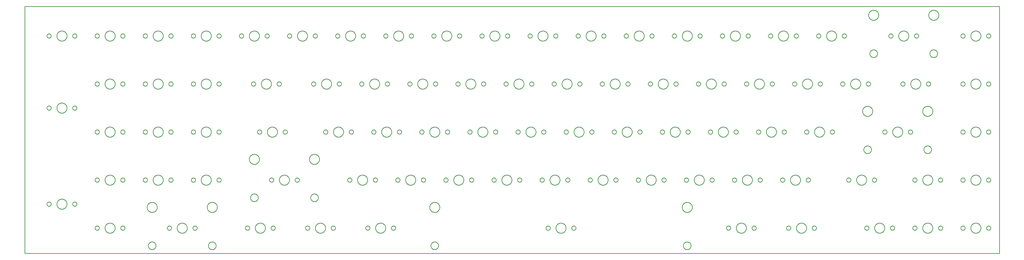
<source format=gbr>
G04 EAGLE Gerber RS-274X export*
G04 #@! %TF.Part,Single*
G04 #@! %TF.FileFunction,Profile,NP*
G04 #@! %TF.FilePolarity,Positive*
G04 #@! %TF.GenerationSoftware,Autodesk,EAGLE,9.5.1*
G04 #@! %TF.CreationDate,2019-11-07T18:59:26Z*
G75*
%MOMM*%
%FSLAX34Y34*%
%LPD*%
%IN*%
%IPPOS*%
%AMOC8*
5,1,8,0,0,1.08239X$1,22.5*%
G01*
%ADD10C,0.254000*%


D10*
X-140000Y170000D02*
X3720000Y170000D01*
X3720000Y1150000D01*
X-140000Y1150000D01*
X-140000Y170000D01*
X2654200Y1033404D02*
X2654273Y1034611D01*
X2654419Y1035811D01*
X2654637Y1037000D01*
X2654926Y1038173D01*
X2655285Y1039327D01*
X2655714Y1040457D01*
X2656210Y1041559D01*
X2656772Y1042630D01*
X2657397Y1043664D01*
X2658084Y1044659D01*
X2658829Y1045610D01*
X2659631Y1046515D01*
X2660485Y1047369D01*
X2661390Y1048171D01*
X2662341Y1048916D01*
X2663336Y1049603D01*
X2664370Y1050228D01*
X2665441Y1050790D01*
X2666543Y1051286D01*
X2667673Y1051715D01*
X2668827Y1052074D01*
X2670000Y1052363D01*
X2671189Y1052581D01*
X2672389Y1052727D01*
X2673596Y1052800D01*
X2674804Y1052800D01*
X2676011Y1052727D01*
X2677211Y1052581D01*
X2678400Y1052363D01*
X2679573Y1052074D01*
X2680727Y1051715D01*
X2681857Y1051286D01*
X2682959Y1050790D01*
X2684030Y1050228D01*
X2685064Y1049603D01*
X2686059Y1048916D01*
X2687010Y1048171D01*
X2687915Y1047369D01*
X2688769Y1046515D01*
X2689571Y1045610D01*
X2690316Y1044659D01*
X2691003Y1043664D01*
X2691628Y1042630D01*
X2692190Y1041559D01*
X2692686Y1040457D01*
X2693115Y1039327D01*
X2693474Y1038173D01*
X2693763Y1037000D01*
X2693981Y1035811D01*
X2694127Y1034611D01*
X2694200Y1033404D01*
X2694200Y1032196D01*
X2694127Y1030989D01*
X2693981Y1029789D01*
X2693763Y1028600D01*
X2693474Y1027427D01*
X2693115Y1026273D01*
X2692686Y1025143D01*
X2692190Y1024041D01*
X2691628Y1022970D01*
X2691003Y1021936D01*
X2690316Y1020941D01*
X2689571Y1019990D01*
X2688769Y1019085D01*
X2687915Y1018231D01*
X2687010Y1017429D01*
X2686059Y1016684D01*
X2685064Y1015997D01*
X2684030Y1015372D01*
X2682959Y1014810D01*
X2681857Y1014314D01*
X2680727Y1013885D01*
X2679573Y1013526D01*
X2678400Y1013237D01*
X2677211Y1013019D01*
X2676011Y1012873D01*
X2674804Y1012800D01*
X2673596Y1012800D01*
X2672389Y1012873D01*
X2671189Y1013019D01*
X2670000Y1013237D01*
X2668827Y1013526D01*
X2667673Y1013885D01*
X2666543Y1014314D01*
X2665441Y1014810D01*
X2664370Y1015372D01*
X2663336Y1015997D01*
X2662341Y1016684D01*
X2661390Y1017429D01*
X2660485Y1018231D01*
X2659631Y1019085D01*
X2658829Y1019990D01*
X2658084Y1020941D01*
X2657397Y1021936D01*
X2656772Y1022970D01*
X2656210Y1024041D01*
X2655714Y1025143D01*
X2655285Y1026273D01*
X2654926Y1027427D01*
X2654637Y1028600D01*
X2654419Y1029789D01*
X2654273Y1030989D01*
X2654200Y1032196D01*
X2654200Y1033404D01*
X2716500Y1033171D02*
X2716565Y1033911D01*
X2716694Y1034642D01*
X2716886Y1035358D01*
X2717140Y1036056D01*
X2717453Y1036729D01*
X2717824Y1037371D01*
X2718250Y1037979D01*
X2718727Y1038548D01*
X2719252Y1039073D01*
X2719821Y1039550D01*
X2720429Y1039976D01*
X2721071Y1040347D01*
X2721744Y1040660D01*
X2722442Y1040914D01*
X2723159Y1041106D01*
X2723889Y1041235D01*
X2724629Y1041300D01*
X2725371Y1041300D01*
X2726111Y1041235D01*
X2726842Y1041106D01*
X2727558Y1040914D01*
X2728256Y1040660D01*
X2728929Y1040347D01*
X2729571Y1039976D01*
X2730179Y1039550D01*
X2730748Y1039073D01*
X2731273Y1038548D01*
X2731750Y1037979D01*
X2732176Y1037371D01*
X2732547Y1036729D01*
X2732860Y1036056D01*
X2733114Y1035358D01*
X2733306Y1034642D01*
X2733435Y1033911D01*
X2733500Y1033171D01*
X2733500Y1032429D01*
X2733435Y1031689D01*
X2733306Y1030959D01*
X2733114Y1030242D01*
X2732860Y1029544D01*
X2732547Y1028871D01*
X2732176Y1028229D01*
X2731750Y1027621D01*
X2731273Y1027052D01*
X2730748Y1026527D01*
X2730179Y1026050D01*
X2729571Y1025624D01*
X2728929Y1025253D01*
X2728256Y1024940D01*
X2727558Y1024686D01*
X2726842Y1024494D01*
X2726111Y1024365D01*
X2725371Y1024300D01*
X2724629Y1024300D01*
X2723889Y1024365D01*
X2723159Y1024494D01*
X2722442Y1024686D01*
X2721744Y1024940D01*
X2721071Y1025253D01*
X2720429Y1025624D01*
X2719821Y1026050D01*
X2719252Y1026527D01*
X2718727Y1027052D01*
X2718250Y1027621D01*
X2717824Y1028229D01*
X2717453Y1028871D01*
X2717140Y1029544D01*
X2716886Y1030242D01*
X2716694Y1030959D01*
X2716565Y1031689D01*
X2716500Y1032429D01*
X2716500Y1033171D01*
X2614900Y1033171D02*
X2614965Y1033911D01*
X2615094Y1034642D01*
X2615286Y1035358D01*
X2615540Y1036056D01*
X2615853Y1036729D01*
X2616224Y1037371D01*
X2616650Y1037979D01*
X2617127Y1038548D01*
X2617652Y1039073D01*
X2618221Y1039550D01*
X2618829Y1039976D01*
X2619471Y1040347D01*
X2620144Y1040660D01*
X2620842Y1040914D01*
X2621559Y1041106D01*
X2622289Y1041235D01*
X2623029Y1041300D01*
X2623771Y1041300D01*
X2624511Y1041235D01*
X2625242Y1041106D01*
X2625958Y1040914D01*
X2626656Y1040660D01*
X2627329Y1040347D01*
X2627971Y1039976D01*
X2628579Y1039550D01*
X2629148Y1039073D01*
X2629673Y1038548D01*
X2630150Y1037979D01*
X2630576Y1037371D01*
X2630947Y1036729D01*
X2631260Y1036056D01*
X2631514Y1035358D01*
X2631706Y1034642D01*
X2631835Y1033911D01*
X2631900Y1033171D01*
X2631900Y1032429D01*
X2631835Y1031689D01*
X2631706Y1030959D01*
X2631514Y1030242D01*
X2631260Y1029544D01*
X2630947Y1028871D01*
X2630576Y1028229D01*
X2630150Y1027621D01*
X2629673Y1027052D01*
X2629148Y1026527D01*
X2628579Y1026050D01*
X2627971Y1025624D01*
X2627329Y1025253D01*
X2626656Y1024940D01*
X2625958Y1024686D01*
X2625242Y1024494D01*
X2624511Y1024365D01*
X2623771Y1024300D01*
X2623029Y1024300D01*
X2622289Y1024365D01*
X2621559Y1024494D01*
X2620842Y1024686D01*
X2620144Y1024940D01*
X2619471Y1025253D01*
X2618829Y1025624D01*
X2618221Y1026050D01*
X2617652Y1026527D01*
X2617127Y1027052D01*
X2616650Y1027621D01*
X2616224Y1028229D01*
X2615853Y1028871D01*
X2615540Y1029544D01*
X2615286Y1030242D01*
X2615094Y1030959D01*
X2614965Y1031689D01*
X2614900Y1032429D01*
X2614900Y1033171D01*
X939700Y1033404D02*
X939773Y1034611D01*
X939919Y1035811D01*
X940137Y1037000D01*
X940426Y1038173D01*
X940785Y1039327D01*
X941214Y1040457D01*
X941710Y1041559D01*
X942272Y1042630D01*
X942897Y1043664D01*
X943584Y1044659D01*
X944329Y1045610D01*
X945131Y1046515D01*
X945985Y1047369D01*
X946890Y1048171D01*
X947841Y1048916D01*
X948836Y1049603D01*
X949870Y1050228D01*
X950941Y1050790D01*
X952043Y1051286D01*
X953173Y1051715D01*
X954327Y1052074D01*
X955500Y1052363D01*
X956689Y1052581D01*
X957889Y1052727D01*
X959096Y1052800D01*
X960304Y1052800D01*
X961511Y1052727D01*
X962711Y1052581D01*
X963900Y1052363D01*
X965073Y1052074D01*
X966227Y1051715D01*
X967357Y1051286D01*
X968459Y1050790D01*
X969530Y1050228D01*
X970564Y1049603D01*
X971559Y1048916D01*
X972510Y1048171D01*
X973415Y1047369D01*
X974269Y1046515D01*
X975071Y1045610D01*
X975816Y1044659D01*
X976503Y1043664D01*
X977128Y1042630D01*
X977690Y1041559D01*
X978186Y1040457D01*
X978615Y1039327D01*
X978974Y1038173D01*
X979263Y1037000D01*
X979481Y1035811D01*
X979627Y1034611D01*
X979700Y1033404D01*
X979700Y1032196D01*
X979627Y1030989D01*
X979481Y1029789D01*
X979263Y1028600D01*
X978974Y1027427D01*
X978615Y1026273D01*
X978186Y1025143D01*
X977690Y1024041D01*
X977128Y1022970D01*
X976503Y1021936D01*
X975816Y1020941D01*
X975071Y1019990D01*
X974269Y1019085D01*
X973415Y1018231D01*
X972510Y1017429D01*
X971559Y1016684D01*
X970564Y1015997D01*
X969530Y1015372D01*
X968459Y1014810D01*
X967357Y1014314D01*
X966227Y1013885D01*
X965073Y1013526D01*
X963900Y1013237D01*
X962711Y1013019D01*
X961511Y1012873D01*
X960304Y1012800D01*
X959096Y1012800D01*
X957889Y1012873D01*
X956689Y1013019D01*
X955500Y1013237D01*
X954327Y1013526D01*
X953173Y1013885D01*
X952043Y1014314D01*
X950941Y1014810D01*
X949870Y1015372D01*
X948836Y1015997D01*
X947841Y1016684D01*
X946890Y1017429D01*
X945985Y1018231D01*
X945131Y1019085D01*
X944329Y1019990D01*
X943584Y1020941D01*
X942897Y1021936D01*
X942272Y1022970D01*
X941710Y1024041D01*
X941214Y1025143D01*
X940785Y1026273D01*
X940426Y1027427D01*
X940137Y1028600D01*
X939919Y1029789D01*
X939773Y1030989D01*
X939700Y1032196D01*
X939700Y1033404D01*
X1002000Y1033171D02*
X1002065Y1033911D01*
X1002194Y1034642D01*
X1002386Y1035358D01*
X1002640Y1036056D01*
X1002953Y1036729D01*
X1003324Y1037371D01*
X1003750Y1037979D01*
X1004227Y1038548D01*
X1004752Y1039073D01*
X1005321Y1039550D01*
X1005929Y1039976D01*
X1006571Y1040347D01*
X1007244Y1040660D01*
X1007942Y1040914D01*
X1008659Y1041106D01*
X1009389Y1041235D01*
X1010129Y1041300D01*
X1010871Y1041300D01*
X1011611Y1041235D01*
X1012342Y1041106D01*
X1013058Y1040914D01*
X1013756Y1040660D01*
X1014429Y1040347D01*
X1015071Y1039976D01*
X1015679Y1039550D01*
X1016248Y1039073D01*
X1016773Y1038548D01*
X1017250Y1037979D01*
X1017676Y1037371D01*
X1018047Y1036729D01*
X1018360Y1036056D01*
X1018614Y1035358D01*
X1018806Y1034642D01*
X1018935Y1033911D01*
X1019000Y1033171D01*
X1019000Y1032429D01*
X1018935Y1031689D01*
X1018806Y1030959D01*
X1018614Y1030242D01*
X1018360Y1029544D01*
X1018047Y1028871D01*
X1017676Y1028229D01*
X1017250Y1027621D01*
X1016773Y1027052D01*
X1016248Y1026527D01*
X1015679Y1026050D01*
X1015071Y1025624D01*
X1014429Y1025253D01*
X1013756Y1024940D01*
X1013058Y1024686D01*
X1012342Y1024494D01*
X1011611Y1024365D01*
X1010871Y1024300D01*
X1010129Y1024300D01*
X1009389Y1024365D01*
X1008659Y1024494D01*
X1007942Y1024686D01*
X1007244Y1024940D01*
X1006571Y1025253D01*
X1005929Y1025624D01*
X1005321Y1026050D01*
X1004752Y1026527D01*
X1004227Y1027052D01*
X1003750Y1027621D01*
X1003324Y1028229D01*
X1002953Y1028871D01*
X1002640Y1029544D01*
X1002386Y1030242D01*
X1002194Y1030959D01*
X1002065Y1031689D01*
X1002000Y1032429D01*
X1002000Y1033171D01*
X900400Y1033171D02*
X900465Y1033911D01*
X900594Y1034642D01*
X900786Y1035358D01*
X901040Y1036056D01*
X901353Y1036729D01*
X901724Y1037371D01*
X902150Y1037979D01*
X902627Y1038548D01*
X903152Y1039073D01*
X903721Y1039550D01*
X904329Y1039976D01*
X904971Y1040347D01*
X905644Y1040660D01*
X906342Y1040914D01*
X907059Y1041106D01*
X907789Y1041235D01*
X908529Y1041300D01*
X909271Y1041300D01*
X910011Y1041235D01*
X910742Y1041106D01*
X911458Y1040914D01*
X912156Y1040660D01*
X912829Y1040347D01*
X913471Y1039976D01*
X914079Y1039550D01*
X914648Y1039073D01*
X915173Y1038548D01*
X915650Y1037979D01*
X916076Y1037371D01*
X916447Y1036729D01*
X916760Y1036056D01*
X917014Y1035358D01*
X917206Y1034642D01*
X917335Y1033911D01*
X917400Y1033171D01*
X917400Y1032429D01*
X917335Y1031689D01*
X917206Y1030959D01*
X917014Y1030242D01*
X916760Y1029544D01*
X916447Y1028871D01*
X916076Y1028229D01*
X915650Y1027621D01*
X915173Y1027052D01*
X914648Y1026527D01*
X914079Y1026050D01*
X913471Y1025624D01*
X912829Y1025253D01*
X912156Y1024940D01*
X911458Y1024686D01*
X910742Y1024494D01*
X910011Y1024365D01*
X909271Y1024300D01*
X908529Y1024300D01*
X907789Y1024365D01*
X907059Y1024494D01*
X906342Y1024686D01*
X905644Y1024940D01*
X904971Y1025253D01*
X904329Y1025624D01*
X903721Y1026050D01*
X903152Y1026527D01*
X902627Y1027052D01*
X902150Y1027621D01*
X901724Y1028229D01*
X901353Y1028871D01*
X901040Y1029544D01*
X900786Y1030242D01*
X900594Y1030959D01*
X900465Y1031689D01*
X900400Y1032429D01*
X900400Y1033171D01*
X1130200Y1033404D02*
X1130273Y1034611D01*
X1130419Y1035811D01*
X1130637Y1037000D01*
X1130926Y1038173D01*
X1131285Y1039327D01*
X1131714Y1040457D01*
X1132210Y1041559D01*
X1132772Y1042630D01*
X1133397Y1043664D01*
X1134084Y1044659D01*
X1134829Y1045610D01*
X1135631Y1046515D01*
X1136485Y1047369D01*
X1137390Y1048171D01*
X1138341Y1048916D01*
X1139336Y1049603D01*
X1140370Y1050228D01*
X1141441Y1050790D01*
X1142543Y1051286D01*
X1143673Y1051715D01*
X1144827Y1052074D01*
X1146000Y1052363D01*
X1147189Y1052581D01*
X1148389Y1052727D01*
X1149596Y1052800D01*
X1150804Y1052800D01*
X1152011Y1052727D01*
X1153211Y1052581D01*
X1154400Y1052363D01*
X1155573Y1052074D01*
X1156727Y1051715D01*
X1157857Y1051286D01*
X1158959Y1050790D01*
X1160030Y1050228D01*
X1161064Y1049603D01*
X1162059Y1048916D01*
X1163010Y1048171D01*
X1163915Y1047369D01*
X1164769Y1046515D01*
X1165571Y1045610D01*
X1166316Y1044659D01*
X1167003Y1043664D01*
X1167628Y1042630D01*
X1168190Y1041559D01*
X1168686Y1040457D01*
X1169115Y1039327D01*
X1169474Y1038173D01*
X1169763Y1037000D01*
X1169981Y1035811D01*
X1170127Y1034611D01*
X1170200Y1033404D01*
X1170200Y1032196D01*
X1170127Y1030989D01*
X1169981Y1029789D01*
X1169763Y1028600D01*
X1169474Y1027427D01*
X1169115Y1026273D01*
X1168686Y1025143D01*
X1168190Y1024041D01*
X1167628Y1022970D01*
X1167003Y1021936D01*
X1166316Y1020941D01*
X1165571Y1019990D01*
X1164769Y1019085D01*
X1163915Y1018231D01*
X1163010Y1017429D01*
X1162059Y1016684D01*
X1161064Y1015997D01*
X1160030Y1015372D01*
X1158959Y1014810D01*
X1157857Y1014314D01*
X1156727Y1013885D01*
X1155573Y1013526D01*
X1154400Y1013237D01*
X1153211Y1013019D01*
X1152011Y1012873D01*
X1150804Y1012800D01*
X1149596Y1012800D01*
X1148389Y1012873D01*
X1147189Y1013019D01*
X1146000Y1013237D01*
X1144827Y1013526D01*
X1143673Y1013885D01*
X1142543Y1014314D01*
X1141441Y1014810D01*
X1140370Y1015372D01*
X1139336Y1015997D01*
X1138341Y1016684D01*
X1137390Y1017429D01*
X1136485Y1018231D01*
X1135631Y1019085D01*
X1134829Y1019990D01*
X1134084Y1020941D01*
X1133397Y1021936D01*
X1132772Y1022970D01*
X1132210Y1024041D01*
X1131714Y1025143D01*
X1131285Y1026273D01*
X1130926Y1027427D01*
X1130637Y1028600D01*
X1130419Y1029789D01*
X1130273Y1030989D01*
X1130200Y1032196D01*
X1130200Y1033404D01*
X1192500Y1033171D02*
X1192565Y1033911D01*
X1192694Y1034642D01*
X1192886Y1035358D01*
X1193140Y1036056D01*
X1193453Y1036729D01*
X1193824Y1037371D01*
X1194250Y1037979D01*
X1194727Y1038548D01*
X1195252Y1039073D01*
X1195821Y1039550D01*
X1196429Y1039976D01*
X1197071Y1040347D01*
X1197744Y1040660D01*
X1198442Y1040914D01*
X1199159Y1041106D01*
X1199889Y1041235D01*
X1200629Y1041300D01*
X1201371Y1041300D01*
X1202111Y1041235D01*
X1202842Y1041106D01*
X1203558Y1040914D01*
X1204256Y1040660D01*
X1204929Y1040347D01*
X1205571Y1039976D01*
X1206179Y1039550D01*
X1206748Y1039073D01*
X1207273Y1038548D01*
X1207750Y1037979D01*
X1208176Y1037371D01*
X1208547Y1036729D01*
X1208860Y1036056D01*
X1209114Y1035358D01*
X1209306Y1034642D01*
X1209435Y1033911D01*
X1209500Y1033171D01*
X1209500Y1032429D01*
X1209435Y1031689D01*
X1209306Y1030959D01*
X1209114Y1030242D01*
X1208860Y1029544D01*
X1208547Y1028871D01*
X1208176Y1028229D01*
X1207750Y1027621D01*
X1207273Y1027052D01*
X1206748Y1026527D01*
X1206179Y1026050D01*
X1205571Y1025624D01*
X1204929Y1025253D01*
X1204256Y1024940D01*
X1203558Y1024686D01*
X1202842Y1024494D01*
X1202111Y1024365D01*
X1201371Y1024300D01*
X1200629Y1024300D01*
X1199889Y1024365D01*
X1199159Y1024494D01*
X1198442Y1024686D01*
X1197744Y1024940D01*
X1197071Y1025253D01*
X1196429Y1025624D01*
X1195821Y1026050D01*
X1195252Y1026527D01*
X1194727Y1027052D01*
X1194250Y1027621D01*
X1193824Y1028229D01*
X1193453Y1028871D01*
X1193140Y1029544D01*
X1192886Y1030242D01*
X1192694Y1030959D01*
X1192565Y1031689D01*
X1192500Y1032429D01*
X1192500Y1033171D01*
X1090900Y1033171D02*
X1090965Y1033911D01*
X1091094Y1034642D01*
X1091286Y1035358D01*
X1091540Y1036056D01*
X1091853Y1036729D01*
X1092224Y1037371D01*
X1092650Y1037979D01*
X1093127Y1038548D01*
X1093652Y1039073D01*
X1094221Y1039550D01*
X1094829Y1039976D01*
X1095471Y1040347D01*
X1096144Y1040660D01*
X1096842Y1040914D01*
X1097559Y1041106D01*
X1098289Y1041235D01*
X1099029Y1041300D01*
X1099771Y1041300D01*
X1100511Y1041235D01*
X1101242Y1041106D01*
X1101958Y1040914D01*
X1102656Y1040660D01*
X1103329Y1040347D01*
X1103971Y1039976D01*
X1104579Y1039550D01*
X1105148Y1039073D01*
X1105673Y1038548D01*
X1106150Y1037979D01*
X1106576Y1037371D01*
X1106947Y1036729D01*
X1107260Y1036056D01*
X1107514Y1035358D01*
X1107706Y1034642D01*
X1107835Y1033911D01*
X1107900Y1033171D01*
X1107900Y1032429D01*
X1107835Y1031689D01*
X1107706Y1030959D01*
X1107514Y1030242D01*
X1107260Y1029544D01*
X1106947Y1028871D01*
X1106576Y1028229D01*
X1106150Y1027621D01*
X1105673Y1027052D01*
X1105148Y1026527D01*
X1104579Y1026050D01*
X1103971Y1025624D01*
X1103329Y1025253D01*
X1102656Y1024940D01*
X1101958Y1024686D01*
X1101242Y1024494D01*
X1100511Y1024365D01*
X1099771Y1024300D01*
X1099029Y1024300D01*
X1098289Y1024365D01*
X1097559Y1024494D01*
X1096842Y1024686D01*
X1096144Y1024940D01*
X1095471Y1025253D01*
X1094829Y1025624D01*
X1094221Y1026050D01*
X1093652Y1026527D01*
X1093127Y1027052D01*
X1092650Y1027621D01*
X1092224Y1028229D01*
X1091853Y1028871D01*
X1091540Y1029544D01*
X1091286Y1030242D01*
X1091094Y1030959D01*
X1090965Y1031689D01*
X1090900Y1032429D01*
X1090900Y1033171D01*
X1320700Y1033404D02*
X1320773Y1034611D01*
X1320919Y1035811D01*
X1321137Y1037000D01*
X1321426Y1038173D01*
X1321785Y1039327D01*
X1322214Y1040457D01*
X1322710Y1041559D01*
X1323272Y1042630D01*
X1323897Y1043664D01*
X1324584Y1044659D01*
X1325329Y1045610D01*
X1326131Y1046515D01*
X1326985Y1047369D01*
X1327890Y1048171D01*
X1328841Y1048916D01*
X1329836Y1049603D01*
X1330870Y1050228D01*
X1331941Y1050790D01*
X1333043Y1051286D01*
X1334173Y1051715D01*
X1335327Y1052074D01*
X1336500Y1052363D01*
X1337689Y1052581D01*
X1338889Y1052727D01*
X1340096Y1052800D01*
X1341304Y1052800D01*
X1342511Y1052727D01*
X1343711Y1052581D01*
X1344900Y1052363D01*
X1346073Y1052074D01*
X1347227Y1051715D01*
X1348357Y1051286D01*
X1349459Y1050790D01*
X1350530Y1050228D01*
X1351564Y1049603D01*
X1352559Y1048916D01*
X1353510Y1048171D01*
X1354415Y1047369D01*
X1355269Y1046515D01*
X1356071Y1045610D01*
X1356816Y1044659D01*
X1357503Y1043664D01*
X1358128Y1042630D01*
X1358690Y1041559D01*
X1359186Y1040457D01*
X1359615Y1039327D01*
X1359974Y1038173D01*
X1360263Y1037000D01*
X1360481Y1035811D01*
X1360627Y1034611D01*
X1360700Y1033404D01*
X1360700Y1032196D01*
X1360627Y1030989D01*
X1360481Y1029789D01*
X1360263Y1028600D01*
X1359974Y1027427D01*
X1359615Y1026273D01*
X1359186Y1025143D01*
X1358690Y1024041D01*
X1358128Y1022970D01*
X1357503Y1021936D01*
X1356816Y1020941D01*
X1356071Y1019990D01*
X1355269Y1019085D01*
X1354415Y1018231D01*
X1353510Y1017429D01*
X1352559Y1016684D01*
X1351564Y1015997D01*
X1350530Y1015372D01*
X1349459Y1014810D01*
X1348357Y1014314D01*
X1347227Y1013885D01*
X1346073Y1013526D01*
X1344900Y1013237D01*
X1343711Y1013019D01*
X1342511Y1012873D01*
X1341304Y1012800D01*
X1340096Y1012800D01*
X1338889Y1012873D01*
X1337689Y1013019D01*
X1336500Y1013237D01*
X1335327Y1013526D01*
X1334173Y1013885D01*
X1333043Y1014314D01*
X1331941Y1014810D01*
X1330870Y1015372D01*
X1329836Y1015997D01*
X1328841Y1016684D01*
X1327890Y1017429D01*
X1326985Y1018231D01*
X1326131Y1019085D01*
X1325329Y1019990D01*
X1324584Y1020941D01*
X1323897Y1021936D01*
X1323272Y1022970D01*
X1322710Y1024041D01*
X1322214Y1025143D01*
X1321785Y1026273D01*
X1321426Y1027427D01*
X1321137Y1028600D01*
X1320919Y1029789D01*
X1320773Y1030989D01*
X1320700Y1032196D01*
X1320700Y1033404D01*
X1383000Y1033171D02*
X1383065Y1033911D01*
X1383194Y1034642D01*
X1383386Y1035358D01*
X1383640Y1036056D01*
X1383953Y1036729D01*
X1384324Y1037371D01*
X1384750Y1037979D01*
X1385227Y1038548D01*
X1385752Y1039073D01*
X1386321Y1039550D01*
X1386929Y1039976D01*
X1387571Y1040347D01*
X1388244Y1040660D01*
X1388942Y1040914D01*
X1389659Y1041106D01*
X1390389Y1041235D01*
X1391129Y1041300D01*
X1391871Y1041300D01*
X1392611Y1041235D01*
X1393342Y1041106D01*
X1394058Y1040914D01*
X1394756Y1040660D01*
X1395429Y1040347D01*
X1396071Y1039976D01*
X1396679Y1039550D01*
X1397248Y1039073D01*
X1397773Y1038548D01*
X1398250Y1037979D01*
X1398676Y1037371D01*
X1399047Y1036729D01*
X1399360Y1036056D01*
X1399614Y1035358D01*
X1399806Y1034642D01*
X1399935Y1033911D01*
X1400000Y1033171D01*
X1400000Y1032429D01*
X1399935Y1031689D01*
X1399806Y1030959D01*
X1399614Y1030242D01*
X1399360Y1029544D01*
X1399047Y1028871D01*
X1398676Y1028229D01*
X1398250Y1027621D01*
X1397773Y1027052D01*
X1397248Y1026527D01*
X1396679Y1026050D01*
X1396071Y1025624D01*
X1395429Y1025253D01*
X1394756Y1024940D01*
X1394058Y1024686D01*
X1393342Y1024494D01*
X1392611Y1024365D01*
X1391871Y1024300D01*
X1391129Y1024300D01*
X1390389Y1024365D01*
X1389659Y1024494D01*
X1388942Y1024686D01*
X1388244Y1024940D01*
X1387571Y1025253D01*
X1386929Y1025624D01*
X1386321Y1026050D01*
X1385752Y1026527D01*
X1385227Y1027052D01*
X1384750Y1027621D01*
X1384324Y1028229D01*
X1383953Y1028871D01*
X1383640Y1029544D01*
X1383386Y1030242D01*
X1383194Y1030959D01*
X1383065Y1031689D01*
X1383000Y1032429D01*
X1383000Y1033171D01*
X1281400Y1033171D02*
X1281465Y1033911D01*
X1281594Y1034642D01*
X1281786Y1035358D01*
X1282040Y1036056D01*
X1282353Y1036729D01*
X1282724Y1037371D01*
X1283150Y1037979D01*
X1283627Y1038548D01*
X1284152Y1039073D01*
X1284721Y1039550D01*
X1285329Y1039976D01*
X1285971Y1040347D01*
X1286644Y1040660D01*
X1287342Y1040914D01*
X1288059Y1041106D01*
X1288789Y1041235D01*
X1289529Y1041300D01*
X1290271Y1041300D01*
X1291011Y1041235D01*
X1291742Y1041106D01*
X1292458Y1040914D01*
X1293156Y1040660D01*
X1293829Y1040347D01*
X1294471Y1039976D01*
X1295079Y1039550D01*
X1295648Y1039073D01*
X1296173Y1038548D01*
X1296650Y1037979D01*
X1297076Y1037371D01*
X1297447Y1036729D01*
X1297760Y1036056D01*
X1298014Y1035358D01*
X1298206Y1034642D01*
X1298335Y1033911D01*
X1298400Y1033171D01*
X1298400Y1032429D01*
X1298335Y1031689D01*
X1298206Y1030959D01*
X1298014Y1030242D01*
X1297760Y1029544D01*
X1297447Y1028871D01*
X1297076Y1028229D01*
X1296650Y1027621D01*
X1296173Y1027052D01*
X1295648Y1026527D01*
X1295079Y1026050D01*
X1294471Y1025624D01*
X1293829Y1025253D01*
X1293156Y1024940D01*
X1292458Y1024686D01*
X1291742Y1024494D01*
X1291011Y1024365D01*
X1290271Y1024300D01*
X1289529Y1024300D01*
X1288789Y1024365D01*
X1288059Y1024494D01*
X1287342Y1024686D01*
X1286644Y1024940D01*
X1285971Y1025253D01*
X1285329Y1025624D01*
X1284721Y1026050D01*
X1284152Y1026527D01*
X1283627Y1027052D01*
X1283150Y1027621D01*
X1282724Y1028229D01*
X1282353Y1028871D01*
X1282040Y1029544D01*
X1281786Y1030242D01*
X1281594Y1030959D01*
X1281465Y1031689D01*
X1281400Y1032429D01*
X1281400Y1033171D01*
X1511200Y1033404D02*
X1511273Y1034611D01*
X1511419Y1035811D01*
X1511637Y1037000D01*
X1511926Y1038173D01*
X1512285Y1039327D01*
X1512714Y1040457D01*
X1513210Y1041559D01*
X1513772Y1042630D01*
X1514397Y1043664D01*
X1515084Y1044659D01*
X1515829Y1045610D01*
X1516631Y1046515D01*
X1517485Y1047369D01*
X1518390Y1048171D01*
X1519341Y1048916D01*
X1520336Y1049603D01*
X1521370Y1050228D01*
X1522441Y1050790D01*
X1523543Y1051286D01*
X1524673Y1051715D01*
X1525827Y1052074D01*
X1527000Y1052363D01*
X1528189Y1052581D01*
X1529389Y1052727D01*
X1530596Y1052800D01*
X1531804Y1052800D01*
X1533011Y1052727D01*
X1534211Y1052581D01*
X1535400Y1052363D01*
X1536573Y1052074D01*
X1537727Y1051715D01*
X1538857Y1051286D01*
X1539959Y1050790D01*
X1541030Y1050228D01*
X1542064Y1049603D01*
X1543059Y1048916D01*
X1544010Y1048171D01*
X1544915Y1047369D01*
X1545769Y1046515D01*
X1546571Y1045610D01*
X1547316Y1044659D01*
X1548003Y1043664D01*
X1548628Y1042630D01*
X1549190Y1041559D01*
X1549686Y1040457D01*
X1550115Y1039327D01*
X1550474Y1038173D01*
X1550763Y1037000D01*
X1550981Y1035811D01*
X1551127Y1034611D01*
X1551200Y1033404D01*
X1551200Y1032196D01*
X1551127Y1030989D01*
X1550981Y1029789D01*
X1550763Y1028600D01*
X1550474Y1027427D01*
X1550115Y1026273D01*
X1549686Y1025143D01*
X1549190Y1024041D01*
X1548628Y1022970D01*
X1548003Y1021936D01*
X1547316Y1020941D01*
X1546571Y1019990D01*
X1545769Y1019085D01*
X1544915Y1018231D01*
X1544010Y1017429D01*
X1543059Y1016684D01*
X1542064Y1015997D01*
X1541030Y1015372D01*
X1539959Y1014810D01*
X1538857Y1014314D01*
X1537727Y1013885D01*
X1536573Y1013526D01*
X1535400Y1013237D01*
X1534211Y1013019D01*
X1533011Y1012873D01*
X1531804Y1012800D01*
X1530596Y1012800D01*
X1529389Y1012873D01*
X1528189Y1013019D01*
X1527000Y1013237D01*
X1525827Y1013526D01*
X1524673Y1013885D01*
X1523543Y1014314D01*
X1522441Y1014810D01*
X1521370Y1015372D01*
X1520336Y1015997D01*
X1519341Y1016684D01*
X1518390Y1017429D01*
X1517485Y1018231D01*
X1516631Y1019085D01*
X1515829Y1019990D01*
X1515084Y1020941D01*
X1514397Y1021936D01*
X1513772Y1022970D01*
X1513210Y1024041D01*
X1512714Y1025143D01*
X1512285Y1026273D01*
X1511926Y1027427D01*
X1511637Y1028600D01*
X1511419Y1029789D01*
X1511273Y1030989D01*
X1511200Y1032196D01*
X1511200Y1033404D01*
X1573500Y1033171D02*
X1573565Y1033911D01*
X1573694Y1034642D01*
X1573886Y1035358D01*
X1574140Y1036056D01*
X1574453Y1036729D01*
X1574824Y1037371D01*
X1575250Y1037979D01*
X1575727Y1038548D01*
X1576252Y1039073D01*
X1576821Y1039550D01*
X1577429Y1039976D01*
X1578071Y1040347D01*
X1578744Y1040660D01*
X1579442Y1040914D01*
X1580159Y1041106D01*
X1580889Y1041235D01*
X1581629Y1041300D01*
X1582371Y1041300D01*
X1583111Y1041235D01*
X1583842Y1041106D01*
X1584558Y1040914D01*
X1585256Y1040660D01*
X1585929Y1040347D01*
X1586571Y1039976D01*
X1587179Y1039550D01*
X1587748Y1039073D01*
X1588273Y1038548D01*
X1588750Y1037979D01*
X1589176Y1037371D01*
X1589547Y1036729D01*
X1589860Y1036056D01*
X1590114Y1035358D01*
X1590306Y1034642D01*
X1590435Y1033911D01*
X1590500Y1033171D01*
X1590500Y1032429D01*
X1590435Y1031689D01*
X1590306Y1030959D01*
X1590114Y1030242D01*
X1589860Y1029544D01*
X1589547Y1028871D01*
X1589176Y1028229D01*
X1588750Y1027621D01*
X1588273Y1027052D01*
X1587748Y1026527D01*
X1587179Y1026050D01*
X1586571Y1025624D01*
X1585929Y1025253D01*
X1585256Y1024940D01*
X1584558Y1024686D01*
X1583842Y1024494D01*
X1583111Y1024365D01*
X1582371Y1024300D01*
X1581629Y1024300D01*
X1580889Y1024365D01*
X1580159Y1024494D01*
X1579442Y1024686D01*
X1578744Y1024940D01*
X1578071Y1025253D01*
X1577429Y1025624D01*
X1576821Y1026050D01*
X1576252Y1026527D01*
X1575727Y1027052D01*
X1575250Y1027621D01*
X1574824Y1028229D01*
X1574453Y1028871D01*
X1574140Y1029544D01*
X1573886Y1030242D01*
X1573694Y1030959D01*
X1573565Y1031689D01*
X1573500Y1032429D01*
X1573500Y1033171D01*
X1471900Y1033171D02*
X1471965Y1033911D01*
X1472094Y1034642D01*
X1472286Y1035358D01*
X1472540Y1036056D01*
X1472853Y1036729D01*
X1473224Y1037371D01*
X1473650Y1037979D01*
X1474127Y1038548D01*
X1474652Y1039073D01*
X1475221Y1039550D01*
X1475829Y1039976D01*
X1476471Y1040347D01*
X1477144Y1040660D01*
X1477842Y1040914D01*
X1478559Y1041106D01*
X1479289Y1041235D01*
X1480029Y1041300D01*
X1480771Y1041300D01*
X1481511Y1041235D01*
X1482242Y1041106D01*
X1482958Y1040914D01*
X1483656Y1040660D01*
X1484329Y1040347D01*
X1484971Y1039976D01*
X1485579Y1039550D01*
X1486148Y1039073D01*
X1486673Y1038548D01*
X1487150Y1037979D01*
X1487576Y1037371D01*
X1487947Y1036729D01*
X1488260Y1036056D01*
X1488514Y1035358D01*
X1488706Y1034642D01*
X1488835Y1033911D01*
X1488900Y1033171D01*
X1488900Y1032429D01*
X1488835Y1031689D01*
X1488706Y1030959D01*
X1488514Y1030242D01*
X1488260Y1029544D01*
X1487947Y1028871D01*
X1487576Y1028229D01*
X1487150Y1027621D01*
X1486673Y1027052D01*
X1486148Y1026527D01*
X1485579Y1026050D01*
X1484971Y1025624D01*
X1484329Y1025253D01*
X1483656Y1024940D01*
X1482958Y1024686D01*
X1482242Y1024494D01*
X1481511Y1024365D01*
X1480771Y1024300D01*
X1480029Y1024300D01*
X1479289Y1024365D01*
X1478559Y1024494D01*
X1477842Y1024686D01*
X1477144Y1024940D01*
X1476471Y1025253D01*
X1475829Y1025624D01*
X1475221Y1026050D01*
X1474652Y1026527D01*
X1474127Y1027052D01*
X1473650Y1027621D01*
X1473224Y1028229D01*
X1472853Y1028871D01*
X1472540Y1029544D01*
X1472286Y1030242D01*
X1472094Y1030959D01*
X1471965Y1031689D01*
X1471900Y1032429D01*
X1471900Y1033171D01*
X1701700Y1033404D02*
X1701773Y1034611D01*
X1701919Y1035811D01*
X1702137Y1037000D01*
X1702426Y1038173D01*
X1702785Y1039327D01*
X1703214Y1040457D01*
X1703710Y1041559D01*
X1704272Y1042630D01*
X1704897Y1043664D01*
X1705584Y1044659D01*
X1706329Y1045610D01*
X1707131Y1046515D01*
X1707985Y1047369D01*
X1708890Y1048171D01*
X1709841Y1048916D01*
X1710836Y1049603D01*
X1711870Y1050228D01*
X1712941Y1050790D01*
X1714043Y1051286D01*
X1715173Y1051715D01*
X1716327Y1052074D01*
X1717500Y1052363D01*
X1718689Y1052581D01*
X1719889Y1052727D01*
X1721096Y1052800D01*
X1722304Y1052800D01*
X1723511Y1052727D01*
X1724711Y1052581D01*
X1725900Y1052363D01*
X1727073Y1052074D01*
X1728227Y1051715D01*
X1729357Y1051286D01*
X1730459Y1050790D01*
X1731530Y1050228D01*
X1732564Y1049603D01*
X1733559Y1048916D01*
X1734510Y1048171D01*
X1735415Y1047369D01*
X1736269Y1046515D01*
X1737071Y1045610D01*
X1737816Y1044659D01*
X1738503Y1043664D01*
X1739128Y1042630D01*
X1739690Y1041559D01*
X1740186Y1040457D01*
X1740615Y1039327D01*
X1740974Y1038173D01*
X1741263Y1037000D01*
X1741481Y1035811D01*
X1741627Y1034611D01*
X1741700Y1033404D01*
X1741700Y1032196D01*
X1741627Y1030989D01*
X1741481Y1029789D01*
X1741263Y1028600D01*
X1740974Y1027427D01*
X1740615Y1026273D01*
X1740186Y1025143D01*
X1739690Y1024041D01*
X1739128Y1022970D01*
X1738503Y1021936D01*
X1737816Y1020941D01*
X1737071Y1019990D01*
X1736269Y1019085D01*
X1735415Y1018231D01*
X1734510Y1017429D01*
X1733559Y1016684D01*
X1732564Y1015997D01*
X1731530Y1015372D01*
X1730459Y1014810D01*
X1729357Y1014314D01*
X1728227Y1013885D01*
X1727073Y1013526D01*
X1725900Y1013237D01*
X1724711Y1013019D01*
X1723511Y1012873D01*
X1722304Y1012800D01*
X1721096Y1012800D01*
X1719889Y1012873D01*
X1718689Y1013019D01*
X1717500Y1013237D01*
X1716327Y1013526D01*
X1715173Y1013885D01*
X1714043Y1014314D01*
X1712941Y1014810D01*
X1711870Y1015372D01*
X1710836Y1015997D01*
X1709841Y1016684D01*
X1708890Y1017429D01*
X1707985Y1018231D01*
X1707131Y1019085D01*
X1706329Y1019990D01*
X1705584Y1020941D01*
X1704897Y1021936D01*
X1704272Y1022970D01*
X1703710Y1024041D01*
X1703214Y1025143D01*
X1702785Y1026273D01*
X1702426Y1027427D01*
X1702137Y1028600D01*
X1701919Y1029789D01*
X1701773Y1030989D01*
X1701700Y1032196D01*
X1701700Y1033404D01*
X1764000Y1033171D02*
X1764065Y1033911D01*
X1764194Y1034642D01*
X1764386Y1035358D01*
X1764640Y1036056D01*
X1764953Y1036729D01*
X1765324Y1037371D01*
X1765750Y1037979D01*
X1766227Y1038548D01*
X1766752Y1039073D01*
X1767321Y1039550D01*
X1767929Y1039976D01*
X1768571Y1040347D01*
X1769244Y1040660D01*
X1769942Y1040914D01*
X1770659Y1041106D01*
X1771389Y1041235D01*
X1772129Y1041300D01*
X1772871Y1041300D01*
X1773611Y1041235D01*
X1774342Y1041106D01*
X1775058Y1040914D01*
X1775756Y1040660D01*
X1776429Y1040347D01*
X1777071Y1039976D01*
X1777679Y1039550D01*
X1778248Y1039073D01*
X1778773Y1038548D01*
X1779250Y1037979D01*
X1779676Y1037371D01*
X1780047Y1036729D01*
X1780360Y1036056D01*
X1780614Y1035358D01*
X1780806Y1034642D01*
X1780935Y1033911D01*
X1781000Y1033171D01*
X1781000Y1032429D01*
X1780935Y1031689D01*
X1780806Y1030959D01*
X1780614Y1030242D01*
X1780360Y1029544D01*
X1780047Y1028871D01*
X1779676Y1028229D01*
X1779250Y1027621D01*
X1778773Y1027052D01*
X1778248Y1026527D01*
X1777679Y1026050D01*
X1777071Y1025624D01*
X1776429Y1025253D01*
X1775756Y1024940D01*
X1775058Y1024686D01*
X1774342Y1024494D01*
X1773611Y1024365D01*
X1772871Y1024300D01*
X1772129Y1024300D01*
X1771389Y1024365D01*
X1770659Y1024494D01*
X1769942Y1024686D01*
X1769244Y1024940D01*
X1768571Y1025253D01*
X1767929Y1025624D01*
X1767321Y1026050D01*
X1766752Y1026527D01*
X1766227Y1027052D01*
X1765750Y1027621D01*
X1765324Y1028229D01*
X1764953Y1028871D01*
X1764640Y1029544D01*
X1764386Y1030242D01*
X1764194Y1030959D01*
X1764065Y1031689D01*
X1764000Y1032429D01*
X1764000Y1033171D01*
X1662400Y1033171D02*
X1662465Y1033911D01*
X1662594Y1034642D01*
X1662786Y1035358D01*
X1663040Y1036056D01*
X1663353Y1036729D01*
X1663724Y1037371D01*
X1664150Y1037979D01*
X1664627Y1038548D01*
X1665152Y1039073D01*
X1665721Y1039550D01*
X1666329Y1039976D01*
X1666971Y1040347D01*
X1667644Y1040660D01*
X1668342Y1040914D01*
X1669059Y1041106D01*
X1669789Y1041235D01*
X1670529Y1041300D01*
X1671271Y1041300D01*
X1672011Y1041235D01*
X1672742Y1041106D01*
X1673458Y1040914D01*
X1674156Y1040660D01*
X1674829Y1040347D01*
X1675471Y1039976D01*
X1676079Y1039550D01*
X1676648Y1039073D01*
X1677173Y1038548D01*
X1677650Y1037979D01*
X1678076Y1037371D01*
X1678447Y1036729D01*
X1678760Y1036056D01*
X1679014Y1035358D01*
X1679206Y1034642D01*
X1679335Y1033911D01*
X1679400Y1033171D01*
X1679400Y1032429D01*
X1679335Y1031689D01*
X1679206Y1030959D01*
X1679014Y1030242D01*
X1678760Y1029544D01*
X1678447Y1028871D01*
X1678076Y1028229D01*
X1677650Y1027621D01*
X1677173Y1027052D01*
X1676648Y1026527D01*
X1676079Y1026050D01*
X1675471Y1025624D01*
X1674829Y1025253D01*
X1674156Y1024940D01*
X1673458Y1024686D01*
X1672742Y1024494D01*
X1672011Y1024365D01*
X1671271Y1024300D01*
X1670529Y1024300D01*
X1669789Y1024365D01*
X1669059Y1024494D01*
X1668342Y1024686D01*
X1667644Y1024940D01*
X1666971Y1025253D01*
X1666329Y1025624D01*
X1665721Y1026050D01*
X1665152Y1026527D01*
X1664627Y1027052D01*
X1664150Y1027621D01*
X1663724Y1028229D01*
X1663353Y1028871D01*
X1663040Y1029544D01*
X1662786Y1030242D01*
X1662594Y1030959D01*
X1662465Y1031689D01*
X1662400Y1032429D01*
X1662400Y1033171D01*
X1892200Y1033404D02*
X1892273Y1034611D01*
X1892419Y1035811D01*
X1892637Y1037000D01*
X1892926Y1038173D01*
X1893285Y1039327D01*
X1893714Y1040457D01*
X1894210Y1041559D01*
X1894772Y1042630D01*
X1895397Y1043664D01*
X1896084Y1044659D01*
X1896829Y1045610D01*
X1897631Y1046515D01*
X1898485Y1047369D01*
X1899390Y1048171D01*
X1900341Y1048916D01*
X1901336Y1049603D01*
X1902370Y1050228D01*
X1903441Y1050790D01*
X1904543Y1051286D01*
X1905673Y1051715D01*
X1906827Y1052074D01*
X1908000Y1052363D01*
X1909189Y1052581D01*
X1910389Y1052727D01*
X1911596Y1052800D01*
X1912804Y1052800D01*
X1914011Y1052727D01*
X1915211Y1052581D01*
X1916400Y1052363D01*
X1917573Y1052074D01*
X1918727Y1051715D01*
X1919857Y1051286D01*
X1920959Y1050790D01*
X1922030Y1050228D01*
X1923064Y1049603D01*
X1924059Y1048916D01*
X1925010Y1048171D01*
X1925915Y1047369D01*
X1926769Y1046515D01*
X1927571Y1045610D01*
X1928316Y1044659D01*
X1929003Y1043664D01*
X1929628Y1042630D01*
X1930190Y1041559D01*
X1930686Y1040457D01*
X1931115Y1039327D01*
X1931474Y1038173D01*
X1931763Y1037000D01*
X1931981Y1035811D01*
X1932127Y1034611D01*
X1932200Y1033404D01*
X1932200Y1032196D01*
X1932127Y1030989D01*
X1931981Y1029789D01*
X1931763Y1028600D01*
X1931474Y1027427D01*
X1931115Y1026273D01*
X1930686Y1025143D01*
X1930190Y1024041D01*
X1929628Y1022970D01*
X1929003Y1021936D01*
X1928316Y1020941D01*
X1927571Y1019990D01*
X1926769Y1019085D01*
X1925915Y1018231D01*
X1925010Y1017429D01*
X1924059Y1016684D01*
X1923064Y1015997D01*
X1922030Y1015372D01*
X1920959Y1014810D01*
X1919857Y1014314D01*
X1918727Y1013885D01*
X1917573Y1013526D01*
X1916400Y1013237D01*
X1915211Y1013019D01*
X1914011Y1012873D01*
X1912804Y1012800D01*
X1911596Y1012800D01*
X1910389Y1012873D01*
X1909189Y1013019D01*
X1908000Y1013237D01*
X1906827Y1013526D01*
X1905673Y1013885D01*
X1904543Y1014314D01*
X1903441Y1014810D01*
X1902370Y1015372D01*
X1901336Y1015997D01*
X1900341Y1016684D01*
X1899390Y1017429D01*
X1898485Y1018231D01*
X1897631Y1019085D01*
X1896829Y1019990D01*
X1896084Y1020941D01*
X1895397Y1021936D01*
X1894772Y1022970D01*
X1894210Y1024041D01*
X1893714Y1025143D01*
X1893285Y1026273D01*
X1892926Y1027427D01*
X1892637Y1028600D01*
X1892419Y1029789D01*
X1892273Y1030989D01*
X1892200Y1032196D01*
X1892200Y1033404D01*
X1954500Y1033171D02*
X1954565Y1033911D01*
X1954694Y1034642D01*
X1954886Y1035358D01*
X1955140Y1036056D01*
X1955453Y1036729D01*
X1955824Y1037371D01*
X1956250Y1037979D01*
X1956727Y1038548D01*
X1957252Y1039073D01*
X1957821Y1039550D01*
X1958429Y1039976D01*
X1959071Y1040347D01*
X1959744Y1040660D01*
X1960442Y1040914D01*
X1961159Y1041106D01*
X1961889Y1041235D01*
X1962629Y1041300D01*
X1963371Y1041300D01*
X1964111Y1041235D01*
X1964842Y1041106D01*
X1965558Y1040914D01*
X1966256Y1040660D01*
X1966929Y1040347D01*
X1967571Y1039976D01*
X1968179Y1039550D01*
X1968748Y1039073D01*
X1969273Y1038548D01*
X1969750Y1037979D01*
X1970176Y1037371D01*
X1970547Y1036729D01*
X1970860Y1036056D01*
X1971114Y1035358D01*
X1971306Y1034642D01*
X1971435Y1033911D01*
X1971500Y1033171D01*
X1971500Y1032429D01*
X1971435Y1031689D01*
X1971306Y1030959D01*
X1971114Y1030242D01*
X1970860Y1029544D01*
X1970547Y1028871D01*
X1970176Y1028229D01*
X1969750Y1027621D01*
X1969273Y1027052D01*
X1968748Y1026527D01*
X1968179Y1026050D01*
X1967571Y1025624D01*
X1966929Y1025253D01*
X1966256Y1024940D01*
X1965558Y1024686D01*
X1964842Y1024494D01*
X1964111Y1024365D01*
X1963371Y1024300D01*
X1962629Y1024300D01*
X1961889Y1024365D01*
X1961159Y1024494D01*
X1960442Y1024686D01*
X1959744Y1024940D01*
X1959071Y1025253D01*
X1958429Y1025624D01*
X1957821Y1026050D01*
X1957252Y1026527D01*
X1956727Y1027052D01*
X1956250Y1027621D01*
X1955824Y1028229D01*
X1955453Y1028871D01*
X1955140Y1029544D01*
X1954886Y1030242D01*
X1954694Y1030959D01*
X1954565Y1031689D01*
X1954500Y1032429D01*
X1954500Y1033171D01*
X1852900Y1033171D02*
X1852965Y1033911D01*
X1853094Y1034642D01*
X1853286Y1035358D01*
X1853540Y1036056D01*
X1853853Y1036729D01*
X1854224Y1037371D01*
X1854650Y1037979D01*
X1855127Y1038548D01*
X1855652Y1039073D01*
X1856221Y1039550D01*
X1856829Y1039976D01*
X1857471Y1040347D01*
X1858144Y1040660D01*
X1858842Y1040914D01*
X1859559Y1041106D01*
X1860289Y1041235D01*
X1861029Y1041300D01*
X1861771Y1041300D01*
X1862511Y1041235D01*
X1863242Y1041106D01*
X1863958Y1040914D01*
X1864656Y1040660D01*
X1865329Y1040347D01*
X1865971Y1039976D01*
X1866579Y1039550D01*
X1867148Y1039073D01*
X1867673Y1038548D01*
X1868150Y1037979D01*
X1868576Y1037371D01*
X1868947Y1036729D01*
X1869260Y1036056D01*
X1869514Y1035358D01*
X1869706Y1034642D01*
X1869835Y1033911D01*
X1869900Y1033171D01*
X1869900Y1032429D01*
X1869835Y1031689D01*
X1869706Y1030959D01*
X1869514Y1030242D01*
X1869260Y1029544D01*
X1868947Y1028871D01*
X1868576Y1028229D01*
X1868150Y1027621D01*
X1867673Y1027052D01*
X1867148Y1026527D01*
X1866579Y1026050D01*
X1865971Y1025624D01*
X1865329Y1025253D01*
X1864656Y1024940D01*
X1863958Y1024686D01*
X1863242Y1024494D01*
X1862511Y1024365D01*
X1861771Y1024300D01*
X1861029Y1024300D01*
X1860289Y1024365D01*
X1859559Y1024494D01*
X1858842Y1024686D01*
X1858144Y1024940D01*
X1857471Y1025253D01*
X1856829Y1025624D01*
X1856221Y1026050D01*
X1855652Y1026527D01*
X1855127Y1027052D01*
X1854650Y1027621D01*
X1854224Y1028229D01*
X1853853Y1028871D01*
X1853540Y1029544D01*
X1853286Y1030242D01*
X1853094Y1030959D01*
X1852965Y1031689D01*
X1852900Y1032429D01*
X1852900Y1033171D01*
X2082700Y1033404D02*
X2082773Y1034611D01*
X2082919Y1035811D01*
X2083137Y1037000D01*
X2083426Y1038173D01*
X2083785Y1039327D01*
X2084214Y1040457D01*
X2084710Y1041559D01*
X2085272Y1042630D01*
X2085897Y1043664D01*
X2086584Y1044659D01*
X2087329Y1045610D01*
X2088131Y1046515D01*
X2088985Y1047369D01*
X2089890Y1048171D01*
X2090841Y1048916D01*
X2091836Y1049603D01*
X2092870Y1050228D01*
X2093941Y1050790D01*
X2095043Y1051286D01*
X2096173Y1051715D01*
X2097327Y1052074D01*
X2098500Y1052363D01*
X2099689Y1052581D01*
X2100889Y1052727D01*
X2102096Y1052800D01*
X2103304Y1052800D01*
X2104511Y1052727D01*
X2105711Y1052581D01*
X2106900Y1052363D01*
X2108073Y1052074D01*
X2109227Y1051715D01*
X2110357Y1051286D01*
X2111459Y1050790D01*
X2112530Y1050228D01*
X2113564Y1049603D01*
X2114559Y1048916D01*
X2115510Y1048171D01*
X2116415Y1047369D01*
X2117269Y1046515D01*
X2118071Y1045610D01*
X2118816Y1044659D01*
X2119503Y1043664D01*
X2120128Y1042630D01*
X2120690Y1041559D01*
X2121186Y1040457D01*
X2121615Y1039327D01*
X2121974Y1038173D01*
X2122263Y1037000D01*
X2122481Y1035811D01*
X2122627Y1034611D01*
X2122700Y1033404D01*
X2122700Y1032196D01*
X2122627Y1030989D01*
X2122481Y1029789D01*
X2122263Y1028600D01*
X2121974Y1027427D01*
X2121615Y1026273D01*
X2121186Y1025143D01*
X2120690Y1024041D01*
X2120128Y1022970D01*
X2119503Y1021936D01*
X2118816Y1020941D01*
X2118071Y1019990D01*
X2117269Y1019085D01*
X2116415Y1018231D01*
X2115510Y1017429D01*
X2114559Y1016684D01*
X2113564Y1015997D01*
X2112530Y1015372D01*
X2111459Y1014810D01*
X2110357Y1014314D01*
X2109227Y1013885D01*
X2108073Y1013526D01*
X2106900Y1013237D01*
X2105711Y1013019D01*
X2104511Y1012873D01*
X2103304Y1012800D01*
X2102096Y1012800D01*
X2100889Y1012873D01*
X2099689Y1013019D01*
X2098500Y1013237D01*
X2097327Y1013526D01*
X2096173Y1013885D01*
X2095043Y1014314D01*
X2093941Y1014810D01*
X2092870Y1015372D01*
X2091836Y1015997D01*
X2090841Y1016684D01*
X2089890Y1017429D01*
X2088985Y1018231D01*
X2088131Y1019085D01*
X2087329Y1019990D01*
X2086584Y1020941D01*
X2085897Y1021936D01*
X2085272Y1022970D01*
X2084710Y1024041D01*
X2084214Y1025143D01*
X2083785Y1026273D01*
X2083426Y1027427D01*
X2083137Y1028600D01*
X2082919Y1029789D01*
X2082773Y1030989D01*
X2082700Y1032196D01*
X2082700Y1033404D01*
X2145000Y1033171D02*
X2145065Y1033911D01*
X2145194Y1034642D01*
X2145386Y1035358D01*
X2145640Y1036056D01*
X2145953Y1036729D01*
X2146324Y1037371D01*
X2146750Y1037979D01*
X2147227Y1038548D01*
X2147752Y1039073D01*
X2148321Y1039550D01*
X2148929Y1039976D01*
X2149571Y1040347D01*
X2150244Y1040660D01*
X2150942Y1040914D01*
X2151659Y1041106D01*
X2152389Y1041235D01*
X2153129Y1041300D01*
X2153871Y1041300D01*
X2154611Y1041235D01*
X2155342Y1041106D01*
X2156058Y1040914D01*
X2156756Y1040660D01*
X2157429Y1040347D01*
X2158071Y1039976D01*
X2158679Y1039550D01*
X2159248Y1039073D01*
X2159773Y1038548D01*
X2160250Y1037979D01*
X2160676Y1037371D01*
X2161047Y1036729D01*
X2161360Y1036056D01*
X2161614Y1035358D01*
X2161806Y1034642D01*
X2161935Y1033911D01*
X2162000Y1033171D01*
X2162000Y1032429D01*
X2161935Y1031689D01*
X2161806Y1030959D01*
X2161614Y1030242D01*
X2161360Y1029544D01*
X2161047Y1028871D01*
X2160676Y1028229D01*
X2160250Y1027621D01*
X2159773Y1027052D01*
X2159248Y1026527D01*
X2158679Y1026050D01*
X2158071Y1025624D01*
X2157429Y1025253D01*
X2156756Y1024940D01*
X2156058Y1024686D01*
X2155342Y1024494D01*
X2154611Y1024365D01*
X2153871Y1024300D01*
X2153129Y1024300D01*
X2152389Y1024365D01*
X2151659Y1024494D01*
X2150942Y1024686D01*
X2150244Y1024940D01*
X2149571Y1025253D01*
X2148929Y1025624D01*
X2148321Y1026050D01*
X2147752Y1026527D01*
X2147227Y1027052D01*
X2146750Y1027621D01*
X2146324Y1028229D01*
X2145953Y1028871D01*
X2145640Y1029544D01*
X2145386Y1030242D01*
X2145194Y1030959D01*
X2145065Y1031689D01*
X2145000Y1032429D01*
X2145000Y1033171D01*
X2043400Y1033171D02*
X2043465Y1033911D01*
X2043594Y1034642D01*
X2043786Y1035358D01*
X2044040Y1036056D01*
X2044353Y1036729D01*
X2044724Y1037371D01*
X2045150Y1037979D01*
X2045627Y1038548D01*
X2046152Y1039073D01*
X2046721Y1039550D01*
X2047329Y1039976D01*
X2047971Y1040347D01*
X2048644Y1040660D01*
X2049342Y1040914D01*
X2050059Y1041106D01*
X2050789Y1041235D01*
X2051529Y1041300D01*
X2052271Y1041300D01*
X2053011Y1041235D01*
X2053742Y1041106D01*
X2054458Y1040914D01*
X2055156Y1040660D01*
X2055829Y1040347D01*
X2056471Y1039976D01*
X2057079Y1039550D01*
X2057648Y1039073D01*
X2058173Y1038548D01*
X2058650Y1037979D01*
X2059076Y1037371D01*
X2059447Y1036729D01*
X2059760Y1036056D01*
X2060014Y1035358D01*
X2060206Y1034642D01*
X2060335Y1033911D01*
X2060400Y1033171D01*
X2060400Y1032429D01*
X2060335Y1031689D01*
X2060206Y1030959D01*
X2060014Y1030242D01*
X2059760Y1029544D01*
X2059447Y1028871D01*
X2059076Y1028229D01*
X2058650Y1027621D01*
X2058173Y1027052D01*
X2057648Y1026527D01*
X2057079Y1026050D01*
X2056471Y1025624D01*
X2055829Y1025253D01*
X2055156Y1024940D01*
X2054458Y1024686D01*
X2053742Y1024494D01*
X2053011Y1024365D01*
X2052271Y1024300D01*
X2051529Y1024300D01*
X2050789Y1024365D01*
X2050059Y1024494D01*
X2049342Y1024686D01*
X2048644Y1024940D01*
X2047971Y1025253D01*
X2047329Y1025624D01*
X2046721Y1026050D01*
X2046152Y1026527D01*
X2045627Y1027052D01*
X2045150Y1027621D01*
X2044724Y1028229D01*
X2044353Y1028871D01*
X2044040Y1029544D01*
X2043786Y1030242D01*
X2043594Y1030959D01*
X2043465Y1031689D01*
X2043400Y1032429D01*
X2043400Y1033171D01*
X2273200Y1033404D02*
X2273273Y1034611D01*
X2273419Y1035811D01*
X2273637Y1037000D01*
X2273926Y1038173D01*
X2274285Y1039327D01*
X2274714Y1040457D01*
X2275210Y1041559D01*
X2275772Y1042630D01*
X2276397Y1043664D01*
X2277084Y1044659D01*
X2277829Y1045610D01*
X2278631Y1046515D01*
X2279485Y1047369D01*
X2280390Y1048171D01*
X2281341Y1048916D01*
X2282336Y1049603D01*
X2283370Y1050228D01*
X2284441Y1050790D01*
X2285543Y1051286D01*
X2286673Y1051715D01*
X2287827Y1052074D01*
X2289000Y1052363D01*
X2290189Y1052581D01*
X2291389Y1052727D01*
X2292596Y1052800D01*
X2293804Y1052800D01*
X2295011Y1052727D01*
X2296211Y1052581D01*
X2297400Y1052363D01*
X2298573Y1052074D01*
X2299727Y1051715D01*
X2300857Y1051286D01*
X2301959Y1050790D01*
X2303030Y1050228D01*
X2304064Y1049603D01*
X2305059Y1048916D01*
X2306010Y1048171D01*
X2306915Y1047369D01*
X2307769Y1046515D01*
X2308571Y1045610D01*
X2309316Y1044659D01*
X2310003Y1043664D01*
X2310628Y1042630D01*
X2311190Y1041559D01*
X2311686Y1040457D01*
X2312115Y1039327D01*
X2312474Y1038173D01*
X2312763Y1037000D01*
X2312981Y1035811D01*
X2313127Y1034611D01*
X2313200Y1033404D01*
X2313200Y1032196D01*
X2313127Y1030989D01*
X2312981Y1029789D01*
X2312763Y1028600D01*
X2312474Y1027427D01*
X2312115Y1026273D01*
X2311686Y1025143D01*
X2311190Y1024041D01*
X2310628Y1022970D01*
X2310003Y1021936D01*
X2309316Y1020941D01*
X2308571Y1019990D01*
X2307769Y1019085D01*
X2306915Y1018231D01*
X2306010Y1017429D01*
X2305059Y1016684D01*
X2304064Y1015997D01*
X2303030Y1015372D01*
X2301959Y1014810D01*
X2300857Y1014314D01*
X2299727Y1013885D01*
X2298573Y1013526D01*
X2297400Y1013237D01*
X2296211Y1013019D01*
X2295011Y1012873D01*
X2293804Y1012800D01*
X2292596Y1012800D01*
X2291389Y1012873D01*
X2290189Y1013019D01*
X2289000Y1013237D01*
X2287827Y1013526D01*
X2286673Y1013885D01*
X2285543Y1014314D01*
X2284441Y1014810D01*
X2283370Y1015372D01*
X2282336Y1015997D01*
X2281341Y1016684D01*
X2280390Y1017429D01*
X2279485Y1018231D01*
X2278631Y1019085D01*
X2277829Y1019990D01*
X2277084Y1020941D01*
X2276397Y1021936D01*
X2275772Y1022970D01*
X2275210Y1024041D01*
X2274714Y1025143D01*
X2274285Y1026273D01*
X2273926Y1027427D01*
X2273637Y1028600D01*
X2273419Y1029789D01*
X2273273Y1030989D01*
X2273200Y1032196D01*
X2273200Y1033404D01*
X2335500Y1033171D02*
X2335565Y1033911D01*
X2335694Y1034642D01*
X2335886Y1035358D01*
X2336140Y1036056D01*
X2336453Y1036729D01*
X2336824Y1037371D01*
X2337250Y1037979D01*
X2337727Y1038548D01*
X2338252Y1039073D01*
X2338821Y1039550D01*
X2339429Y1039976D01*
X2340071Y1040347D01*
X2340744Y1040660D01*
X2341442Y1040914D01*
X2342159Y1041106D01*
X2342889Y1041235D01*
X2343629Y1041300D01*
X2344371Y1041300D01*
X2345111Y1041235D01*
X2345842Y1041106D01*
X2346558Y1040914D01*
X2347256Y1040660D01*
X2347929Y1040347D01*
X2348571Y1039976D01*
X2349179Y1039550D01*
X2349748Y1039073D01*
X2350273Y1038548D01*
X2350750Y1037979D01*
X2351176Y1037371D01*
X2351547Y1036729D01*
X2351860Y1036056D01*
X2352114Y1035358D01*
X2352306Y1034642D01*
X2352435Y1033911D01*
X2352500Y1033171D01*
X2352500Y1032429D01*
X2352435Y1031689D01*
X2352306Y1030959D01*
X2352114Y1030242D01*
X2351860Y1029544D01*
X2351547Y1028871D01*
X2351176Y1028229D01*
X2350750Y1027621D01*
X2350273Y1027052D01*
X2349748Y1026527D01*
X2349179Y1026050D01*
X2348571Y1025624D01*
X2347929Y1025253D01*
X2347256Y1024940D01*
X2346558Y1024686D01*
X2345842Y1024494D01*
X2345111Y1024365D01*
X2344371Y1024300D01*
X2343629Y1024300D01*
X2342889Y1024365D01*
X2342159Y1024494D01*
X2341442Y1024686D01*
X2340744Y1024940D01*
X2340071Y1025253D01*
X2339429Y1025624D01*
X2338821Y1026050D01*
X2338252Y1026527D01*
X2337727Y1027052D01*
X2337250Y1027621D01*
X2336824Y1028229D01*
X2336453Y1028871D01*
X2336140Y1029544D01*
X2335886Y1030242D01*
X2335694Y1030959D01*
X2335565Y1031689D01*
X2335500Y1032429D01*
X2335500Y1033171D01*
X2233900Y1033171D02*
X2233965Y1033911D01*
X2234094Y1034642D01*
X2234286Y1035358D01*
X2234540Y1036056D01*
X2234853Y1036729D01*
X2235224Y1037371D01*
X2235650Y1037979D01*
X2236127Y1038548D01*
X2236652Y1039073D01*
X2237221Y1039550D01*
X2237829Y1039976D01*
X2238471Y1040347D01*
X2239144Y1040660D01*
X2239842Y1040914D01*
X2240559Y1041106D01*
X2241289Y1041235D01*
X2242029Y1041300D01*
X2242771Y1041300D01*
X2243511Y1041235D01*
X2244242Y1041106D01*
X2244958Y1040914D01*
X2245656Y1040660D01*
X2246329Y1040347D01*
X2246971Y1039976D01*
X2247579Y1039550D01*
X2248148Y1039073D01*
X2248673Y1038548D01*
X2249150Y1037979D01*
X2249576Y1037371D01*
X2249947Y1036729D01*
X2250260Y1036056D01*
X2250514Y1035358D01*
X2250706Y1034642D01*
X2250835Y1033911D01*
X2250900Y1033171D01*
X2250900Y1032429D01*
X2250835Y1031689D01*
X2250706Y1030959D01*
X2250514Y1030242D01*
X2250260Y1029544D01*
X2249947Y1028871D01*
X2249576Y1028229D01*
X2249150Y1027621D01*
X2248673Y1027052D01*
X2248148Y1026527D01*
X2247579Y1026050D01*
X2246971Y1025624D01*
X2246329Y1025253D01*
X2245656Y1024940D01*
X2244958Y1024686D01*
X2244242Y1024494D01*
X2243511Y1024365D01*
X2242771Y1024300D01*
X2242029Y1024300D01*
X2241289Y1024365D01*
X2240559Y1024494D01*
X2239842Y1024686D01*
X2239144Y1024940D01*
X2238471Y1025253D01*
X2237829Y1025624D01*
X2237221Y1026050D01*
X2236652Y1026527D01*
X2236127Y1027052D01*
X2235650Y1027621D01*
X2235224Y1028229D01*
X2234853Y1028871D01*
X2234540Y1029544D01*
X2234286Y1030242D01*
X2234094Y1030959D01*
X2233965Y1031689D01*
X2233900Y1032429D01*
X2233900Y1033171D01*
X2463700Y1033404D02*
X2463773Y1034611D01*
X2463919Y1035811D01*
X2464137Y1037000D01*
X2464426Y1038173D01*
X2464785Y1039327D01*
X2465214Y1040457D01*
X2465710Y1041559D01*
X2466272Y1042630D01*
X2466897Y1043664D01*
X2467584Y1044659D01*
X2468329Y1045610D01*
X2469131Y1046515D01*
X2469985Y1047369D01*
X2470890Y1048171D01*
X2471841Y1048916D01*
X2472836Y1049603D01*
X2473870Y1050228D01*
X2474941Y1050790D01*
X2476043Y1051286D01*
X2477173Y1051715D01*
X2478327Y1052074D01*
X2479500Y1052363D01*
X2480689Y1052581D01*
X2481889Y1052727D01*
X2483096Y1052800D01*
X2484304Y1052800D01*
X2485511Y1052727D01*
X2486711Y1052581D01*
X2487900Y1052363D01*
X2489073Y1052074D01*
X2490227Y1051715D01*
X2491357Y1051286D01*
X2492459Y1050790D01*
X2493530Y1050228D01*
X2494564Y1049603D01*
X2495559Y1048916D01*
X2496510Y1048171D01*
X2497415Y1047369D01*
X2498269Y1046515D01*
X2499071Y1045610D01*
X2499816Y1044659D01*
X2500503Y1043664D01*
X2501128Y1042630D01*
X2501690Y1041559D01*
X2502186Y1040457D01*
X2502615Y1039327D01*
X2502974Y1038173D01*
X2503263Y1037000D01*
X2503481Y1035811D01*
X2503627Y1034611D01*
X2503700Y1033404D01*
X2503700Y1032196D01*
X2503627Y1030989D01*
X2503481Y1029789D01*
X2503263Y1028600D01*
X2502974Y1027427D01*
X2502615Y1026273D01*
X2502186Y1025143D01*
X2501690Y1024041D01*
X2501128Y1022970D01*
X2500503Y1021936D01*
X2499816Y1020941D01*
X2499071Y1019990D01*
X2498269Y1019085D01*
X2497415Y1018231D01*
X2496510Y1017429D01*
X2495559Y1016684D01*
X2494564Y1015997D01*
X2493530Y1015372D01*
X2492459Y1014810D01*
X2491357Y1014314D01*
X2490227Y1013885D01*
X2489073Y1013526D01*
X2487900Y1013237D01*
X2486711Y1013019D01*
X2485511Y1012873D01*
X2484304Y1012800D01*
X2483096Y1012800D01*
X2481889Y1012873D01*
X2480689Y1013019D01*
X2479500Y1013237D01*
X2478327Y1013526D01*
X2477173Y1013885D01*
X2476043Y1014314D01*
X2474941Y1014810D01*
X2473870Y1015372D01*
X2472836Y1015997D01*
X2471841Y1016684D01*
X2470890Y1017429D01*
X2469985Y1018231D01*
X2469131Y1019085D01*
X2468329Y1019990D01*
X2467584Y1020941D01*
X2466897Y1021936D01*
X2466272Y1022970D01*
X2465710Y1024041D01*
X2465214Y1025143D01*
X2464785Y1026273D01*
X2464426Y1027427D01*
X2464137Y1028600D01*
X2463919Y1029789D01*
X2463773Y1030989D01*
X2463700Y1032196D01*
X2463700Y1033404D01*
X2526000Y1033171D02*
X2526065Y1033911D01*
X2526194Y1034642D01*
X2526386Y1035358D01*
X2526640Y1036056D01*
X2526953Y1036729D01*
X2527324Y1037371D01*
X2527750Y1037979D01*
X2528227Y1038548D01*
X2528752Y1039073D01*
X2529321Y1039550D01*
X2529929Y1039976D01*
X2530571Y1040347D01*
X2531244Y1040660D01*
X2531942Y1040914D01*
X2532659Y1041106D01*
X2533389Y1041235D01*
X2534129Y1041300D01*
X2534871Y1041300D01*
X2535611Y1041235D01*
X2536342Y1041106D01*
X2537058Y1040914D01*
X2537756Y1040660D01*
X2538429Y1040347D01*
X2539071Y1039976D01*
X2539679Y1039550D01*
X2540248Y1039073D01*
X2540773Y1038548D01*
X2541250Y1037979D01*
X2541676Y1037371D01*
X2542047Y1036729D01*
X2542360Y1036056D01*
X2542614Y1035358D01*
X2542806Y1034642D01*
X2542935Y1033911D01*
X2543000Y1033171D01*
X2543000Y1032429D01*
X2542935Y1031689D01*
X2542806Y1030959D01*
X2542614Y1030242D01*
X2542360Y1029544D01*
X2542047Y1028871D01*
X2541676Y1028229D01*
X2541250Y1027621D01*
X2540773Y1027052D01*
X2540248Y1026527D01*
X2539679Y1026050D01*
X2539071Y1025624D01*
X2538429Y1025253D01*
X2537756Y1024940D01*
X2537058Y1024686D01*
X2536342Y1024494D01*
X2535611Y1024365D01*
X2534871Y1024300D01*
X2534129Y1024300D01*
X2533389Y1024365D01*
X2532659Y1024494D01*
X2531942Y1024686D01*
X2531244Y1024940D01*
X2530571Y1025253D01*
X2529929Y1025624D01*
X2529321Y1026050D01*
X2528752Y1026527D01*
X2528227Y1027052D01*
X2527750Y1027621D01*
X2527324Y1028229D01*
X2526953Y1028871D01*
X2526640Y1029544D01*
X2526386Y1030242D01*
X2526194Y1030959D01*
X2526065Y1031689D01*
X2526000Y1032429D01*
X2526000Y1033171D01*
X2424400Y1033171D02*
X2424465Y1033911D01*
X2424594Y1034642D01*
X2424786Y1035358D01*
X2425040Y1036056D01*
X2425353Y1036729D01*
X2425724Y1037371D01*
X2426150Y1037979D01*
X2426627Y1038548D01*
X2427152Y1039073D01*
X2427721Y1039550D01*
X2428329Y1039976D01*
X2428971Y1040347D01*
X2429644Y1040660D01*
X2430342Y1040914D01*
X2431059Y1041106D01*
X2431789Y1041235D01*
X2432529Y1041300D01*
X2433271Y1041300D01*
X2434011Y1041235D01*
X2434742Y1041106D01*
X2435458Y1040914D01*
X2436156Y1040660D01*
X2436829Y1040347D01*
X2437471Y1039976D01*
X2438079Y1039550D01*
X2438648Y1039073D01*
X2439173Y1038548D01*
X2439650Y1037979D01*
X2440076Y1037371D01*
X2440447Y1036729D01*
X2440760Y1036056D01*
X2441014Y1035358D01*
X2441206Y1034642D01*
X2441335Y1033911D01*
X2441400Y1033171D01*
X2441400Y1032429D01*
X2441335Y1031689D01*
X2441206Y1030959D01*
X2441014Y1030242D01*
X2440760Y1029544D01*
X2440447Y1028871D01*
X2440076Y1028229D01*
X2439650Y1027621D01*
X2439173Y1027052D01*
X2438648Y1026527D01*
X2438079Y1026050D01*
X2437471Y1025624D01*
X2436829Y1025253D01*
X2436156Y1024940D01*
X2435458Y1024686D01*
X2434742Y1024494D01*
X2434011Y1024365D01*
X2433271Y1024300D01*
X2432529Y1024300D01*
X2431789Y1024365D01*
X2431059Y1024494D01*
X2430342Y1024686D01*
X2429644Y1024940D01*
X2428971Y1025253D01*
X2428329Y1025624D01*
X2427721Y1026050D01*
X2427152Y1026527D01*
X2426627Y1027052D01*
X2426150Y1027621D01*
X2425724Y1028229D01*
X2425353Y1028871D01*
X2425040Y1029544D01*
X2424786Y1030242D01*
X2424594Y1030959D01*
X2424465Y1031689D01*
X2424400Y1032429D01*
X2424400Y1033171D01*
X1082600Y652404D02*
X1082673Y653611D01*
X1082819Y654811D01*
X1083037Y656000D01*
X1083326Y657173D01*
X1083685Y658327D01*
X1084114Y659457D01*
X1084610Y660559D01*
X1085172Y661630D01*
X1085797Y662664D01*
X1086484Y663659D01*
X1087229Y664610D01*
X1088031Y665515D01*
X1088885Y666369D01*
X1089790Y667171D01*
X1090741Y667916D01*
X1091736Y668603D01*
X1092770Y669228D01*
X1093841Y669790D01*
X1094943Y670286D01*
X1096073Y670715D01*
X1097227Y671074D01*
X1098400Y671363D01*
X1099589Y671581D01*
X1100789Y671727D01*
X1101996Y671800D01*
X1103204Y671800D01*
X1104411Y671727D01*
X1105611Y671581D01*
X1106800Y671363D01*
X1107973Y671074D01*
X1109127Y670715D01*
X1110257Y670286D01*
X1111359Y669790D01*
X1112430Y669228D01*
X1113464Y668603D01*
X1114459Y667916D01*
X1115410Y667171D01*
X1116315Y666369D01*
X1117169Y665515D01*
X1117971Y664610D01*
X1118716Y663659D01*
X1119403Y662664D01*
X1120028Y661630D01*
X1120590Y660559D01*
X1121086Y659457D01*
X1121515Y658327D01*
X1121874Y657173D01*
X1122163Y656000D01*
X1122381Y654811D01*
X1122527Y653611D01*
X1122600Y652404D01*
X1122600Y651196D01*
X1122527Y649989D01*
X1122381Y648789D01*
X1122163Y647600D01*
X1121874Y646427D01*
X1121515Y645273D01*
X1121086Y644143D01*
X1120590Y643041D01*
X1120028Y641970D01*
X1119403Y640936D01*
X1118716Y639941D01*
X1117971Y638990D01*
X1117169Y638085D01*
X1116315Y637231D01*
X1115410Y636429D01*
X1114459Y635684D01*
X1113464Y634997D01*
X1112430Y634372D01*
X1111359Y633810D01*
X1110257Y633314D01*
X1109127Y632885D01*
X1107973Y632526D01*
X1106800Y632237D01*
X1105611Y632019D01*
X1104411Y631873D01*
X1103204Y631800D01*
X1101996Y631800D01*
X1100789Y631873D01*
X1099589Y632019D01*
X1098400Y632237D01*
X1097227Y632526D01*
X1096073Y632885D01*
X1094943Y633314D01*
X1093841Y633810D01*
X1092770Y634372D01*
X1091736Y634997D01*
X1090741Y635684D01*
X1089790Y636429D01*
X1088885Y637231D01*
X1088031Y638085D01*
X1087229Y638990D01*
X1086484Y639941D01*
X1085797Y640936D01*
X1085172Y641970D01*
X1084610Y643041D01*
X1084114Y644143D01*
X1083685Y645273D01*
X1083326Y646427D01*
X1083037Y647600D01*
X1082819Y648789D01*
X1082673Y649989D01*
X1082600Y651196D01*
X1082600Y652404D01*
X1144900Y652171D02*
X1144965Y652911D01*
X1145094Y653642D01*
X1145286Y654358D01*
X1145540Y655056D01*
X1145853Y655729D01*
X1146224Y656371D01*
X1146650Y656979D01*
X1147127Y657548D01*
X1147652Y658073D01*
X1148221Y658550D01*
X1148829Y658976D01*
X1149471Y659347D01*
X1150144Y659660D01*
X1150842Y659914D01*
X1151559Y660106D01*
X1152289Y660235D01*
X1153029Y660300D01*
X1153771Y660300D01*
X1154511Y660235D01*
X1155242Y660106D01*
X1155958Y659914D01*
X1156656Y659660D01*
X1157329Y659347D01*
X1157971Y658976D01*
X1158579Y658550D01*
X1159148Y658073D01*
X1159673Y657548D01*
X1160150Y656979D01*
X1160576Y656371D01*
X1160947Y655729D01*
X1161260Y655056D01*
X1161514Y654358D01*
X1161706Y653642D01*
X1161835Y652911D01*
X1161900Y652171D01*
X1161900Y651429D01*
X1161835Y650689D01*
X1161706Y649959D01*
X1161514Y649242D01*
X1161260Y648544D01*
X1160947Y647871D01*
X1160576Y647229D01*
X1160150Y646621D01*
X1159673Y646052D01*
X1159148Y645527D01*
X1158579Y645050D01*
X1157971Y644624D01*
X1157329Y644253D01*
X1156656Y643940D01*
X1155958Y643686D01*
X1155242Y643494D01*
X1154511Y643365D01*
X1153771Y643300D01*
X1153029Y643300D01*
X1152289Y643365D01*
X1151559Y643494D01*
X1150842Y643686D01*
X1150144Y643940D01*
X1149471Y644253D01*
X1148829Y644624D01*
X1148221Y645050D01*
X1147652Y645527D01*
X1147127Y646052D01*
X1146650Y646621D01*
X1146224Y647229D01*
X1145853Y647871D01*
X1145540Y648544D01*
X1145286Y649242D01*
X1145094Y649959D01*
X1144965Y650689D01*
X1144900Y651429D01*
X1144900Y652171D01*
X1043300Y652171D02*
X1043365Y652911D01*
X1043494Y653642D01*
X1043686Y654358D01*
X1043940Y655056D01*
X1044253Y655729D01*
X1044624Y656371D01*
X1045050Y656979D01*
X1045527Y657548D01*
X1046052Y658073D01*
X1046621Y658550D01*
X1047229Y658976D01*
X1047871Y659347D01*
X1048544Y659660D01*
X1049242Y659914D01*
X1049959Y660106D01*
X1050689Y660235D01*
X1051429Y660300D01*
X1052171Y660300D01*
X1052911Y660235D01*
X1053642Y660106D01*
X1054358Y659914D01*
X1055056Y659660D01*
X1055729Y659347D01*
X1056371Y658976D01*
X1056979Y658550D01*
X1057548Y658073D01*
X1058073Y657548D01*
X1058550Y656979D01*
X1058976Y656371D01*
X1059347Y655729D01*
X1059660Y655056D01*
X1059914Y654358D01*
X1060106Y653642D01*
X1060235Y652911D01*
X1060300Y652171D01*
X1060300Y651429D01*
X1060235Y650689D01*
X1060106Y649959D01*
X1059914Y649242D01*
X1059660Y648544D01*
X1059347Y647871D01*
X1058976Y647229D01*
X1058550Y646621D01*
X1058073Y646052D01*
X1057548Y645527D01*
X1056979Y645050D01*
X1056371Y644624D01*
X1055729Y644253D01*
X1055056Y643940D01*
X1054358Y643686D01*
X1053642Y643494D01*
X1052911Y643365D01*
X1052171Y643300D01*
X1051429Y643300D01*
X1050689Y643365D01*
X1049959Y643494D01*
X1049242Y643686D01*
X1048544Y643940D01*
X1047871Y644253D01*
X1047229Y644624D01*
X1046621Y645050D01*
X1046052Y645527D01*
X1045527Y646052D01*
X1045050Y646621D01*
X1044624Y647229D01*
X1044253Y647871D01*
X1043940Y648544D01*
X1043686Y649242D01*
X1043494Y649959D01*
X1043365Y650689D01*
X1043300Y651429D01*
X1043300Y652171D01*
X1249300Y271404D02*
X1249373Y272611D01*
X1249519Y273811D01*
X1249737Y275000D01*
X1250026Y276173D01*
X1250385Y277327D01*
X1250814Y278457D01*
X1251310Y279559D01*
X1251872Y280630D01*
X1252497Y281664D01*
X1253184Y282659D01*
X1253929Y283610D01*
X1254731Y284515D01*
X1255585Y285369D01*
X1256490Y286171D01*
X1257441Y286916D01*
X1258436Y287603D01*
X1259470Y288228D01*
X1260541Y288790D01*
X1261643Y289286D01*
X1262773Y289715D01*
X1263927Y290074D01*
X1265100Y290363D01*
X1266289Y290581D01*
X1267489Y290727D01*
X1268696Y290800D01*
X1269904Y290800D01*
X1271111Y290727D01*
X1272311Y290581D01*
X1273500Y290363D01*
X1274673Y290074D01*
X1275827Y289715D01*
X1276957Y289286D01*
X1278059Y288790D01*
X1279130Y288228D01*
X1280164Y287603D01*
X1281159Y286916D01*
X1282110Y286171D01*
X1283015Y285369D01*
X1283869Y284515D01*
X1284671Y283610D01*
X1285416Y282659D01*
X1286103Y281664D01*
X1286728Y280630D01*
X1287290Y279559D01*
X1287786Y278457D01*
X1288215Y277327D01*
X1288574Y276173D01*
X1288863Y275000D01*
X1289081Y273811D01*
X1289227Y272611D01*
X1289300Y271404D01*
X1289300Y270196D01*
X1289227Y268989D01*
X1289081Y267789D01*
X1288863Y266600D01*
X1288574Y265427D01*
X1288215Y264273D01*
X1287786Y263143D01*
X1287290Y262041D01*
X1286728Y260970D01*
X1286103Y259936D01*
X1285416Y258941D01*
X1284671Y257990D01*
X1283869Y257085D01*
X1283015Y256231D01*
X1282110Y255429D01*
X1281159Y254684D01*
X1280164Y253997D01*
X1279130Y253372D01*
X1278059Y252810D01*
X1276957Y252314D01*
X1275827Y251885D01*
X1274673Y251526D01*
X1273500Y251237D01*
X1272311Y251019D01*
X1271111Y250873D01*
X1269904Y250800D01*
X1268696Y250800D01*
X1267489Y250873D01*
X1266289Y251019D01*
X1265100Y251237D01*
X1263927Y251526D01*
X1262773Y251885D01*
X1261643Y252314D01*
X1260541Y252810D01*
X1259470Y253372D01*
X1258436Y253997D01*
X1257441Y254684D01*
X1256490Y255429D01*
X1255585Y256231D01*
X1254731Y257085D01*
X1253929Y257990D01*
X1253184Y258941D01*
X1252497Y259936D01*
X1251872Y260970D01*
X1251310Y262041D01*
X1250814Y263143D01*
X1250385Y264273D01*
X1250026Y265427D01*
X1249737Y266600D01*
X1249519Y267789D01*
X1249373Y268989D01*
X1249300Y270196D01*
X1249300Y271404D01*
X1311600Y271171D02*
X1311665Y271911D01*
X1311794Y272642D01*
X1311986Y273358D01*
X1312240Y274056D01*
X1312553Y274729D01*
X1312924Y275371D01*
X1313350Y275979D01*
X1313827Y276548D01*
X1314352Y277073D01*
X1314921Y277550D01*
X1315529Y277976D01*
X1316171Y278347D01*
X1316844Y278660D01*
X1317542Y278914D01*
X1318259Y279106D01*
X1318989Y279235D01*
X1319729Y279300D01*
X1320471Y279300D01*
X1321211Y279235D01*
X1321942Y279106D01*
X1322658Y278914D01*
X1323356Y278660D01*
X1324029Y278347D01*
X1324671Y277976D01*
X1325279Y277550D01*
X1325848Y277073D01*
X1326373Y276548D01*
X1326850Y275979D01*
X1327276Y275371D01*
X1327647Y274729D01*
X1327960Y274056D01*
X1328214Y273358D01*
X1328406Y272642D01*
X1328535Y271911D01*
X1328600Y271171D01*
X1328600Y270429D01*
X1328535Y269689D01*
X1328406Y268959D01*
X1328214Y268242D01*
X1327960Y267544D01*
X1327647Y266871D01*
X1327276Y266229D01*
X1326850Y265621D01*
X1326373Y265052D01*
X1325848Y264527D01*
X1325279Y264050D01*
X1324671Y263624D01*
X1324029Y263253D01*
X1323356Y262940D01*
X1322658Y262686D01*
X1321942Y262494D01*
X1321211Y262365D01*
X1320471Y262300D01*
X1319729Y262300D01*
X1318989Y262365D01*
X1318259Y262494D01*
X1317542Y262686D01*
X1316844Y262940D01*
X1316171Y263253D01*
X1315529Y263624D01*
X1314921Y264050D01*
X1314352Y264527D01*
X1313827Y265052D01*
X1313350Y265621D01*
X1312924Y266229D01*
X1312553Y266871D01*
X1312240Y267544D01*
X1311986Y268242D01*
X1311794Y268959D01*
X1311665Y269689D01*
X1311600Y270429D01*
X1311600Y271171D01*
X1210000Y271171D02*
X1210065Y271911D01*
X1210194Y272642D01*
X1210386Y273358D01*
X1210640Y274056D01*
X1210953Y274729D01*
X1211324Y275371D01*
X1211750Y275979D01*
X1212227Y276548D01*
X1212752Y277073D01*
X1213321Y277550D01*
X1213929Y277976D01*
X1214571Y278347D01*
X1215244Y278660D01*
X1215942Y278914D01*
X1216659Y279106D01*
X1217389Y279235D01*
X1218129Y279300D01*
X1218871Y279300D01*
X1219611Y279235D01*
X1220342Y279106D01*
X1221058Y278914D01*
X1221756Y278660D01*
X1222429Y278347D01*
X1223071Y277976D01*
X1223679Y277550D01*
X1224248Y277073D01*
X1224773Y276548D01*
X1225250Y275979D01*
X1225676Y275371D01*
X1226047Y274729D01*
X1226360Y274056D01*
X1226614Y273358D01*
X1226806Y272642D01*
X1226935Y271911D01*
X1227000Y271171D01*
X1227000Y270429D01*
X1226935Y269689D01*
X1226806Y268959D01*
X1226614Y268242D01*
X1226360Y267544D01*
X1226047Y266871D01*
X1225676Y266229D01*
X1225250Y265621D01*
X1224773Y265052D01*
X1224248Y264527D01*
X1223679Y264050D01*
X1223071Y263624D01*
X1222429Y263253D01*
X1221756Y262940D01*
X1221058Y262686D01*
X1220342Y262494D01*
X1219611Y262365D01*
X1218871Y262300D01*
X1218129Y262300D01*
X1217389Y262365D01*
X1216659Y262494D01*
X1215942Y262686D01*
X1215244Y262940D01*
X1214571Y263253D01*
X1213929Y263624D01*
X1213321Y264050D01*
X1212752Y264527D01*
X1212227Y265052D01*
X1211750Y265621D01*
X1211324Y266229D01*
X1210953Y266871D01*
X1210640Y267544D01*
X1210386Y268242D01*
X1210194Y268959D01*
X1210065Y269689D01*
X1210000Y270429D01*
X1210000Y271171D01*
X1939800Y461904D02*
X1939873Y463111D01*
X1940019Y464311D01*
X1940237Y465500D01*
X1940526Y466673D01*
X1940885Y467827D01*
X1941314Y468957D01*
X1941810Y470059D01*
X1942372Y471130D01*
X1942997Y472164D01*
X1943684Y473159D01*
X1944429Y474110D01*
X1945231Y475015D01*
X1946085Y475869D01*
X1946990Y476671D01*
X1947941Y477416D01*
X1948936Y478103D01*
X1949970Y478728D01*
X1951041Y479290D01*
X1952143Y479786D01*
X1953273Y480215D01*
X1954427Y480574D01*
X1955600Y480863D01*
X1956789Y481081D01*
X1957989Y481227D01*
X1959196Y481300D01*
X1960404Y481300D01*
X1961611Y481227D01*
X1962811Y481081D01*
X1964000Y480863D01*
X1965173Y480574D01*
X1966327Y480215D01*
X1967457Y479786D01*
X1968559Y479290D01*
X1969630Y478728D01*
X1970664Y478103D01*
X1971659Y477416D01*
X1972610Y476671D01*
X1973515Y475869D01*
X1974369Y475015D01*
X1975171Y474110D01*
X1975916Y473159D01*
X1976603Y472164D01*
X1977228Y471130D01*
X1977790Y470059D01*
X1978286Y468957D01*
X1978715Y467827D01*
X1979074Y466673D01*
X1979363Y465500D01*
X1979581Y464311D01*
X1979727Y463111D01*
X1979800Y461904D01*
X1979800Y460696D01*
X1979727Y459489D01*
X1979581Y458289D01*
X1979363Y457100D01*
X1979074Y455927D01*
X1978715Y454773D01*
X1978286Y453643D01*
X1977790Y452541D01*
X1977228Y451470D01*
X1976603Y450436D01*
X1975916Y449441D01*
X1975171Y448490D01*
X1974369Y447585D01*
X1973515Y446731D01*
X1972610Y445929D01*
X1971659Y445184D01*
X1970664Y444497D01*
X1969630Y443872D01*
X1968559Y443310D01*
X1967457Y442814D01*
X1966327Y442385D01*
X1965173Y442026D01*
X1964000Y441737D01*
X1962811Y441519D01*
X1961611Y441373D01*
X1960404Y441300D01*
X1959196Y441300D01*
X1957989Y441373D01*
X1956789Y441519D01*
X1955600Y441737D01*
X1954427Y442026D01*
X1953273Y442385D01*
X1952143Y442814D01*
X1951041Y443310D01*
X1949970Y443872D01*
X1948936Y444497D01*
X1947941Y445184D01*
X1946990Y445929D01*
X1946085Y446731D01*
X1945231Y447585D01*
X1944429Y448490D01*
X1943684Y449441D01*
X1942997Y450436D01*
X1942372Y451470D01*
X1941810Y452541D01*
X1941314Y453643D01*
X1940885Y454773D01*
X1940526Y455927D01*
X1940237Y457100D01*
X1940019Y458289D01*
X1939873Y459489D01*
X1939800Y460696D01*
X1939800Y461904D01*
X2002100Y461671D02*
X2002165Y462411D01*
X2002294Y463142D01*
X2002486Y463858D01*
X2002740Y464556D01*
X2003053Y465229D01*
X2003424Y465871D01*
X2003850Y466479D01*
X2004327Y467048D01*
X2004852Y467573D01*
X2005421Y468050D01*
X2006029Y468476D01*
X2006671Y468847D01*
X2007344Y469160D01*
X2008042Y469414D01*
X2008759Y469606D01*
X2009489Y469735D01*
X2010229Y469800D01*
X2010971Y469800D01*
X2011711Y469735D01*
X2012442Y469606D01*
X2013158Y469414D01*
X2013856Y469160D01*
X2014529Y468847D01*
X2015171Y468476D01*
X2015779Y468050D01*
X2016348Y467573D01*
X2016873Y467048D01*
X2017350Y466479D01*
X2017776Y465871D01*
X2018147Y465229D01*
X2018460Y464556D01*
X2018714Y463858D01*
X2018906Y463142D01*
X2019035Y462411D01*
X2019100Y461671D01*
X2019100Y460929D01*
X2019035Y460189D01*
X2018906Y459459D01*
X2018714Y458742D01*
X2018460Y458044D01*
X2018147Y457371D01*
X2017776Y456729D01*
X2017350Y456121D01*
X2016873Y455552D01*
X2016348Y455027D01*
X2015779Y454550D01*
X2015171Y454124D01*
X2014529Y453753D01*
X2013856Y453440D01*
X2013158Y453186D01*
X2012442Y452994D01*
X2011711Y452865D01*
X2010971Y452800D01*
X2010229Y452800D01*
X2009489Y452865D01*
X2008759Y452994D01*
X2008042Y453186D01*
X2007344Y453440D01*
X2006671Y453753D01*
X2006029Y454124D01*
X2005421Y454550D01*
X2004852Y455027D01*
X2004327Y455552D01*
X2003850Y456121D01*
X2003424Y456729D01*
X2003053Y457371D01*
X2002740Y458044D01*
X2002486Y458742D01*
X2002294Y459459D01*
X2002165Y460189D01*
X2002100Y460929D01*
X2002100Y461671D01*
X1900500Y461671D02*
X1900565Y462411D01*
X1900694Y463142D01*
X1900886Y463858D01*
X1901140Y464556D01*
X1901453Y465229D01*
X1901824Y465871D01*
X1902250Y466479D01*
X1902727Y467048D01*
X1903252Y467573D01*
X1903821Y468050D01*
X1904429Y468476D01*
X1905071Y468847D01*
X1905744Y469160D01*
X1906442Y469414D01*
X1907159Y469606D01*
X1907889Y469735D01*
X1908629Y469800D01*
X1909371Y469800D01*
X1910111Y469735D01*
X1910842Y469606D01*
X1911558Y469414D01*
X1912256Y469160D01*
X1912929Y468847D01*
X1913571Y468476D01*
X1914179Y468050D01*
X1914748Y467573D01*
X1915273Y467048D01*
X1915750Y466479D01*
X1916176Y465871D01*
X1916547Y465229D01*
X1916860Y464556D01*
X1917114Y463858D01*
X1917306Y463142D01*
X1917435Y462411D01*
X1917500Y461671D01*
X1917500Y460929D01*
X1917435Y460189D01*
X1917306Y459459D01*
X1917114Y458742D01*
X1916860Y458044D01*
X1916547Y457371D01*
X1916176Y456729D01*
X1915750Y456121D01*
X1915273Y455552D01*
X1914748Y455027D01*
X1914179Y454550D01*
X1913571Y454124D01*
X1912929Y453753D01*
X1912256Y453440D01*
X1911558Y453186D01*
X1910842Y452994D01*
X1910111Y452865D01*
X1909371Y452800D01*
X1908629Y452800D01*
X1907889Y452865D01*
X1907159Y452994D01*
X1906442Y453186D01*
X1905744Y453440D01*
X1905071Y453753D01*
X1904429Y454124D01*
X1903821Y454550D01*
X1903252Y455027D01*
X1902727Y455552D01*
X1902250Y456121D01*
X1901824Y456729D01*
X1901453Y457371D01*
X1901140Y458044D01*
X1900886Y458742D01*
X1900694Y459459D01*
X1900565Y460189D01*
X1900500Y460929D01*
X1900500Y461671D01*
X3368600Y842904D02*
X3368673Y844111D01*
X3368819Y845311D01*
X3369037Y846500D01*
X3369326Y847673D01*
X3369685Y848827D01*
X3370114Y849957D01*
X3370610Y851059D01*
X3371172Y852130D01*
X3371797Y853164D01*
X3372484Y854159D01*
X3373229Y855110D01*
X3374031Y856015D01*
X3374885Y856869D01*
X3375790Y857671D01*
X3376741Y858416D01*
X3377736Y859103D01*
X3378770Y859728D01*
X3379841Y860290D01*
X3380943Y860786D01*
X3382073Y861215D01*
X3383227Y861574D01*
X3384400Y861863D01*
X3385589Y862081D01*
X3386789Y862227D01*
X3387996Y862300D01*
X3389204Y862300D01*
X3390411Y862227D01*
X3391611Y862081D01*
X3392800Y861863D01*
X3393973Y861574D01*
X3395127Y861215D01*
X3396257Y860786D01*
X3397359Y860290D01*
X3398430Y859728D01*
X3399464Y859103D01*
X3400459Y858416D01*
X3401410Y857671D01*
X3402315Y856869D01*
X3403169Y856015D01*
X3403971Y855110D01*
X3404716Y854159D01*
X3405403Y853164D01*
X3406028Y852130D01*
X3406590Y851059D01*
X3407086Y849957D01*
X3407515Y848827D01*
X3407874Y847673D01*
X3408163Y846500D01*
X3408381Y845311D01*
X3408527Y844111D01*
X3408600Y842904D01*
X3408600Y841696D01*
X3408527Y840489D01*
X3408381Y839289D01*
X3408163Y838100D01*
X3407874Y836927D01*
X3407515Y835773D01*
X3407086Y834643D01*
X3406590Y833541D01*
X3406028Y832470D01*
X3405403Y831436D01*
X3404716Y830441D01*
X3403971Y829490D01*
X3403169Y828585D01*
X3402315Y827731D01*
X3401410Y826929D01*
X3400459Y826184D01*
X3399464Y825497D01*
X3398430Y824872D01*
X3397359Y824310D01*
X3396257Y823814D01*
X3395127Y823385D01*
X3393973Y823026D01*
X3392800Y822737D01*
X3391611Y822519D01*
X3390411Y822373D01*
X3389204Y822300D01*
X3387996Y822300D01*
X3386789Y822373D01*
X3385589Y822519D01*
X3384400Y822737D01*
X3383227Y823026D01*
X3382073Y823385D01*
X3380943Y823814D01*
X3379841Y824310D01*
X3378770Y824872D01*
X3377736Y825497D01*
X3376741Y826184D01*
X3375790Y826929D01*
X3374885Y827731D01*
X3374031Y828585D01*
X3373229Y829490D01*
X3372484Y830441D01*
X3371797Y831436D01*
X3371172Y832470D01*
X3370610Y833541D01*
X3370114Y834643D01*
X3369685Y835773D01*
X3369326Y836927D01*
X3369037Y838100D01*
X3368819Y839289D01*
X3368673Y840489D01*
X3368600Y841696D01*
X3368600Y842904D01*
X3430900Y842671D02*
X3430965Y843411D01*
X3431094Y844142D01*
X3431286Y844858D01*
X3431540Y845556D01*
X3431853Y846229D01*
X3432224Y846871D01*
X3432650Y847479D01*
X3433127Y848048D01*
X3433652Y848573D01*
X3434221Y849050D01*
X3434829Y849476D01*
X3435471Y849847D01*
X3436144Y850160D01*
X3436842Y850414D01*
X3437559Y850606D01*
X3438289Y850735D01*
X3439029Y850800D01*
X3439771Y850800D01*
X3440511Y850735D01*
X3441242Y850606D01*
X3441958Y850414D01*
X3442656Y850160D01*
X3443329Y849847D01*
X3443971Y849476D01*
X3444579Y849050D01*
X3445148Y848573D01*
X3445673Y848048D01*
X3446150Y847479D01*
X3446576Y846871D01*
X3446947Y846229D01*
X3447260Y845556D01*
X3447514Y844858D01*
X3447706Y844142D01*
X3447835Y843411D01*
X3447900Y842671D01*
X3447900Y841929D01*
X3447835Y841189D01*
X3447706Y840459D01*
X3447514Y839742D01*
X3447260Y839044D01*
X3446947Y838371D01*
X3446576Y837729D01*
X3446150Y837121D01*
X3445673Y836552D01*
X3445148Y836027D01*
X3444579Y835550D01*
X3443971Y835124D01*
X3443329Y834753D01*
X3442656Y834440D01*
X3441958Y834186D01*
X3441242Y833994D01*
X3440511Y833865D01*
X3439771Y833800D01*
X3439029Y833800D01*
X3438289Y833865D01*
X3437559Y833994D01*
X3436842Y834186D01*
X3436144Y834440D01*
X3435471Y834753D01*
X3434829Y835124D01*
X3434221Y835550D01*
X3433652Y836027D01*
X3433127Y836552D01*
X3432650Y837121D01*
X3432224Y837729D01*
X3431853Y838371D01*
X3431540Y839044D01*
X3431286Y839742D01*
X3431094Y840459D01*
X3430965Y841189D01*
X3430900Y841929D01*
X3430900Y842671D01*
X3329300Y842671D02*
X3329365Y843411D01*
X3329494Y844142D01*
X3329686Y844858D01*
X3329940Y845556D01*
X3330253Y846229D01*
X3330624Y846871D01*
X3331050Y847479D01*
X3331527Y848048D01*
X3332052Y848573D01*
X3332621Y849050D01*
X3333229Y849476D01*
X3333871Y849847D01*
X3334544Y850160D01*
X3335242Y850414D01*
X3335959Y850606D01*
X3336689Y850735D01*
X3337429Y850800D01*
X3338171Y850800D01*
X3338911Y850735D01*
X3339642Y850606D01*
X3340358Y850414D01*
X3341056Y850160D01*
X3341729Y849847D01*
X3342371Y849476D01*
X3342979Y849050D01*
X3343548Y848573D01*
X3344073Y848048D01*
X3344550Y847479D01*
X3344976Y846871D01*
X3345347Y846229D01*
X3345660Y845556D01*
X3345914Y844858D01*
X3346106Y844142D01*
X3346235Y843411D01*
X3346300Y842671D01*
X3346300Y841929D01*
X3346235Y841189D01*
X3346106Y840459D01*
X3345914Y839742D01*
X3345660Y839044D01*
X3345347Y838371D01*
X3344976Y837729D01*
X3344550Y837121D01*
X3344073Y836552D01*
X3343548Y836027D01*
X3342979Y835550D01*
X3342371Y835124D01*
X3341729Y834753D01*
X3341056Y834440D01*
X3340358Y834186D01*
X3339642Y833994D01*
X3338911Y833865D01*
X3338171Y833800D01*
X3337429Y833800D01*
X3336689Y833865D01*
X3335959Y833994D01*
X3335242Y834186D01*
X3334544Y834440D01*
X3333871Y834753D01*
X3333229Y835124D01*
X3332621Y835550D01*
X3332052Y836027D01*
X3331527Y836552D01*
X3331050Y837121D01*
X3330624Y837729D01*
X3330253Y838371D01*
X3329940Y839044D01*
X3329686Y839742D01*
X3329494Y840459D01*
X3329365Y841189D01*
X3329300Y841929D01*
X3329300Y842671D01*
X3321000Y1033404D02*
X3321073Y1034611D01*
X3321219Y1035811D01*
X3321437Y1037000D01*
X3321726Y1038173D01*
X3322085Y1039327D01*
X3322514Y1040457D01*
X3323010Y1041559D01*
X3323572Y1042630D01*
X3324197Y1043664D01*
X3324884Y1044659D01*
X3325629Y1045610D01*
X3326431Y1046515D01*
X3327285Y1047369D01*
X3328190Y1048171D01*
X3329141Y1048916D01*
X3330136Y1049603D01*
X3331170Y1050228D01*
X3332241Y1050790D01*
X3333343Y1051286D01*
X3334473Y1051715D01*
X3335627Y1052074D01*
X3336800Y1052363D01*
X3337989Y1052581D01*
X3339189Y1052727D01*
X3340396Y1052800D01*
X3341604Y1052800D01*
X3342811Y1052727D01*
X3344011Y1052581D01*
X3345200Y1052363D01*
X3346373Y1052074D01*
X3347527Y1051715D01*
X3348657Y1051286D01*
X3349759Y1050790D01*
X3350830Y1050228D01*
X3351864Y1049603D01*
X3352859Y1048916D01*
X3353810Y1048171D01*
X3354715Y1047369D01*
X3355569Y1046515D01*
X3356371Y1045610D01*
X3357116Y1044659D01*
X3357803Y1043664D01*
X3358428Y1042630D01*
X3358990Y1041559D01*
X3359486Y1040457D01*
X3359915Y1039327D01*
X3360274Y1038173D01*
X3360563Y1037000D01*
X3360781Y1035811D01*
X3360927Y1034611D01*
X3361000Y1033404D01*
X3361000Y1032196D01*
X3360927Y1030989D01*
X3360781Y1029789D01*
X3360563Y1028600D01*
X3360274Y1027427D01*
X3359915Y1026273D01*
X3359486Y1025143D01*
X3358990Y1024041D01*
X3358428Y1022970D01*
X3357803Y1021936D01*
X3357116Y1020941D01*
X3356371Y1019990D01*
X3355569Y1019085D01*
X3354715Y1018231D01*
X3353810Y1017429D01*
X3352859Y1016684D01*
X3351864Y1015997D01*
X3350830Y1015372D01*
X3349759Y1014810D01*
X3348657Y1014314D01*
X3347527Y1013885D01*
X3346373Y1013526D01*
X3345200Y1013237D01*
X3344011Y1013019D01*
X3342811Y1012873D01*
X3341604Y1012800D01*
X3340396Y1012800D01*
X3339189Y1012873D01*
X3337989Y1013019D01*
X3336800Y1013237D01*
X3335627Y1013526D01*
X3334473Y1013885D01*
X3333343Y1014314D01*
X3332241Y1014810D01*
X3331170Y1015372D01*
X3330136Y1015997D01*
X3329141Y1016684D01*
X3328190Y1017429D01*
X3327285Y1018231D01*
X3326431Y1019085D01*
X3325629Y1019990D01*
X3324884Y1020941D01*
X3324197Y1021936D01*
X3323572Y1022970D01*
X3323010Y1024041D01*
X3322514Y1025143D01*
X3322085Y1026273D01*
X3321726Y1027427D01*
X3321437Y1028600D01*
X3321219Y1029789D01*
X3321073Y1030989D01*
X3321000Y1032196D01*
X3321000Y1033404D01*
X3383300Y1033171D02*
X3383365Y1033911D01*
X3383494Y1034642D01*
X3383686Y1035358D01*
X3383940Y1036056D01*
X3384253Y1036729D01*
X3384624Y1037371D01*
X3385050Y1037979D01*
X3385527Y1038548D01*
X3386052Y1039073D01*
X3386621Y1039550D01*
X3387229Y1039976D01*
X3387871Y1040347D01*
X3388544Y1040660D01*
X3389242Y1040914D01*
X3389959Y1041106D01*
X3390689Y1041235D01*
X3391429Y1041300D01*
X3392171Y1041300D01*
X3392911Y1041235D01*
X3393642Y1041106D01*
X3394358Y1040914D01*
X3395056Y1040660D01*
X3395729Y1040347D01*
X3396371Y1039976D01*
X3396979Y1039550D01*
X3397548Y1039073D01*
X3398073Y1038548D01*
X3398550Y1037979D01*
X3398976Y1037371D01*
X3399347Y1036729D01*
X3399660Y1036056D01*
X3399914Y1035358D01*
X3400106Y1034642D01*
X3400235Y1033911D01*
X3400300Y1033171D01*
X3400300Y1032429D01*
X3400235Y1031689D01*
X3400106Y1030959D01*
X3399914Y1030242D01*
X3399660Y1029544D01*
X3399347Y1028871D01*
X3398976Y1028229D01*
X3398550Y1027621D01*
X3398073Y1027052D01*
X3397548Y1026527D01*
X3396979Y1026050D01*
X3396371Y1025624D01*
X3395729Y1025253D01*
X3395056Y1024940D01*
X3394358Y1024686D01*
X3393642Y1024494D01*
X3392911Y1024365D01*
X3392171Y1024300D01*
X3391429Y1024300D01*
X3390689Y1024365D01*
X3389959Y1024494D01*
X3389242Y1024686D01*
X3388544Y1024940D01*
X3387871Y1025253D01*
X3387229Y1025624D01*
X3386621Y1026050D01*
X3386052Y1026527D01*
X3385527Y1027052D01*
X3385050Y1027621D01*
X3384624Y1028229D01*
X3384253Y1028871D01*
X3383940Y1029544D01*
X3383686Y1030242D01*
X3383494Y1030959D01*
X3383365Y1031689D01*
X3383300Y1032429D01*
X3383300Y1033171D01*
X3281700Y1033171D02*
X3281765Y1033911D01*
X3281894Y1034642D01*
X3282086Y1035358D01*
X3282340Y1036056D01*
X3282653Y1036729D01*
X3283024Y1037371D01*
X3283450Y1037979D01*
X3283927Y1038548D01*
X3284452Y1039073D01*
X3285021Y1039550D01*
X3285629Y1039976D01*
X3286271Y1040347D01*
X3286944Y1040660D01*
X3287642Y1040914D01*
X3288359Y1041106D01*
X3289089Y1041235D01*
X3289829Y1041300D01*
X3290571Y1041300D01*
X3291311Y1041235D01*
X3292042Y1041106D01*
X3292758Y1040914D01*
X3293456Y1040660D01*
X3294129Y1040347D01*
X3294771Y1039976D01*
X3295379Y1039550D01*
X3295948Y1039073D01*
X3296473Y1038548D01*
X3296950Y1037979D01*
X3297376Y1037371D01*
X3297747Y1036729D01*
X3298060Y1036056D01*
X3298314Y1035358D01*
X3298506Y1034642D01*
X3298635Y1033911D01*
X3298700Y1033171D01*
X3298700Y1032429D01*
X3298635Y1031689D01*
X3298506Y1030959D01*
X3298314Y1030242D01*
X3298060Y1029544D01*
X3297747Y1028871D01*
X3297376Y1028229D01*
X3296950Y1027621D01*
X3296473Y1027052D01*
X3295948Y1026527D01*
X3295379Y1026050D01*
X3294771Y1025624D01*
X3294129Y1025253D01*
X3293456Y1024940D01*
X3292758Y1024686D01*
X3292042Y1024494D01*
X3291311Y1024365D01*
X3290571Y1024300D01*
X3289829Y1024300D01*
X3289089Y1024365D01*
X3288359Y1024494D01*
X3287642Y1024686D01*
X3286944Y1024940D01*
X3286271Y1025253D01*
X3285629Y1025624D01*
X3285021Y1026050D01*
X3284452Y1026527D01*
X3283927Y1027052D01*
X3283450Y1027621D01*
X3283024Y1028229D01*
X3282653Y1028871D01*
X3282340Y1029544D01*
X3282086Y1030242D01*
X3281894Y1030959D01*
X3281765Y1031689D01*
X3281700Y1032429D01*
X3281700Y1033171D01*
X3444750Y963345D02*
X3444828Y964431D01*
X3444983Y965509D01*
X3445214Y966574D01*
X3445521Y967619D01*
X3445902Y968640D01*
X3446354Y969631D01*
X3446876Y970587D01*
X3447465Y971503D01*
X3448118Y972375D01*
X3448832Y973198D01*
X3449602Y973969D01*
X3450425Y974682D01*
X3451297Y975335D01*
X3452213Y975924D01*
X3453170Y976446D01*
X3454160Y976898D01*
X3455181Y977279D01*
X3456226Y977586D01*
X3457291Y977817D01*
X3458369Y977972D01*
X3459455Y978050D01*
X3460545Y978050D01*
X3461631Y977972D01*
X3462709Y977817D01*
X3463774Y977586D01*
X3464819Y977279D01*
X3465840Y976898D01*
X3466831Y976446D01*
X3467787Y975924D01*
X3468703Y975335D01*
X3469575Y974682D01*
X3470398Y973969D01*
X3471169Y973198D01*
X3471882Y972375D01*
X3472535Y971503D01*
X3473124Y970587D01*
X3473646Y969631D01*
X3474098Y968640D01*
X3474479Y967619D01*
X3474786Y966574D01*
X3475017Y965509D01*
X3475172Y964431D01*
X3475250Y963345D01*
X3475250Y962255D01*
X3475172Y961169D01*
X3475017Y960091D01*
X3474786Y959026D01*
X3474479Y957981D01*
X3474098Y956960D01*
X3473646Y955970D01*
X3473124Y955013D01*
X3472535Y954097D01*
X3471882Y953225D01*
X3471169Y952402D01*
X3470398Y951632D01*
X3469575Y950918D01*
X3468703Y950265D01*
X3467787Y949676D01*
X3466831Y949154D01*
X3465840Y948702D01*
X3464819Y948321D01*
X3463774Y948014D01*
X3462709Y947783D01*
X3461631Y947628D01*
X3460545Y947550D01*
X3459455Y947550D01*
X3458369Y947628D01*
X3457291Y947783D01*
X3456226Y948014D01*
X3455181Y948321D01*
X3454160Y948702D01*
X3453170Y949154D01*
X3452213Y949676D01*
X3451297Y950265D01*
X3450425Y950918D01*
X3449602Y951632D01*
X3448832Y952402D01*
X3448118Y953225D01*
X3447465Y954097D01*
X3446876Y955013D01*
X3446354Y955970D01*
X3445902Y956960D01*
X3445521Y957981D01*
X3445214Y959026D01*
X3444983Y960091D01*
X3444828Y961169D01*
X3444750Y962255D01*
X3444750Y963345D01*
X3206750Y963345D02*
X3206828Y964431D01*
X3206983Y965509D01*
X3207214Y966574D01*
X3207521Y967619D01*
X3207902Y968640D01*
X3208354Y969631D01*
X3208876Y970587D01*
X3209465Y971503D01*
X3210118Y972375D01*
X3210832Y973198D01*
X3211602Y973969D01*
X3212425Y974682D01*
X3213297Y975335D01*
X3214213Y975924D01*
X3215170Y976446D01*
X3216160Y976898D01*
X3217181Y977279D01*
X3218226Y977586D01*
X3219291Y977817D01*
X3220369Y977972D01*
X3221455Y978050D01*
X3222545Y978050D01*
X3223631Y977972D01*
X3224709Y977817D01*
X3225774Y977586D01*
X3226819Y977279D01*
X3227840Y976898D01*
X3228831Y976446D01*
X3229787Y975924D01*
X3230703Y975335D01*
X3231575Y974682D01*
X3232398Y973969D01*
X3233169Y973198D01*
X3233882Y972375D01*
X3234535Y971503D01*
X3235124Y970587D01*
X3235646Y969631D01*
X3236098Y968640D01*
X3236479Y967619D01*
X3236786Y966574D01*
X3237017Y965509D01*
X3237172Y964431D01*
X3237250Y963345D01*
X3237250Y962255D01*
X3237172Y961169D01*
X3237017Y960091D01*
X3236786Y959026D01*
X3236479Y957981D01*
X3236098Y956960D01*
X3235646Y955970D01*
X3235124Y955013D01*
X3234535Y954097D01*
X3233882Y953225D01*
X3233169Y952402D01*
X3232398Y951632D01*
X3231575Y950918D01*
X3230703Y950265D01*
X3229787Y949676D01*
X3228831Y949154D01*
X3227840Y948702D01*
X3226819Y948321D01*
X3225774Y948014D01*
X3224709Y947783D01*
X3223631Y947628D01*
X3222545Y947550D01*
X3221455Y947550D01*
X3220369Y947628D01*
X3219291Y947783D01*
X3218226Y948014D01*
X3217181Y948321D01*
X3216160Y948702D01*
X3215170Y949154D01*
X3214213Y949676D01*
X3213297Y950265D01*
X3212425Y950918D01*
X3211602Y951632D01*
X3210832Y952402D01*
X3210118Y953225D01*
X3209465Y954097D01*
X3208876Y955013D01*
X3208354Y955970D01*
X3207902Y956960D01*
X3207521Y957981D01*
X3207214Y959026D01*
X3206983Y960091D01*
X3206828Y961169D01*
X3206750Y962255D01*
X3206750Y963345D01*
X3440000Y1115804D02*
X3440073Y1117011D01*
X3440219Y1118211D01*
X3440437Y1119400D01*
X3440726Y1120573D01*
X3441085Y1121727D01*
X3441514Y1122857D01*
X3442010Y1123959D01*
X3442572Y1125030D01*
X3443197Y1126064D01*
X3443884Y1127059D01*
X3444629Y1128010D01*
X3445431Y1128915D01*
X3446285Y1129769D01*
X3447190Y1130571D01*
X3448141Y1131316D01*
X3449136Y1132003D01*
X3450170Y1132628D01*
X3451241Y1133190D01*
X3452343Y1133686D01*
X3453473Y1134115D01*
X3454627Y1134474D01*
X3455800Y1134763D01*
X3456989Y1134981D01*
X3458189Y1135127D01*
X3459396Y1135200D01*
X3460604Y1135200D01*
X3461811Y1135127D01*
X3463011Y1134981D01*
X3464200Y1134763D01*
X3465373Y1134474D01*
X3466527Y1134115D01*
X3467657Y1133686D01*
X3468759Y1133190D01*
X3469830Y1132628D01*
X3470864Y1132003D01*
X3471859Y1131316D01*
X3472810Y1130571D01*
X3473715Y1129769D01*
X3474569Y1128915D01*
X3475371Y1128010D01*
X3476116Y1127059D01*
X3476803Y1126064D01*
X3477428Y1125030D01*
X3477990Y1123959D01*
X3478486Y1122857D01*
X3478915Y1121727D01*
X3479274Y1120573D01*
X3479563Y1119400D01*
X3479781Y1118211D01*
X3479927Y1117011D01*
X3480000Y1115804D01*
X3480000Y1114596D01*
X3479927Y1113389D01*
X3479781Y1112189D01*
X3479563Y1111000D01*
X3479274Y1109827D01*
X3478915Y1108673D01*
X3478486Y1107543D01*
X3477990Y1106441D01*
X3477428Y1105370D01*
X3476803Y1104336D01*
X3476116Y1103341D01*
X3475371Y1102390D01*
X3474569Y1101485D01*
X3473715Y1100631D01*
X3472810Y1099829D01*
X3471859Y1099084D01*
X3470864Y1098397D01*
X3469830Y1097772D01*
X3468759Y1097210D01*
X3467657Y1096714D01*
X3466527Y1096285D01*
X3465373Y1095926D01*
X3464200Y1095637D01*
X3463011Y1095419D01*
X3461811Y1095273D01*
X3460604Y1095200D01*
X3459396Y1095200D01*
X3458189Y1095273D01*
X3456989Y1095419D01*
X3455800Y1095637D01*
X3454627Y1095926D01*
X3453473Y1096285D01*
X3452343Y1096714D01*
X3451241Y1097210D01*
X3450170Y1097772D01*
X3449136Y1098397D01*
X3448141Y1099084D01*
X3447190Y1099829D01*
X3446285Y1100631D01*
X3445431Y1101485D01*
X3444629Y1102390D01*
X3443884Y1103341D01*
X3443197Y1104336D01*
X3442572Y1105370D01*
X3442010Y1106441D01*
X3441514Y1107543D01*
X3441085Y1108673D01*
X3440726Y1109827D01*
X3440437Y1111000D01*
X3440219Y1112189D01*
X3440073Y1113389D01*
X3440000Y1114596D01*
X3440000Y1115804D01*
X3202000Y1115804D02*
X3202073Y1117011D01*
X3202219Y1118211D01*
X3202437Y1119400D01*
X3202726Y1120573D01*
X3203085Y1121727D01*
X3203514Y1122857D01*
X3204010Y1123959D01*
X3204572Y1125030D01*
X3205197Y1126064D01*
X3205884Y1127059D01*
X3206629Y1128010D01*
X3207431Y1128915D01*
X3208285Y1129769D01*
X3209190Y1130571D01*
X3210141Y1131316D01*
X3211136Y1132003D01*
X3212170Y1132628D01*
X3213241Y1133190D01*
X3214343Y1133686D01*
X3215473Y1134115D01*
X3216627Y1134474D01*
X3217800Y1134763D01*
X3218989Y1134981D01*
X3220189Y1135127D01*
X3221396Y1135200D01*
X3222604Y1135200D01*
X3223811Y1135127D01*
X3225011Y1134981D01*
X3226200Y1134763D01*
X3227373Y1134474D01*
X3228527Y1134115D01*
X3229657Y1133686D01*
X3230759Y1133190D01*
X3231830Y1132628D01*
X3232864Y1132003D01*
X3233859Y1131316D01*
X3234810Y1130571D01*
X3235715Y1129769D01*
X3236569Y1128915D01*
X3237371Y1128010D01*
X3238116Y1127059D01*
X3238803Y1126064D01*
X3239428Y1125030D01*
X3239990Y1123959D01*
X3240486Y1122857D01*
X3240915Y1121727D01*
X3241274Y1120573D01*
X3241563Y1119400D01*
X3241781Y1118211D01*
X3241927Y1117011D01*
X3242000Y1115804D01*
X3242000Y1114596D01*
X3241927Y1113389D01*
X3241781Y1112189D01*
X3241563Y1111000D01*
X3241274Y1109827D01*
X3240915Y1108673D01*
X3240486Y1107543D01*
X3239990Y1106441D01*
X3239428Y1105370D01*
X3238803Y1104336D01*
X3238116Y1103341D01*
X3237371Y1102390D01*
X3236569Y1101485D01*
X3235715Y1100631D01*
X3234810Y1099829D01*
X3233859Y1099084D01*
X3232864Y1098397D01*
X3231830Y1097772D01*
X3230759Y1097210D01*
X3229657Y1096714D01*
X3228527Y1096285D01*
X3227373Y1095926D01*
X3226200Y1095637D01*
X3225011Y1095419D01*
X3223811Y1095273D01*
X3222604Y1095200D01*
X3221396Y1095200D01*
X3220189Y1095273D01*
X3218989Y1095419D01*
X3217800Y1095637D01*
X3216627Y1095926D01*
X3215473Y1096285D01*
X3214343Y1096714D01*
X3213241Y1097210D01*
X3212170Y1097772D01*
X3211136Y1098397D01*
X3210141Y1099084D01*
X3209190Y1099829D01*
X3208285Y1100631D01*
X3207431Y1101485D01*
X3206629Y1102390D01*
X3205884Y1103341D01*
X3205197Y1104336D01*
X3204572Y1105370D01*
X3204010Y1106441D01*
X3203514Y1107543D01*
X3203085Y1108673D01*
X3202726Y1109827D01*
X3202437Y1111000D01*
X3202219Y1112189D01*
X3202073Y1113389D01*
X3202000Y1114596D01*
X3202000Y1115804D01*
X1558800Y461904D02*
X1558873Y463111D01*
X1559019Y464311D01*
X1559237Y465500D01*
X1559526Y466673D01*
X1559885Y467827D01*
X1560314Y468957D01*
X1560810Y470059D01*
X1561372Y471130D01*
X1561997Y472164D01*
X1562684Y473159D01*
X1563429Y474110D01*
X1564231Y475015D01*
X1565085Y475869D01*
X1565990Y476671D01*
X1566941Y477416D01*
X1567936Y478103D01*
X1568970Y478728D01*
X1570041Y479290D01*
X1571143Y479786D01*
X1572273Y480215D01*
X1573427Y480574D01*
X1574600Y480863D01*
X1575789Y481081D01*
X1576989Y481227D01*
X1578196Y481300D01*
X1579404Y481300D01*
X1580611Y481227D01*
X1581811Y481081D01*
X1583000Y480863D01*
X1584173Y480574D01*
X1585327Y480215D01*
X1586457Y479786D01*
X1587559Y479290D01*
X1588630Y478728D01*
X1589664Y478103D01*
X1590659Y477416D01*
X1591610Y476671D01*
X1592515Y475869D01*
X1593369Y475015D01*
X1594171Y474110D01*
X1594916Y473159D01*
X1595603Y472164D01*
X1596228Y471130D01*
X1596790Y470059D01*
X1597286Y468957D01*
X1597715Y467827D01*
X1598074Y466673D01*
X1598363Y465500D01*
X1598581Y464311D01*
X1598727Y463111D01*
X1598800Y461904D01*
X1598800Y460696D01*
X1598727Y459489D01*
X1598581Y458289D01*
X1598363Y457100D01*
X1598074Y455927D01*
X1597715Y454773D01*
X1597286Y453643D01*
X1596790Y452541D01*
X1596228Y451470D01*
X1595603Y450436D01*
X1594916Y449441D01*
X1594171Y448490D01*
X1593369Y447585D01*
X1592515Y446731D01*
X1591610Y445929D01*
X1590659Y445184D01*
X1589664Y444497D01*
X1588630Y443872D01*
X1587559Y443310D01*
X1586457Y442814D01*
X1585327Y442385D01*
X1584173Y442026D01*
X1583000Y441737D01*
X1581811Y441519D01*
X1580611Y441373D01*
X1579404Y441300D01*
X1578196Y441300D01*
X1576989Y441373D01*
X1575789Y441519D01*
X1574600Y441737D01*
X1573427Y442026D01*
X1572273Y442385D01*
X1571143Y442814D01*
X1570041Y443310D01*
X1568970Y443872D01*
X1567936Y444497D01*
X1566941Y445184D01*
X1565990Y445929D01*
X1565085Y446731D01*
X1564231Y447585D01*
X1563429Y448490D01*
X1562684Y449441D01*
X1561997Y450436D01*
X1561372Y451470D01*
X1560810Y452541D01*
X1560314Y453643D01*
X1559885Y454773D01*
X1559526Y455927D01*
X1559237Y457100D01*
X1559019Y458289D01*
X1558873Y459489D01*
X1558800Y460696D01*
X1558800Y461904D01*
X1621100Y461671D02*
X1621165Y462411D01*
X1621294Y463142D01*
X1621486Y463858D01*
X1621740Y464556D01*
X1622053Y465229D01*
X1622424Y465871D01*
X1622850Y466479D01*
X1623327Y467048D01*
X1623852Y467573D01*
X1624421Y468050D01*
X1625029Y468476D01*
X1625671Y468847D01*
X1626344Y469160D01*
X1627042Y469414D01*
X1627759Y469606D01*
X1628489Y469735D01*
X1629229Y469800D01*
X1629971Y469800D01*
X1630711Y469735D01*
X1631442Y469606D01*
X1632158Y469414D01*
X1632856Y469160D01*
X1633529Y468847D01*
X1634171Y468476D01*
X1634779Y468050D01*
X1635348Y467573D01*
X1635873Y467048D01*
X1636350Y466479D01*
X1636776Y465871D01*
X1637147Y465229D01*
X1637460Y464556D01*
X1637714Y463858D01*
X1637906Y463142D01*
X1638035Y462411D01*
X1638100Y461671D01*
X1638100Y460929D01*
X1638035Y460189D01*
X1637906Y459459D01*
X1637714Y458742D01*
X1637460Y458044D01*
X1637147Y457371D01*
X1636776Y456729D01*
X1636350Y456121D01*
X1635873Y455552D01*
X1635348Y455027D01*
X1634779Y454550D01*
X1634171Y454124D01*
X1633529Y453753D01*
X1632856Y453440D01*
X1632158Y453186D01*
X1631442Y452994D01*
X1630711Y452865D01*
X1629971Y452800D01*
X1629229Y452800D01*
X1628489Y452865D01*
X1627759Y452994D01*
X1627042Y453186D01*
X1626344Y453440D01*
X1625671Y453753D01*
X1625029Y454124D01*
X1624421Y454550D01*
X1623852Y455027D01*
X1623327Y455552D01*
X1622850Y456121D01*
X1622424Y456729D01*
X1622053Y457371D01*
X1621740Y458044D01*
X1621486Y458742D01*
X1621294Y459459D01*
X1621165Y460189D01*
X1621100Y460929D01*
X1621100Y461671D01*
X1519500Y461671D02*
X1519565Y462411D01*
X1519694Y463142D01*
X1519886Y463858D01*
X1520140Y464556D01*
X1520453Y465229D01*
X1520824Y465871D01*
X1521250Y466479D01*
X1521727Y467048D01*
X1522252Y467573D01*
X1522821Y468050D01*
X1523429Y468476D01*
X1524071Y468847D01*
X1524744Y469160D01*
X1525442Y469414D01*
X1526159Y469606D01*
X1526889Y469735D01*
X1527629Y469800D01*
X1528371Y469800D01*
X1529111Y469735D01*
X1529842Y469606D01*
X1530558Y469414D01*
X1531256Y469160D01*
X1531929Y468847D01*
X1532571Y468476D01*
X1533179Y468050D01*
X1533748Y467573D01*
X1534273Y467048D01*
X1534750Y466479D01*
X1535176Y465871D01*
X1535547Y465229D01*
X1535860Y464556D01*
X1536114Y463858D01*
X1536306Y463142D01*
X1536435Y462411D01*
X1536500Y461671D01*
X1536500Y460929D01*
X1536435Y460189D01*
X1536306Y459459D01*
X1536114Y458742D01*
X1535860Y458044D01*
X1535547Y457371D01*
X1535176Y456729D01*
X1534750Y456121D01*
X1534273Y455552D01*
X1533748Y455027D01*
X1533179Y454550D01*
X1532571Y454124D01*
X1531929Y453753D01*
X1531256Y453440D01*
X1530558Y453186D01*
X1529842Y452994D01*
X1529111Y452865D01*
X1528371Y452800D01*
X1527629Y452800D01*
X1526889Y452865D01*
X1526159Y452994D01*
X1525442Y453186D01*
X1524744Y453440D01*
X1524071Y453753D01*
X1523429Y454124D01*
X1522821Y454550D01*
X1522252Y455027D01*
X1521727Y455552D01*
X1521250Y456121D01*
X1520824Y456729D01*
X1520453Y457371D01*
X1520140Y458044D01*
X1519886Y458742D01*
X1519694Y459459D01*
X1519565Y460189D01*
X1519500Y460929D01*
X1519500Y461671D01*
X820600Y652404D02*
X820673Y653611D01*
X820819Y654811D01*
X821037Y656000D01*
X821326Y657173D01*
X821685Y658327D01*
X822114Y659457D01*
X822610Y660559D01*
X823172Y661630D01*
X823797Y662664D01*
X824484Y663659D01*
X825229Y664610D01*
X826031Y665515D01*
X826885Y666369D01*
X827790Y667171D01*
X828741Y667916D01*
X829736Y668603D01*
X830770Y669228D01*
X831841Y669790D01*
X832943Y670286D01*
X834073Y670715D01*
X835227Y671074D01*
X836400Y671363D01*
X837589Y671581D01*
X838789Y671727D01*
X839996Y671800D01*
X841204Y671800D01*
X842411Y671727D01*
X843611Y671581D01*
X844800Y671363D01*
X845973Y671074D01*
X847127Y670715D01*
X848257Y670286D01*
X849359Y669790D01*
X850430Y669228D01*
X851464Y668603D01*
X852459Y667916D01*
X853410Y667171D01*
X854315Y666369D01*
X855169Y665515D01*
X855971Y664610D01*
X856716Y663659D01*
X857403Y662664D01*
X858028Y661630D01*
X858590Y660559D01*
X859086Y659457D01*
X859515Y658327D01*
X859874Y657173D01*
X860163Y656000D01*
X860381Y654811D01*
X860527Y653611D01*
X860600Y652404D01*
X860600Y651196D01*
X860527Y649989D01*
X860381Y648789D01*
X860163Y647600D01*
X859874Y646427D01*
X859515Y645273D01*
X859086Y644143D01*
X858590Y643041D01*
X858028Y641970D01*
X857403Y640936D01*
X856716Y639941D01*
X855971Y638990D01*
X855169Y638085D01*
X854315Y637231D01*
X853410Y636429D01*
X852459Y635684D01*
X851464Y634997D01*
X850430Y634372D01*
X849359Y633810D01*
X848257Y633314D01*
X847127Y632885D01*
X845973Y632526D01*
X844800Y632237D01*
X843611Y632019D01*
X842411Y631873D01*
X841204Y631800D01*
X839996Y631800D01*
X838789Y631873D01*
X837589Y632019D01*
X836400Y632237D01*
X835227Y632526D01*
X834073Y632885D01*
X832943Y633314D01*
X831841Y633810D01*
X830770Y634372D01*
X829736Y634997D01*
X828741Y635684D01*
X827790Y636429D01*
X826885Y637231D01*
X826031Y638085D01*
X825229Y638990D01*
X824484Y639941D01*
X823797Y640936D01*
X823172Y641970D01*
X822610Y643041D01*
X822114Y644143D01*
X821685Y645273D01*
X821326Y646427D01*
X821037Y647600D01*
X820819Y648789D01*
X820673Y649989D01*
X820600Y651196D01*
X820600Y652404D01*
X882900Y652171D02*
X882965Y652911D01*
X883094Y653642D01*
X883286Y654358D01*
X883540Y655056D01*
X883853Y655729D01*
X884224Y656371D01*
X884650Y656979D01*
X885127Y657548D01*
X885652Y658073D01*
X886221Y658550D01*
X886829Y658976D01*
X887471Y659347D01*
X888144Y659660D01*
X888842Y659914D01*
X889559Y660106D01*
X890289Y660235D01*
X891029Y660300D01*
X891771Y660300D01*
X892511Y660235D01*
X893242Y660106D01*
X893958Y659914D01*
X894656Y659660D01*
X895329Y659347D01*
X895971Y658976D01*
X896579Y658550D01*
X897148Y658073D01*
X897673Y657548D01*
X898150Y656979D01*
X898576Y656371D01*
X898947Y655729D01*
X899260Y655056D01*
X899514Y654358D01*
X899706Y653642D01*
X899835Y652911D01*
X899900Y652171D01*
X899900Y651429D01*
X899835Y650689D01*
X899706Y649959D01*
X899514Y649242D01*
X899260Y648544D01*
X898947Y647871D01*
X898576Y647229D01*
X898150Y646621D01*
X897673Y646052D01*
X897148Y645527D01*
X896579Y645050D01*
X895971Y644624D01*
X895329Y644253D01*
X894656Y643940D01*
X893958Y643686D01*
X893242Y643494D01*
X892511Y643365D01*
X891771Y643300D01*
X891029Y643300D01*
X890289Y643365D01*
X889559Y643494D01*
X888842Y643686D01*
X888144Y643940D01*
X887471Y644253D01*
X886829Y644624D01*
X886221Y645050D01*
X885652Y645527D01*
X885127Y646052D01*
X884650Y646621D01*
X884224Y647229D01*
X883853Y647871D01*
X883540Y648544D01*
X883286Y649242D01*
X883094Y649959D01*
X882965Y650689D01*
X882900Y651429D01*
X882900Y652171D01*
X781300Y652171D02*
X781365Y652911D01*
X781494Y653642D01*
X781686Y654358D01*
X781940Y655056D01*
X782253Y655729D01*
X782624Y656371D01*
X783050Y656979D01*
X783527Y657548D01*
X784052Y658073D01*
X784621Y658550D01*
X785229Y658976D01*
X785871Y659347D01*
X786544Y659660D01*
X787242Y659914D01*
X787959Y660106D01*
X788689Y660235D01*
X789429Y660300D01*
X790171Y660300D01*
X790911Y660235D01*
X791642Y660106D01*
X792358Y659914D01*
X793056Y659660D01*
X793729Y659347D01*
X794371Y658976D01*
X794979Y658550D01*
X795548Y658073D01*
X796073Y657548D01*
X796550Y656979D01*
X796976Y656371D01*
X797347Y655729D01*
X797660Y655056D01*
X797914Y654358D01*
X798106Y653642D01*
X798235Y652911D01*
X798300Y652171D01*
X798300Y651429D01*
X798235Y650689D01*
X798106Y649959D01*
X797914Y649242D01*
X797660Y648544D01*
X797347Y647871D01*
X796976Y647229D01*
X796550Y646621D01*
X796073Y646052D01*
X795548Y645527D01*
X794979Y645050D01*
X794371Y644624D01*
X793729Y644253D01*
X793056Y643940D01*
X792358Y643686D01*
X791642Y643494D01*
X790911Y643365D01*
X790171Y643300D01*
X789429Y643300D01*
X788689Y643365D01*
X787959Y643494D01*
X787242Y643686D01*
X786544Y643940D01*
X785871Y644253D01*
X785229Y644624D01*
X784621Y645050D01*
X784052Y645527D01*
X783527Y646052D01*
X783050Y646621D01*
X782624Y647229D01*
X782253Y647871D01*
X781940Y648544D01*
X781686Y649242D01*
X781494Y649959D01*
X781365Y650689D01*
X781300Y651429D01*
X781300Y652171D01*
X2511300Y461904D02*
X2511373Y463111D01*
X2511519Y464311D01*
X2511737Y465500D01*
X2512026Y466673D01*
X2512385Y467827D01*
X2512814Y468957D01*
X2513310Y470059D01*
X2513872Y471130D01*
X2514497Y472164D01*
X2515184Y473159D01*
X2515929Y474110D01*
X2516731Y475015D01*
X2517585Y475869D01*
X2518490Y476671D01*
X2519441Y477416D01*
X2520436Y478103D01*
X2521470Y478728D01*
X2522541Y479290D01*
X2523643Y479786D01*
X2524773Y480215D01*
X2525927Y480574D01*
X2527100Y480863D01*
X2528289Y481081D01*
X2529489Y481227D01*
X2530696Y481300D01*
X2531904Y481300D01*
X2533111Y481227D01*
X2534311Y481081D01*
X2535500Y480863D01*
X2536673Y480574D01*
X2537827Y480215D01*
X2538957Y479786D01*
X2540059Y479290D01*
X2541130Y478728D01*
X2542164Y478103D01*
X2543159Y477416D01*
X2544110Y476671D01*
X2545015Y475869D01*
X2545869Y475015D01*
X2546671Y474110D01*
X2547416Y473159D01*
X2548103Y472164D01*
X2548728Y471130D01*
X2549290Y470059D01*
X2549786Y468957D01*
X2550215Y467827D01*
X2550574Y466673D01*
X2550863Y465500D01*
X2551081Y464311D01*
X2551227Y463111D01*
X2551300Y461904D01*
X2551300Y460696D01*
X2551227Y459489D01*
X2551081Y458289D01*
X2550863Y457100D01*
X2550574Y455927D01*
X2550215Y454773D01*
X2549786Y453643D01*
X2549290Y452541D01*
X2548728Y451470D01*
X2548103Y450436D01*
X2547416Y449441D01*
X2546671Y448490D01*
X2545869Y447585D01*
X2545015Y446731D01*
X2544110Y445929D01*
X2543159Y445184D01*
X2542164Y444497D01*
X2541130Y443872D01*
X2540059Y443310D01*
X2538957Y442814D01*
X2537827Y442385D01*
X2536673Y442026D01*
X2535500Y441737D01*
X2534311Y441519D01*
X2533111Y441373D01*
X2531904Y441300D01*
X2530696Y441300D01*
X2529489Y441373D01*
X2528289Y441519D01*
X2527100Y441737D01*
X2525927Y442026D01*
X2524773Y442385D01*
X2523643Y442814D01*
X2522541Y443310D01*
X2521470Y443872D01*
X2520436Y444497D01*
X2519441Y445184D01*
X2518490Y445929D01*
X2517585Y446731D01*
X2516731Y447585D01*
X2515929Y448490D01*
X2515184Y449441D01*
X2514497Y450436D01*
X2513872Y451470D01*
X2513310Y452541D01*
X2512814Y453643D01*
X2512385Y454773D01*
X2512026Y455927D01*
X2511737Y457100D01*
X2511519Y458289D01*
X2511373Y459489D01*
X2511300Y460696D01*
X2511300Y461904D01*
X2573600Y461671D02*
X2573665Y462411D01*
X2573794Y463142D01*
X2573986Y463858D01*
X2574240Y464556D01*
X2574553Y465229D01*
X2574924Y465871D01*
X2575350Y466479D01*
X2575827Y467048D01*
X2576352Y467573D01*
X2576921Y468050D01*
X2577529Y468476D01*
X2578171Y468847D01*
X2578844Y469160D01*
X2579542Y469414D01*
X2580259Y469606D01*
X2580989Y469735D01*
X2581729Y469800D01*
X2582471Y469800D01*
X2583211Y469735D01*
X2583942Y469606D01*
X2584658Y469414D01*
X2585356Y469160D01*
X2586029Y468847D01*
X2586671Y468476D01*
X2587279Y468050D01*
X2587848Y467573D01*
X2588373Y467048D01*
X2588850Y466479D01*
X2589276Y465871D01*
X2589647Y465229D01*
X2589960Y464556D01*
X2590214Y463858D01*
X2590406Y463142D01*
X2590535Y462411D01*
X2590600Y461671D01*
X2590600Y460929D01*
X2590535Y460189D01*
X2590406Y459459D01*
X2590214Y458742D01*
X2589960Y458044D01*
X2589647Y457371D01*
X2589276Y456729D01*
X2588850Y456121D01*
X2588373Y455552D01*
X2587848Y455027D01*
X2587279Y454550D01*
X2586671Y454124D01*
X2586029Y453753D01*
X2585356Y453440D01*
X2584658Y453186D01*
X2583942Y452994D01*
X2583211Y452865D01*
X2582471Y452800D01*
X2581729Y452800D01*
X2580989Y452865D01*
X2580259Y452994D01*
X2579542Y453186D01*
X2578844Y453440D01*
X2578171Y453753D01*
X2577529Y454124D01*
X2576921Y454550D01*
X2576352Y455027D01*
X2575827Y455552D01*
X2575350Y456121D01*
X2574924Y456729D01*
X2574553Y457371D01*
X2574240Y458044D01*
X2573986Y458742D01*
X2573794Y459459D01*
X2573665Y460189D01*
X2573600Y460929D01*
X2573600Y461671D01*
X2472000Y461671D02*
X2472065Y462411D01*
X2472194Y463142D01*
X2472386Y463858D01*
X2472640Y464556D01*
X2472953Y465229D01*
X2473324Y465871D01*
X2473750Y466479D01*
X2474227Y467048D01*
X2474752Y467573D01*
X2475321Y468050D01*
X2475929Y468476D01*
X2476571Y468847D01*
X2477244Y469160D01*
X2477942Y469414D01*
X2478659Y469606D01*
X2479389Y469735D01*
X2480129Y469800D01*
X2480871Y469800D01*
X2481611Y469735D01*
X2482342Y469606D01*
X2483058Y469414D01*
X2483756Y469160D01*
X2484429Y468847D01*
X2485071Y468476D01*
X2485679Y468050D01*
X2486248Y467573D01*
X2486773Y467048D01*
X2487250Y466479D01*
X2487676Y465871D01*
X2488047Y465229D01*
X2488360Y464556D01*
X2488614Y463858D01*
X2488806Y463142D01*
X2488935Y462411D01*
X2489000Y461671D01*
X2489000Y460929D01*
X2488935Y460189D01*
X2488806Y459459D01*
X2488614Y458742D01*
X2488360Y458044D01*
X2488047Y457371D01*
X2487676Y456729D01*
X2487250Y456121D01*
X2486773Y455552D01*
X2486248Y455027D01*
X2485679Y454550D01*
X2485071Y454124D01*
X2484429Y453753D01*
X2483756Y453440D01*
X2483058Y453186D01*
X2482342Y452994D01*
X2481611Y452865D01*
X2480871Y452800D01*
X2480129Y452800D01*
X2479389Y452865D01*
X2478659Y452994D01*
X2477942Y453186D01*
X2477244Y453440D01*
X2476571Y453753D01*
X2475929Y454124D01*
X2475321Y454550D01*
X2474752Y455027D01*
X2474227Y455552D01*
X2473750Y456121D01*
X2473324Y456729D01*
X2472953Y457371D01*
X2472640Y458044D01*
X2472386Y458742D01*
X2472194Y459459D01*
X2472065Y460189D01*
X2472000Y460929D01*
X2472000Y461671D01*
X773000Y271404D02*
X773073Y272611D01*
X773219Y273811D01*
X773437Y275000D01*
X773726Y276173D01*
X774085Y277327D01*
X774514Y278457D01*
X775010Y279559D01*
X775572Y280630D01*
X776197Y281664D01*
X776884Y282659D01*
X777629Y283610D01*
X778431Y284515D01*
X779285Y285369D01*
X780190Y286171D01*
X781141Y286916D01*
X782136Y287603D01*
X783170Y288228D01*
X784241Y288790D01*
X785343Y289286D01*
X786473Y289715D01*
X787627Y290074D01*
X788800Y290363D01*
X789989Y290581D01*
X791189Y290727D01*
X792396Y290800D01*
X793604Y290800D01*
X794811Y290727D01*
X796011Y290581D01*
X797200Y290363D01*
X798373Y290074D01*
X799527Y289715D01*
X800657Y289286D01*
X801759Y288790D01*
X802830Y288228D01*
X803864Y287603D01*
X804859Y286916D01*
X805810Y286171D01*
X806715Y285369D01*
X807569Y284515D01*
X808371Y283610D01*
X809116Y282659D01*
X809803Y281664D01*
X810428Y280630D01*
X810990Y279559D01*
X811486Y278457D01*
X811915Y277327D01*
X812274Y276173D01*
X812563Y275000D01*
X812781Y273811D01*
X812927Y272611D01*
X813000Y271404D01*
X813000Y270196D01*
X812927Y268989D01*
X812781Y267789D01*
X812563Y266600D01*
X812274Y265427D01*
X811915Y264273D01*
X811486Y263143D01*
X810990Y262041D01*
X810428Y260970D01*
X809803Y259936D01*
X809116Y258941D01*
X808371Y257990D01*
X807569Y257085D01*
X806715Y256231D01*
X805810Y255429D01*
X804859Y254684D01*
X803864Y253997D01*
X802830Y253372D01*
X801759Y252810D01*
X800657Y252314D01*
X799527Y251885D01*
X798373Y251526D01*
X797200Y251237D01*
X796011Y251019D01*
X794811Y250873D01*
X793604Y250800D01*
X792396Y250800D01*
X791189Y250873D01*
X789989Y251019D01*
X788800Y251237D01*
X787627Y251526D01*
X786473Y251885D01*
X785343Y252314D01*
X784241Y252810D01*
X783170Y253372D01*
X782136Y253997D01*
X781141Y254684D01*
X780190Y255429D01*
X779285Y256231D01*
X778431Y257085D01*
X777629Y257990D01*
X776884Y258941D01*
X776197Y259936D01*
X775572Y260970D01*
X775010Y262041D01*
X774514Y263143D01*
X774085Y264273D01*
X773726Y265427D01*
X773437Y266600D01*
X773219Y267789D01*
X773073Y268989D01*
X773000Y270196D01*
X773000Y271404D01*
X835300Y271171D02*
X835365Y271911D01*
X835494Y272642D01*
X835686Y273358D01*
X835940Y274056D01*
X836253Y274729D01*
X836624Y275371D01*
X837050Y275979D01*
X837527Y276548D01*
X838052Y277073D01*
X838621Y277550D01*
X839229Y277976D01*
X839871Y278347D01*
X840544Y278660D01*
X841242Y278914D01*
X841959Y279106D01*
X842689Y279235D01*
X843429Y279300D01*
X844171Y279300D01*
X844911Y279235D01*
X845642Y279106D01*
X846358Y278914D01*
X847056Y278660D01*
X847729Y278347D01*
X848371Y277976D01*
X848979Y277550D01*
X849548Y277073D01*
X850073Y276548D01*
X850550Y275979D01*
X850976Y275371D01*
X851347Y274729D01*
X851660Y274056D01*
X851914Y273358D01*
X852106Y272642D01*
X852235Y271911D01*
X852300Y271171D01*
X852300Y270429D01*
X852235Y269689D01*
X852106Y268959D01*
X851914Y268242D01*
X851660Y267544D01*
X851347Y266871D01*
X850976Y266229D01*
X850550Y265621D01*
X850073Y265052D01*
X849548Y264527D01*
X848979Y264050D01*
X848371Y263624D01*
X847729Y263253D01*
X847056Y262940D01*
X846358Y262686D01*
X845642Y262494D01*
X844911Y262365D01*
X844171Y262300D01*
X843429Y262300D01*
X842689Y262365D01*
X841959Y262494D01*
X841242Y262686D01*
X840544Y262940D01*
X839871Y263253D01*
X839229Y263624D01*
X838621Y264050D01*
X838052Y264527D01*
X837527Y265052D01*
X837050Y265621D01*
X836624Y266229D01*
X836253Y266871D01*
X835940Y267544D01*
X835686Y268242D01*
X835494Y268959D01*
X835365Y269689D01*
X835300Y270429D01*
X835300Y271171D01*
X733700Y271171D02*
X733765Y271911D01*
X733894Y272642D01*
X734086Y273358D01*
X734340Y274056D01*
X734653Y274729D01*
X735024Y275371D01*
X735450Y275979D01*
X735927Y276548D01*
X736452Y277073D01*
X737021Y277550D01*
X737629Y277976D01*
X738271Y278347D01*
X738944Y278660D01*
X739642Y278914D01*
X740359Y279106D01*
X741089Y279235D01*
X741829Y279300D01*
X742571Y279300D01*
X743311Y279235D01*
X744042Y279106D01*
X744758Y278914D01*
X745456Y278660D01*
X746129Y278347D01*
X746771Y277976D01*
X747379Y277550D01*
X747948Y277073D01*
X748473Y276548D01*
X748950Y275979D01*
X749376Y275371D01*
X749747Y274729D01*
X750060Y274056D01*
X750314Y273358D01*
X750506Y272642D01*
X750635Y271911D01*
X750700Y271171D01*
X750700Y270429D01*
X750635Y269689D01*
X750506Y268959D01*
X750314Y268242D01*
X750060Y267544D01*
X749747Y266871D01*
X749376Y266229D01*
X748950Y265621D01*
X748473Y265052D01*
X747948Y264527D01*
X747379Y264050D01*
X746771Y263624D01*
X746129Y263253D01*
X745456Y262940D01*
X744758Y262686D01*
X744042Y262494D01*
X743311Y262365D01*
X742571Y262300D01*
X741829Y262300D01*
X741089Y262365D01*
X740359Y262494D01*
X739642Y262686D01*
X738944Y262940D01*
X738271Y263253D01*
X737629Y263624D01*
X737021Y264050D01*
X736452Y264527D01*
X735927Y265052D01*
X735450Y265621D01*
X735024Y266229D01*
X734653Y266871D01*
X734340Y267544D01*
X734086Y268242D01*
X733894Y268959D01*
X733765Y269689D01*
X733700Y270429D01*
X733700Y271171D01*
X2916100Y271404D02*
X2916173Y272611D01*
X2916319Y273811D01*
X2916537Y275000D01*
X2916826Y276173D01*
X2917185Y277327D01*
X2917614Y278457D01*
X2918110Y279559D01*
X2918672Y280630D01*
X2919297Y281664D01*
X2919984Y282659D01*
X2920729Y283610D01*
X2921531Y284515D01*
X2922385Y285369D01*
X2923290Y286171D01*
X2924241Y286916D01*
X2925236Y287603D01*
X2926270Y288228D01*
X2927341Y288790D01*
X2928443Y289286D01*
X2929573Y289715D01*
X2930727Y290074D01*
X2931900Y290363D01*
X2933089Y290581D01*
X2934289Y290727D01*
X2935496Y290800D01*
X2936704Y290800D01*
X2937911Y290727D01*
X2939111Y290581D01*
X2940300Y290363D01*
X2941473Y290074D01*
X2942627Y289715D01*
X2943757Y289286D01*
X2944859Y288790D01*
X2945930Y288228D01*
X2946964Y287603D01*
X2947959Y286916D01*
X2948910Y286171D01*
X2949815Y285369D01*
X2950669Y284515D01*
X2951471Y283610D01*
X2952216Y282659D01*
X2952903Y281664D01*
X2953528Y280630D01*
X2954090Y279559D01*
X2954586Y278457D01*
X2955015Y277327D01*
X2955374Y276173D01*
X2955663Y275000D01*
X2955881Y273811D01*
X2956027Y272611D01*
X2956100Y271404D01*
X2956100Y270196D01*
X2956027Y268989D01*
X2955881Y267789D01*
X2955663Y266600D01*
X2955374Y265427D01*
X2955015Y264273D01*
X2954586Y263143D01*
X2954090Y262041D01*
X2953528Y260970D01*
X2952903Y259936D01*
X2952216Y258941D01*
X2951471Y257990D01*
X2950669Y257085D01*
X2949815Y256231D01*
X2948910Y255429D01*
X2947959Y254684D01*
X2946964Y253997D01*
X2945930Y253372D01*
X2944859Y252810D01*
X2943757Y252314D01*
X2942627Y251885D01*
X2941473Y251526D01*
X2940300Y251237D01*
X2939111Y251019D01*
X2937911Y250873D01*
X2936704Y250800D01*
X2935496Y250800D01*
X2934289Y250873D01*
X2933089Y251019D01*
X2931900Y251237D01*
X2930727Y251526D01*
X2929573Y251885D01*
X2928443Y252314D01*
X2927341Y252810D01*
X2926270Y253372D01*
X2925236Y253997D01*
X2924241Y254684D01*
X2923290Y255429D01*
X2922385Y256231D01*
X2921531Y257085D01*
X2920729Y257990D01*
X2919984Y258941D01*
X2919297Y259936D01*
X2918672Y260970D01*
X2918110Y262041D01*
X2917614Y263143D01*
X2917185Y264273D01*
X2916826Y265427D01*
X2916537Y266600D01*
X2916319Y267789D01*
X2916173Y268989D01*
X2916100Y270196D01*
X2916100Y271404D01*
X2978400Y271171D02*
X2978465Y271911D01*
X2978594Y272642D01*
X2978786Y273358D01*
X2979040Y274056D01*
X2979353Y274729D01*
X2979724Y275371D01*
X2980150Y275979D01*
X2980627Y276548D01*
X2981152Y277073D01*
X2981721Y277550D01*
X2982329Y277976D01*
X2982971Y278347D01*
X2983644Y278660D01*
X2984342Y278914D01*
X2985059Y279106D01*
X2985789Y279235D01*
X2986529Y279300D01*
X2987271Y279300D01*
X2988011Y279235D01*
X2988742Y279106D01*
X2989458Y278914D01*
X2990156Y278660D01*
X2990829Y278347D01*
X2991471Y277976D01*
X2992079Y277550D01*
X2992648Y277073D01*
X2993173Y276548D01*
X2993650Y275979D01*
X2994076Y275371D01*
X2994447Y274729D01*
X2994760Y274056D01*
X2995014Y273358D01*
X2995206Y272642D01*
X2995335Y271911D01*
X2995400Y271171D01*
X2995400Y270429D01*
X2995335Y269689D01*
X2995206Y268959D01*
X2995014Y268242D01*
X2994760Y267544D01*
X2994447Y266871D01*
X2994076Y266229D01*
X2993650Y265621D01*
X2993173Y265052D01*
X2992648Y264527D01*
X2992079Y264050D01*
X2991471Y263624D01*
X2990829Y263253D01*
X2990156Y262940D01*
X2989458Y262686D01*
X2988742Y262494D01*
X2988011Y262365D01*
X2987271Y262300D01*
X2986529Y262300D01*
X2985789Y262365D01*
X2985059Y262494D01*
X2984342Y262686D01*
X2983644Y262940D01*
X2982971Y263253D01*
X2982329Y263624D01*
X2981721Y264050D01*
X2981152Y264527D01*
X2980627Y265052D01*
X2980150Y265621D01*
X2979724Y266229D01*
X2979353Y266871D01*
X2979040Y267544D01*
X2978786Y268242D01*
X2978594Y268959D01*
X2978465Y269689D01*
X2978400Y270429D01*
X2978400Y271171D01*
X2876800Y271171D02*
X2876865Y271911D01*
X2876994Y272642D01*
X2877186Y273358D01*
X2877440Y274056D01*
X2877753Y274729D01*
X2878124Y275371D01*
X2878550Y275979D01*
X2879027Y276548D01*
X2879552Y277073D01*
X2880121Y277550D01*
X2880729Y277976D01*
X2881371Y278347D01*
X2882044Y278660D01*
X2882742Y278914D01*
X2883459Y279106D01*
X2884189Y279235D01*
X2884929Y279300D01*
X2885671Y279300D01*
X2886411Y279235D01*
X2887142Y279106D01*
X2887858Y278914D01*
X2888556Y278660D01*
X2889229Y278347D01*
X2889871Y277976D01*
X2890479Y277550D01*
X2891048Y277073D01*
X2891573Y276548D01*
X2892050Y275979D01*
X2892476Y275371D01*
X2892847Y274729D01*
X2893160Y274056D01*
X2893414Y273358D01*
X2893606Y272642D01*
X2893735Y271911D01*
X2893800Y271171D01*
X2893800Y270429D01*
X2893735Y269689D01*
X2893606Y268959D01*
X2893414Y268242D01*
X2893160Y267544D01*
X2892847Y266871D01*
X2892476Y266229D01*
X2892050Y265621D01*
X2891573Y265052D01*
X2891048Y264527D01*
X2890479Y264050D01*
X2889871Y263624D01*
X2889229Y263253D01*
X2888556Y262940D01*
X2887858Y262686D01*
X2887142Y262494D01*
X2886411Y262365D01*
X2885671Y262300D01*
X2884929Y262300D01*
X2884189Y262365D01*
X2883459Y262494D01*
X2882742Y262686D01*
X2882044Y262940D01*
X2881371Y263253D01*
X2880729Y263624D01*
X2880121Y264050D01*
X2879552Y264527D01*
X2879027Y265052D01*
X2878550Y265621D01*
X2878124Y266229D01*
X2877753Y266871D01*
X2877440Y267544D01*
X2877186Y268242D01*
X2876994Y268959D01*
X2876865Y269689D01*
X2876800Y270429D01*
X2876800Y271171D01*
X1463600Y652404D02*
X1463673Y653611D01*
X1463819Y654811D01*
X1464037Y656000D01*
X1464326Y657173D01*
X1464685Y658327D01*
X1465114Y659457D01*
X1465610Y660559D01*
X1466172Y661630D01*
X1466797Y662664D01*
X1467484Y663659D01*
X1468229Y664610D01*
X1469031Y665515D01*
X1469885Y666369D01*
X1470790Y667171D01*
X1471741Y667916D01*
X1472736Y668603D01*
X1473770Y669228D01*
X1474841Y669790D01*
X1475943Y670286D01*
X1477073Y670715D01*
X1478227Y671074D01*
X1479400Y671363D01*
X1480589Y671581D01*
X1481789Y671727D01*
X1482996Y671800D01*
X1484204Y671800D01*
X1485411Y671727D01*
X1486611Y671581D01*
X1487800Y671363D01*
X1488973Y671074D01*
X1490127Y670715D01*
X1491257Y670286D01*
X1492359Y669790D01*
X1493430Y669228D01*
X1494464Y668603D01*
X1495459Y667916D01*
X1496410Y667171D01*
X1497315Y666369D01*
X1498169Y665515D01*
X1498971Y664610D01*
X1499716Y663659D01*
X1500403Y662664D01*
X1501028Y661630D01*
X1501590Y660559D01*
X1502086Y659457D01*
X1502515Y658327D01*
X1502874Y657173D01*
X1503163Y656000D01*
X1503381Y654811D01*
X1503527Y653611D01*
X1503600Y652404D01*
X1503600Y651196D01*
X1503527Y649989D01*
X1503381Y648789D01*
X1503163Y647600D01*
X1502874Y646427D01*
X1502515Y645273D01*
X1502086Y644143D01*
X1501590Y643041D01*
X1501028Y641970D01*
X1500403Y640936D01*
X1499716Y639941D01*
X1498971Y638990D01*
X1498169Y638085D01*
X1497315Y637231D01*
X1496410Y636429D01*
X1495459Y635684D01*
X1494464Y634997D01*
X1493430Y634372D01*
X1492359Y633810D01*
X1491257Y633314D01*
X1490127Y632885D01*
X1488973Y632526D01*
X1487800Y632237D01*
X1486611Y632019D01*
X1485411Y631873D01*
X1484204Y631800D01*
X1482996Y631800D01*
X1481789Y631873D01*
X1480589Y632019D01*
X1479400Y632237D01*
X1478227Y632526D01*
X1477073Y632885D01*
X1475943Y633314D01*
X1474841Y633810D01*
X1473770Y634372D01*
X1472736Y634997D01*
X1471741Y635684D01*
X1470790Y636429D01*
X1469885Y637231D01*
X1469031Y638085D01*
X1468229Y638990D01*
X1467484Y639941D01*
X1466797Y640936D01*
X1466172Y641970D01*
X1465610Y643041D01*
X1465114Y644143D01*
X1464685Y645273D01*
X1464326Y646427D01*
X1464037Y647600D01*
X1463819Y648789D01*
X1463673Y649989D01*
X1463600Y651196D01*
X1463600Y652404D01*
X1525900Y652171D02*
X1525965Y652911D01*
X1526094Y653642D01*
X1526286Y654358D01*
X1526540Y655056D01*
X1526853Y655729D01*
X1527224Y656371D01*
X1527650Y656979D01*
X1528127Y657548D01*
X1528652Y658073D01*
X1529221Y658550D01*
X1529829Y658976D01*
X1530471Y659347D01*
X1531144Y659660D01*
X1531842Y659914D01*
X1532559Y660106D01*
X1533289Y660235D01*
X1534029Y660300D01*
X1534771Y660300D01*
X1535511Y660235D01*
X1536242Y660106D01*
X1536958Y659914D01*
X1537656Y659660D01*
X1538329Y659347D01*
X1538971Y658976D01*
X1539579Y658550D01*
X1540148Y658073D01*
X1540673Y657548D01*
X1541150Y656979D01*
X1541576Y656371D01*
X1541947Y655729D01*
X1542260Y655056D01*
X1542514Y654358D01*
X1542706Y653642D01*
X1542835Y652911D01*
X1542900Y652171D01*
X1542900Y651429D01*
X1542835Y650689D01*
X1542706Y649959D01*
X1542514Y649242D01*
X1542260Y648544D01*
X1541947Y647871D01*
X1541576Y647229D01*
X1541150Y646621D01*
X1540673Y646052D01*
X1540148Y645527D01*
X1539579Y645050D01*
X1538971Y644624D01*
X1538329Y644253D01*
X1537656Y643940D01*
X1536958Y643686D01*
X1536242Y643494D01*
X1535511Y643365D01*
X1534771Y643300D01*
X1534029Y643300D01*
X1533289Y643365D01*
X1532559Y643494D01*
X1531842Y643686D01*
X1531144Y643940D01*
X1530471Y644253D01*
X1529829Y644624D01*
X1529221Y645050D01*
X1528652Y645527D01*
X1528127Y646052D01*
X1527650Y646621D01*
X1527224Y647229D01*
X1526853Y647871D01*
X1526540Y648544D01*
X1526286Y649242D01*
X1526094Y649959D01*
X1525965Y650689D01*
X1525900Y651429D01*
X1525900Y652171D01*
X1424300Y652171D02*
X1424365Y652911D01*
X1424494Y653642D01*
X1424686Y654358D01*
X1424940Y655056D01*
X1425253Y655729D01*
X1425624Y656371D01*
X1426050Y656979D01*
X1426527Y657548D01*
X1427052Y658073D01*
X1427621Y658550D01*
X1428229Y658976D01*
X1428871Y659347D01*
X1429544Y659660D01*
X1430242Y659914D01*
X1430959Y660106D01*
X1431689Y660235D01*
X1432429Y660300D01*
X1433171Y660300D01*
X1433911Y660235D01*
X1434642Y660106D01*
X1435358Y659914D01*
X1436056Y659660D01*
X1436729Y659347D01*
X1437371Y658976D01*
X1437979Y658550D01*
X1438548Y658073D01*
X1439073Y657548D01*
X1439550Y656979D01*
X1439976Y656371D01*
X1440347Y655729D01*
X1440660Y655056D01*
X1440914Y654358D01*
X1441106Y653642D01*
X1441235Y652911D01*
X1441300Y652171D01*
X1441300Y651429D01*
X1441235Y650689D01*
X1441106Y649959D01*
X1440914Y649242D01*
X1440660Y648544D01*
X1440347Y647871D01*
X1439976Y647229D01*
X1439550Y646621D01*
X1439073Y646052D01*
X1438548Y645527D01*
X1437979Y645050D01*
X1437371Y644624D01*
X1436729Y644253D01*
X1436056Y643940D01*
X1435358Y643686D01*
X1434642Y643494D01*
X1433911Y643365D01*
X1433171Y643300D01*
X1432429Y643300D01*
X1431689Y643365D01*
X1430959Y643494D01*
X1430242Y643686D01*
X1429544Y643940D01*
X1428871Y644253D01*
X1428229Y644624D01*
X1427621Y645050D01*
X1427052Y645527D01*
X1426527Y646052D01*
X1426050Y646621D01*
X1425624Y647229D01*
X1425253Y647871D01*
X1424940Y648544D01*
X1424686Y649242D01*
X1424494Y649959D01*
X1424365Y650689D01*
X1424300Y651429D01*
X1424300Y652171D01*
X2844700Y1033404D02*
X2844773Y1034611D01*
X2844919Y1035811D01*
X2845137Y1037000D01*
X2845426Y1038173D01*
X2845785Y1039327D01*
X2846214Y1040457D01*
X2846710Y1041559D01*
X2847272Y1042630D01*
X2847897Y1043664D01*
X2848584Y1044659D01*
X2849329Y1045610D01*
X2850131Y1046515D01*
X2850985Y1047369D01*
X2851890Y1048171D01*
X2852841Y1048916D01*
X2853836Y1049603D01*
X2854870Y1050228D01*
X2855941Y1050790D01*
X2857043Y1051286D01*
X2858173Y1051715D01*
X2859327Y1052074D01*
X2860500Y1052363D01*
X2861689Y1052581D01*
X2862889Y1052727D01*
X2864096Y1052800D01*
X2865304Y1052800D01*
X2866511Y1052727D01*
X2867711Y1052581D01*
X2868900Y1052363D01*
X2870073Y1052074D01*
X2871227Y1051715D01*
X2872357Y1051286D01*
X2873459Y1050790D01*
X2874530Y1050228D01*
X2875564Y1049603D01*
X2876559Y1048916D01*
X2877510Y1048171D01*
X2878415Y1047369D01*
X2879269Y1046515D01*
X2880071Y1045610D01*
X2880816Y1044659D01*
X2881503Y1043664D01*
X2882128Y1042630D01*
X2882690Y1041559D01*
X2883186Y1040457D01*
X2883615Y1039327D01*
X2883974Y1038173D01*
X2884263Y1037000D01*
X2884481Y1035811D01*
X2884627Y1034611D01*
X2884700Y1033404D01*
X2884700Y1032196D01*
X2884627Y1030989D01*
X2884481Y1029789D01*
X2884263Y1028600D01*
X2883974Y1027427D01*
X2883615Y1026273D01*
X2883186Y1025143D01*
X2882690Y1024041D01*
X2882128Y1022970D01*
X2881503Y1021936D01*
X2880816Y1020941D01*
X2880071Y1019990D01*
X2879269Y1019085D01*
X2878415Y1018231D01*
X2877510Y1017429D01*
X2876559Y1016684D01*
X2875564Y1015997D01*
X2874530Y1015372D01*
X2873459Y1014810D01*
X2872357Y1014314D01*
X2871227Y1013885D01*
X2870073Y1013526D01*
X2868900Y1013237D01*
X2867711Y1013019D01*
X2866511Y1012873D01*
X2865304Y1012800D01*
X2864096Y1012800D01*
X2862889Y1012873D01*
X2861689Y1013019D01*
X2860500Y1013237D01*
X2859327Y1013526D01*
X2858173Y1013885D01*
X2857043Y1014314D01*
X2855941Y1014810D01*
X2854870Y1015372D01*
X2853836Y1015997D01*
X2852841Y1016684D01*
X2851890Y1017429D01*
X2850985Y1018231D01*
X2850131Y1019085D01*
X2849329Y1019990D01*
X2848584Y1020941D01*
X2847897Y1021936D01*
X2847272Y1022970D01*
X2846710Y1024041D01*
X2846214Y1025143D01*
X2845785Y1026273D01*
X2845426Y1027427D01*
X2845137Y1028600D01*
X2844919Y1029789D01*
X2844773Y1030989D01*
X2844700Y1032196D01*
X2844700Y1033404D01*
X2907000Y1033171D02*
X2907065Y1033911D01*
X2907194Y1034642D01*
X2907386Y1035358D01*
X2907640Y1036056D01*
X2907953Y1036729D01*
X2908324Y1037371D01*
X2908750Y1037979D01*
X2909227Y1038548D01*
X2909752Y1039073D01*
X2910321Y1039550D01*
X2910929Y1039976D01*
X2911571Y1040347D01*
X2912244Y1040660D01*
X2912942Y1040914D01*
X2913659Y1041106D01*
X2914389Y1041235D01*
X2915129Y1041300D01*
X2915871Y1041300D01*
X2916611Y1041235D01*
X2917342Y1041106D01*
X2918058Y1040914D01*
X2918756Y1040660D01*
X2919429Y1040347D01*
X2920071Y1039976D01*
X2920679Y1039550D01*
X2921248Y1039073D01*
X2921773Y1038548D01*
X2922250Y1037979D01*
X2922676Y1037371D01*
X2923047Y1036729D01*
X2923360Y1036056D01*
X2923614Y1035358D01*
X2923806Y1034642D01*
X2923935Y1033911D01*
X2924000Y1033171D01*
X2924000Y1032429D01*
X2923935Y1031689D01*
X2923806Y1030959D01*
X2923614Y1030242D01*
X2923360Y1029544D01*
X2923047Y1028871D01*
X2922676Y1028229D01*
X2922250Y1027621D01*
X2921773Y1027052D01*
X2921248Y1026527D01*
X2920679Y1026050D01*
X2920071Y1025624D01*
X2919429Y1025253D01*
X2918756Y1024940D01*
X2918058Y1024686D01*
X2917342Y1024494D01*
X2916611Y1024365D01*
X2915871Y1024300D01*
X2915129Y1024300D01*
X2914389Y1024365D01*
X2913659Y1024494D01*
X2912942Y1024686D01*
X2912244Y1024940D01*
X2911571Y1025253D01*
X2910929Y1025624D01*
X2910321Y1026050D01*
X2909752Y1026527D01*
X2909227Y1027052D01*
X2908750Y1027621D01*
X2908324Y1028229D01*
X2907953Y1028871D01*
X2907640Y1029544D01*
X2907386Y1030242D01*
X2907194Y1030959D01*
X2907065Y1031689D01*
X2907000Y1032429D01*
X2907000Y1033171D01*
X2805400Y1033171D02*
X2805465Y1033911D01*
X2805594Y1034642D01*
X2805786Y1035358D01*
X2806040Y1036056D01*
X2806353Y1036729D01*
X2806724Y1037371D01*
X2807150Y1037979D01*
X2807627Y1038548D01*
X2808152Y1039073D01*
X2808721Y1039550D01*
X2809329Y1039976D01*
X2809971Y1040347D01*
X2810644Y1040660D01*
X2811342Y1040914D01*
X2812059Y1041106D01*
X2812789Y1041235D01*
X2813529Y1041300D01*
X2814271Y1041300D01*
X2815011Y1041235D01*
X2815742Y1041106D01*
X2816458Y1040914D01*
X2817156Y1040660D01*
X2817829Y1040347D01*
X2818471Y1039976D01*
X2819079Y1039550D01*
X2819648Y1039073D01*
X2820173Y1038548D01*
X2820650Y1037979D01*
X2821076Y1037371D01*
X2821447Y1036729D01*
X2821760Y1036056D01*
X2822014Y1035358D01*
X2822206Y1034642D01*
X2822335Y1033911D01*
X2822400Y1033171D01*
X2822400Y1032429D01*
X2822335Y1031689D01*
X2822206Y1030959D01*
X2822014Y1030242D01*
X2821760Y1029544D01*
X2821447Y1028871D01*
X2821076Y1028229D01*
X2820650Y1027621D01*
X2820173Y1027052D01*
X2819648Y1026527D01*
X2819079Y1026050D01*
X2818471Y1025624D01*
X2817829Y1025253D01*
X2817156Y1024940D01*
X2816458Y1024686D01*
X2815742Y1024494D01*
X2815011Y1024365D01*
X2814271Y1024300D01*
X2813529Y1024300D01*
X2812789Y1024365D01*
X2812059Y1024494D01*
X2811342Y1024686D01*
X2810644Y1024940D01*
X2809971Y1025253D01*
X2809329Y1025624D01*
X2808721Y1026050D01*
X2808152Y1026527D01*
X2807627Y1027052D01*
X2807150Y1027621D01*
X2806724Y1028229D01*
X2806353Y1028871D01*
X2806040Y1029544D01*
X2805786Y1030242D01*
X2805594Y1030959D01*
X2805465Y1031689D01*
X2805400Y1032429D01*
X2805400Y1033171D01*
X3416200Y271404D02*
X3416273Y272611D01*
X3416419Y273811D01*
X3416637Y275000D01*
X3416926Y276173D01*
X3417285Y277327D01*
X3417714Y278457D01*
X3418210Y279559D01*
X3418772Y280630D01*
X3419397Y281664D01*
X3420084Y282659D01*
X3420829Y283610D01*
X3421631Y284515D01*
X3422485Y285369D01*
X3423390Y286171D01*
X3424341Y286916D01*
X3425336Y287603D01*
X3426370Y288228D01*
X3427441Y288790D01*
X3428543Y289286D01*
X3429673Y289715D01*
X3430827Y290074D01*
X3432000Y290363D01*
X3433189Y290581D01*
X3434389Y290727D01*
X3435596Y290800D01*
X3436804Y290800D01*
X3438011Y290727D01*
X3439211Y290581D01*
X3440400Y290363D01*
X3441573Y290074D01*
X3442727Y289715D01*
X3443857Y289286D01*
X3444959Y288790D01*
X3446030Y288228D01*
X3447064Y287603D01*
X3448059Y286916D01*
X3449010Y286171D01*
X3449915Y285369D01*
X3450769Y284515D01*
X3451571Y283610D01*
X3452316Y282659D01*
X3453003Y281664D01*
X3453628Y280630D01*
X3454190Y279559D01*
X3454686Y278457D01*
X3455115Y277327D01*
X3455474Y276173D01*
X3455763Y275000D01*
X3455981Y273811D01*
X3456127Y272611D01*
X3456200Y271404D01*
X3456200Y270196D01*
X3456127Y268989D01*
X3455981Y267789D01*
X3455763Y266600D01*
X3455474Y265427D01*
X3455115Y264273D01*
X3454686Y263143D01*
X3454190Y262041D01*
X3453628Y260970D01*
X3453003Y259936D01*
X3452316Y258941D01*
X3451571Y257990D01*
X3450769Y257085D01*
X3449915Y256231D01*
X3449010Y255429D01*
X3448059Y254684D01*
X3447064Y253997D01*
X3446030Y253372D01*
X3444959Y252810D01*
X3443857Y252314D01*
X3442727Y251885D01*
X3441573Y251526D01*
X3440400Y251237D01*
X3439211Y251019D01*
X3438011Y250873D01*
X3436804Y250800D01*
X3435596Y250800D01*
X3434389Y250873D01*
X3433189Y251019D01*
X3432000Y251237D01*
X3430827Y251526D01*
X3429673Y251885D01*
X3428543Y252314D01*
X3427441Y252810D01*
X3426370Y253372D01*
X3425336Y253997D01*
X3424341Y254684D01*
X3423390Y255429D01*
X3422485Y256231D01*
X3421631Y257085D01*
X3420829Y257990D01*
X3420084Y258941D01*
X3419397Y259936D01*
X3418772Y260970D01*
X3418210Y262041D01*
X3417714Y263143D01*
X3417285Y264273D01*
X3416926Y265427D01*
X3416637Y266600D01*
X3416419Y267789D01*
X3416273Y268989D01*
X3416200Y270196D01*
X3416200Y271404D01*
X3478500Y271171D02*
X3478565Y271911D01*
X3478694Y272642D01*
X3478886Y273358D01*
X3479140Y274056D01*
X3479453Y274729D01*
X3479824Y275371D01*
X3480250Y275979D01*
X3480727Y276548D01*
X3481252Y277073D01*
X3481821Y277550D01*
X3482429Y277976D01*
X3483071Y278347D01*
X3483744Y278660D01*
X3484442Y278914D01*
X3485159Y279106D01*
X3485889Y279235D01*
X3486629Y279300D01*
X3487371Y279300D01*
X3488111Y279235D01*
X3488842Y279106D01*
X3489558Y278914D01*
X3490256Y278660D01*
X3490929Y278347D01*
X3491571Y277976D01*
X3492179Y277550D01*
X3492748Y277073D01*
X3493273Y276548D01*
X3493750Y275979D01*
X3494176Y275371D01*
X3494547Y274729D01*
X3494860Y274056D01*
X3495114Y273358D01*
X3495306Y272642D01*
X3495435Y271911D01*
X3495500Y271171D01*
X3495500Y270429D01*
X3495435Y269689D01*
X3495306Y268959D01*
X3495114Y268242D01*
X3494860Y267544D01*
X3494547Y266871D01*
X3494176Y266229D01*
X3493750Y265621D01*
X3493273Y265052D01*
X3492748Y264527D01*
X3492179Y264050D01*
X3491571Y263624D01*
X3490929Y263253D01*
X3490256Y262940D01*
X3489558Y262686D01*
X3488842Y262494D01*
X3488111Y262365D01*
X3487371Y262300D01*
X3486629Y262300D01*
X3485889Y262365D01*
X3485159Y262494D01*
X3484442Y262686D01*
X3483744Y262940D01*
X3483071Y263253D01*
X3482429Y263624D01*
X3481821Y264050D01*
X3481252Y264527D01*
X3480727Y265052D01*
X3480250Y265621D01*
X3479824Y266229D01*
X3479453Y266871D01*
X3479140Y267544D01*
X3478886Y268242D01*
X3478694Y268959D01*
X3478565Y269689D01*
X3478500Y270429D01*
X3478500Y271171D01*
X3376900Y271171D02*
X3376965Y271911D01*
X3377094Y272642D01*
X3377286Y273358D01*
X3377540Y274056D01*
X3377853Y274729D01*
X3378224Y275371D01*
X3378650Y275979D01*
X3379127Y276548D01*
X3379652Y277073D01*
X3380221Y277550D01*
X3380829Y277976D01*
X3381471Y278347D01*
X3382144Y278660D01*
X3382842Y278914D01*
X3383559Y279106D01*
X3384289Y279235D01*
X3385029Y279300D01*
X3385771Y279300D01*
X3386511Y279235D01*
X3387242Y279106D01*
X3387958Y278914D01*
X3388656Y278660D01*
X3389329Y278347D01*
X3389971Y277976D01*
X3390579Y277550D01*
X3391148Y277073D01*
X3391673Y276548D01*
X3392150Y275979D01*
X3392576Y275371D01*
X3392947Y274729D01*
X3393260Y274056D01*
X3393514Y273358D01*
X3393706Y272642D01*
X3393835Y271911D01*
X3393900Y271171D01*
X3393900Y270429D01*
X3393835Y269689D01*
X3393706Y268959D01*
X3393514Y268242D01*
X3393260Y267544D01*
X3392947Y266871D01*
X3392576Y266229D01*
X3392150Y265621D01*
X3391673Y265052D01*
X3391148Y264527D01*
X3390579Y264050D01*
X3389971Y263624D01*
X3389329Y263253D01*
X3388656Y262940D01*
X3387958Y262686D01*
X3387242Y262494D01*
X3386511Y262365D01*
X3385771Y262300D01*
X3385029Y262300D01*
X3384289Y262365D01*
X3383559Y262494D01*
X3382842Y262686D01*
X3382144Y262940D01*
X3381471Y263253D01*
X3380829Y263624D01*
X3380221Y264050D01*
X3379652Y264527D01*
X3379127Y265052D01*
X3378650Y265621D01*
X3378224Y266229D01*
X3377853Y266871D01*
X3377540Y267544D01*
X3377286Y268242D01*
X3377094Y268959D01*
X3376965Y269689D01*
X3376900Y270429D01*
X3376900Y271171D01*
X1416000Y842904D02*
X1416073Y844111D01*
X1416219Y845311D01*
X1416437Y846500D01*
X1416726Y847673D01*
X1417085Y848827D01*
X1417514Y849957D01*
X1418010Y851059D01*
X1418572Y852130D01*
X1419197Y853164D01*
X1419884Y854159D01*
X1420629Y855110D01*
X1421431Y856015D01*
X1422285Y856869D01*
X1423190Y857671D01*
X1424141Y858416D01*
X1425136Y859103D01*
X1426170Y859728D01*
X1427241Y860290D01*
X1428343Y860786D01*
X1429473Y861215D01*
X1430627Y861574D01*
X1431800Y861863D01*
X1432989Y862081D01*
X1434189Y862227D01*
X1435396Y862300D01*
X1436604Y862300D01*
X1437811Y862227D01*
X1439011Y862081D01*
X1440200Y861863D01*
X1441373Y861574D01*
X1442527Y861215D01*
X1443657Y860786D01*
X1444759Y860290D01*
X1445830Y859728D01*
X1446864Y859103D01*
X1447859Y858416D01*
X1448810Y857671D01*
X1449715Y856869D01*
X1450569Y856015D01*
X1451371Y855110D01*
X1452116Y854159D01*
X1452803Y853164D01*
X1453428Y852130D01*
X1453990Y851059D01*
X1454486Y849957D01*
X1454915Y848827D01*
X1455274Y847673D01*
X1455563Y846500D01*
X1455781Y845311D01*
X1455927Y844111D01*
X1456000Y842904D01*
X1456000Y841696D01*
X1455927Y840489D01*
X1455781Y839289D01*
X1455563Y838100D01*
X1455274Y836927D01*
X1454915Y835773D01*
X1454486Y834643D01*
X1453990Y833541D01*
X1453428Y832470D01*
X1452803Y831436D01*
X1452116Y830441D01*
X1451371Y829490D01*
X1450569Y828585D01*
X1449715Y827731D01*
X1448810Y826929D01*
X1447859Y826184D01*
X1446864Y825497D01*
X1445830Y824872D01*
X1444759Y824310D01*
X1443657Y823814D01*
X1442527Y823385D01*
X1441373Y823026D01*
X1440200Y822737D01*
X1439011Y822519D01*
X1437811Y822373D01*
X1436604Y822300D01*
X1435396Y822300D01*
X1434189Y822373D01*
X1432989Y822519D01*
X1431800Y822737D01*
X1430627Y823026D01*
X1429473Y823385D01*
X1428343Y823814D01*
X1427241Y824310D01*
X1426170Y824872D01*
X1425136Y825497D01*
X1424141Y826184D01*
X1423190Y826929D01*
X1422285Y827731D01*
X1421431Y828585D01*
X1420629Y829490D01*
X1419884Y830441D01*
X1419197Y831436D01*
X1418572Y832470D01*
X1418010Y833541D01*
X1417514Y834643D01*
X1417085Y835773D01*
X1416726Y836927D01*
X1416437Y838100D01*
X1416219Y839289D01*
X1416073Y840489D01*
X1416000Y841696D01*
X1416000Y842904D01*
X1478300Y842671D02*
X1478365Y843411D01*
X1478494Y844142D01*
X1478686Y844858D01*
X1478940Y845556D01*
X1479253Y846229D01*
X1479624Y846871D01*
X1480050Y847479D01*
X1480527Y848048D01*
X1481052Y848573D01*
X1481621Y849050D01*
X1482229Y849476D01*
X1482871Y849847D01*
X1483544Y850160D01*
X1484242Y850414D01*
X1484959Y850606D01*
X1485689Y850735D01*
X1486429Y850800D01*
X1487171Y850800D01*
X1487911Y850735D01*
X1488642Y850606D01*
X1489358Y850414D01*
X1490056Y850160D01*
X1490729Y849847D01*
X1491371Y849476D01*
X1491979Y849050D01*
X1492548Y848573D01*
X1493073Y848048D01*
X1493550Y847479D01*
X1493976Y846871D01*
X1494347Y846229D01*
X1494660Y845556D01*
X1494914Y844858D01*
X1495106Y844142D01*
X1495235Y843411D01*
X1495300Y842671D01*
X1495300Y841929D01*
X1495235Y841189D01*
X1495106Y840459D01*
X1494914Y839742D01*
X1494660Y839044D01*
X1494347Y838371D01*
X1493976Y837729D01*
X1493550Y837121D01*
X1493073Y836552D01*
X1492548Y836027D01*
X1491979Y835550D01*
X1491371Y835124D01*
X1490729Y834753D01*
X1490056Y834440D01*
X1489358Y834186D01*
X1488642Y833994D01*
X1487911Y833865D01*
X1487171Y833800D01*
X1486429Y833800D01*
X1485689Y833865D01*
X1484959Y833994D01*
X1484242Y834186D01*
X1483544Y834440D01*
X1482871Y834753D01*
X1482229Y835124D01*
X1481621Y835550D01*
X1481052Y836027D01*
X1480527Y836552D01*
X1480050Y837121D01*
X1479624Y837729D01*
X1479253Y838371D01*
X1478940Y839044D01*
X1478686Y839742D01*
X1478494Y840459D01*
X1478365Y841189D01*
X1478300Y841929D01*
X1478300Y842671D01*
X1376700Y842671D02*
X1376765Y843411D01*
X1376894Y844142D01*
X1377086Y844858D01*
X1377340Y845556D01*
X1377653Y846229D01*
X1378024Y846871D01*
X1378450Y847479D01*
X1378927Y848048D01*
X1379452Y848573D01*
X1380021Y849050D01*
X1380629Y849476D01*
X1381271Y849847D01*
X1381944Y850160D01*
X1382642Y850414D01*
X1383359Y850606D01*
X1384089Y850735D01*
X1384829Y850800D01*
X1385571Y850800D01*
X1386311Y850735D01*
X1387042Y850606D01*
X1387758Y850414D01*
X1388456Y850160D01*
X1389129Y849847D01*
X1389771Y849476D01*
X1390379Y849050D01*
X1390948Y848573D01*
X1391473Y848048D01*
X1391950Y847479D01*
X1392376Y846871D01*
X1392747Y846229D01*
X1393060Y845556D01*
X1393314Y844858D01*
X1393506Y844142D01*
X1393635Y843411D01*
X1393700Y842671D01*
X1393700Y841929D01*
X1393635Y841189D01*
X1393506Y840459D01*
X1393314Y839742D01*
X1393060Y839044D01*
X1392747Y838371D01*
X1392376Y837729D01*
X1391950Y837121D01*
X1391473Y836552D01*
X1390948Y836027D01*
X1390379Y835550D01*
X1389771Y835124D01*
X1389129Y834753D01*
X1388456Y834440D01*
X1387758Y834186D01*
X1387042Y833994D01*
X1386311Y833865D01*
X1385571Y833800D01*
X1384829Y833800D01*
X1384089Y833865D01*
X1383359Y833994D01*
X1382642Y834186D01*
X1381944Y834440D01*
X1381271Y834753D01*
X1380629Y835124D01*
X1380021Y835550D01*
X1379452Y836027D01*
X1378927Y836552D01*
X1378450Y837121D01*
X1378024Y837729D01*
X1377653Y838371D01*
X1377340Y839044D01*
X1377086Y839742D01*
X1376894Y840459D01*
X1376765Y841189D01*
X1376700Y841929D01*
X1376700Y842671D01*
X3297100Y652404D02*
X3297173Y653611D01*
X3297319Y654811D01*
X3297537Y656000D01*
X3297826Y657173D01*
X3298185Y658327D01*
X3298614Y659457D01*
X3299110Y660559D01*
X3299672Y661630D01*
X3300297Y662664D01*
X3300984Y663659D01*
X3301729Y664610D01*
X3302531Y665515D01*
X3303385Y666369D01*
X3304290Y667171D01*
X3305241Y667916D01*
X3306236Y668603D01*
X3307270Y669228D01*
X3308341Y669790D01*
X3309443Y670286D01*
X3310573Y670715D01*
X3311727Y671074D01*
X3312900Y671363D01*
X3314089Y671581D01*
X3315289Y671727D01*
X3316496Y671800D01*
X3317704Y671800D01*
X3318911Y671727D01*
X3320111Y671581D01*
X3321300Y671363D01*
X3322473Y671074D01*
X3323627Y670715D01*
X3324757Y670286D01*
X3325859Y669790D01*
X3326930Y669228D01*
X3327964Y668603D01*
X3328959Y667916D01*
X3329910Y667171D01*
X3330815Y666369D01*
X3331669Y665515D01*
X3332471Y664610D01*
X3333216Y663659D01*
X3333903Y662664D01*
X3334528Y661630D01*
X3335090Y660559D01*
X3335586Y659457D01*
X3336015Y658327D01*
X3336374Y657173D01*
X3336663Y656000D01*
X3336881Y654811D01*
X3337027Y653611D01*
X3337100Y652404D01*
X3337100Y651196D01*
X3337027Y649989D01*
X3336881Y648789D01*
X3336663Y647600D01*
X3336374Y646427D01*
X3336015Y645273D01*
X3335586Y644143D01*
X3335090Y643041D01*
X3334528Y641970D01*
X3333903Y640936D01*
X3333216Y639941D01*
X3332471Y638990D01*
X3331669Y638085D01*
X3330815Y637231D01*
X3329910Y636429D01*
X3328959Y635684D01*
X3327964Y634997D01*
X3326930Y634372D01*
X3325859Y633810D01*
X3324757Y633314D01*
X3323627Y632885D01*
X3322473Y632526D01*
X3321300Y632237D01*
X3320111Y632019D01*
X3318911Y631873D01*
X3317704Y631800D01*
X3316496Y631800D01*
X3315289Y631873D01*
X3314089Y632019D01*
X3312900Y632237D01*
X3311727Y632526D01*
X3310573Y632885D01*
X3309443Y633314D01*
X3308341Y633810D01*
X3307270Y634372D01*
X3306236Y634997D01*
X3305241Y635684D01*
X3304290Y636429D01*
X3303385Y637231D01*
X3302531Y638085D01*
X3301729Y638990D01*
X3300984Y639941D01*
X3300297Y640936D01*
X3299672Y641970D01*
X3299110Y643041D01*
X3298614Y644143D01*
X3298185Y645273D01*
X3297826Y646427D01*
X3297537Y647600D01*
X3297319Y648789D01*
X3297173Y649989D01*
X3297100Y651196D01*
X3297100Y652404D01*
X3359400Y652171D02*
X3359465Y652911D01*
X3359594Y653642D01*
X3359786Y654358D01*
X3360040Y655056D01*
X3360353Y655729D01*
X3360724Y656371D01*
X3361150Y656979D01*
X3361627Y657548D01*
X3362152Y658073D01*
X3362721Y658550D01*
X3363329Y658976D01*
X3363971Y659347D01*
X3364644Y659660D01*
X3365342Y659914D01*
X3366059Y660106D01*
X3366789Y660235D01*
X3367529Y660300D01*
X3368271Y660300D01*
X3369011Y660235D01*
X3369742Y660106D01*
X3370458Y659914D01*
X3371156Y659660D01*
X3371829Y659347D01*
X3372471Y658976D01*
X3373079Y658550D01*
X3373648Y658073D01*
X3374173Y657548D01*
X3374650Y656979D01*
X3375076Y656371D01*
X3375447Y655729D01*
X3375760Y655056D01*
X3376014Y654358D01*
X3376206Y653642D01*
X3376335Y652911D01*
X3376400Y652171D01*
X3376400Y651429D01*
X3376335Y650689D01*
X3376206Y649959D01*
X3376014Y649242D01*
X3375760Y648544D01*
X3375447Y647871D01*
X3375076Y647229D01*
X3374650Y646621D01*
X3374173Y646052D01*
X3373648Y645527D01*
X3373079Y645050D01*
X3372471Y644624D01*
X3371829Y644253D01*
X3371156Y643940D01*
X3370458Y643686D01*
X3369742Y643494D01*
X3369011Y643365D01*
X3368271Y643300D01*
X3367529Y643300D01*
X3366789Y643365D01*
X3366059Y643494D01*
X3365342Y643686D01*
X3364644Y643940D01*
X3363971Y644253D01*
X3363329Y644624D01*
X3362721Y645050D01*
X3362152Y645527D01*
X3361627Y646052D01*
X3361150Y646621D01*
X3360724Y647229D01*
X3360353Y647871D01*
X3360040Y648544D01*
X3359786Y649242D01*
X3359594Y649959D01*
X3359465Y650689D01*
X3359400Y651429D01*
X3359400Y652171D01*
X3257800Y652171D02*
X3257865Y652911D01*
X3257994Y653642D01*
X3258186Y654358D01*
X3258440Y655056D01*
X3258753Y655729D01*
X3259124Y656371D01*
X3259550Y656979D01*
X3260027Y657548D01*
X3260552Y658073D01*
X3261121Y658550D01*
X3261729Y658976D01*
X3262371Y659347D01*
X3263044Y659660D01*
X3263742Y659914D01*
X3264459Y660106D01*
X3265189Y660235D01*
X3265929Y660300D01*
X3266671Y660300D01*
X3267411Y660235D01*
X3268142Y660106D01*
X3268858Y659914D01*
X3269556Y659660D01*
X3270229Y659347D01*
X3270871Y658976D01*
X3271479Y658550D01*
X3272048Y658073D01*
X3272573Y657548D01*
X3273050Y656979D01*
X3273476Y656371D01*
X3273847Y655729D01*
X3274160Y655056D01*
X3274414Y654358D01*
X3274606Y653642D01*
X3274735Y652911D01*
X3274800Y652171D01*
X3274800Y651429D01*
X3274735Y650689D01*
X3274606Y649959D01*
X3274414Y649242D01*
X3274160Y648544D01*
X3273847Y647871D01*
X3273476Y647229D01*
X3273050Y646621D01*
X3272573Y646052D01*
X3272048Y645527D01*
X3271479Y645050D01*
X3270871Y644624D01*
X3270229Y644253D01*
X3269556Y643940D01*
X3268858Y643686D01*
X3268142Y643494D01*
X3267411Y643365D01*
X3266671Y643300D01*
X3265929Y643300D01*
X3265189Y643365D01*
X3264459Y643494D01*
X3263742Y643686D01*
X3263044Y643940D01*
X3262371Y644253D01*
X3261729Y644624D01*
X3261121Y645050D01*
X3260552Y645527D01*
X3260027Y646052D01*
X3259550Y646621D01*
X3259124Y647229D01*
X3258753Y647871D01*
X3258440Y648544D01*
X3258186Y649242D01*
X3257994Y649959D01*
X3257865Y650689D01*
X3257800Y651429D01*
X3257800Y652171D01*
X3420850Y582345D02*
X3420928Y583431D01*
X3421083Y584509D01*
X3421314Y585574D01*
X3421621Y586619D01*
X3422002Y587640D01*
X3422454Y588631D01*
X3422976Y589587D01*
X3423565Y590503D01*
X3424218Y591375D01*
X3424932Y592198D01*
X3425702Y592969D01*
X3426525Y593682D01*
X3427397Y594335D01*
X3428313Y594924D01*
X3429270Y595446D01*
X3430260Y595898D01*
X3431281Y596279D01*
X3432326Y596586D01*
X3433391Y596817D01*
X3434469Y596972D01*
X3435555Y597050D01*
X3436645Y597050D01*
X3437731Y596972D01*
X3438809Y596817D01*
X3439874Y596586D01*
X3440919Y596279D01*
X3441940Y595898D01*
X3442931Y595446D01*
X3443887Y594924D01*
X3444803Y594335D01*
X3445675Y593682D01*
X3446498Y592969D01*
X3447269Y592198D01*
X3447982Y591375D01*
X3448635Y590503D01*
X3449224Y589587D01*
X3449746Y588631D01*
X3450198Y587640D01*
X3450579Y586619D01*
X3450886Y585574D01*
X3451117Y584509D01*
X3451272Y583431D01*
X3451350Y582345D01*
X3451350Y581255D01*
X3451272Y580169D01*
X3451117Y579091D01*
X3450886Y578026D01*
X3450579Y576981D01*
X3450198Y575960D01*
X3449746Y574970D01*
X3449224Y574013D01*
X3448635Y573097D01*
X3447982Y572225D01*
X3447269Y571402D01*
X3446498Y570632D01*
X3445675Y569918D01*
X3444803Y569265D01*
X3443887Y568676D01*
X3442931Y568154D01*
X3441940Y567702D01*
X3440919Y567321D01*
X3439874Y567014D01*
X3438809Y566783D01*
X3437731Y566628D01*
X3436645Y566550D01*
X3435555Y566550D01*
X3434469Y566628D01*
X3433391Y566783D01*
X3432326Y567014D01*
X3431281Y567321D01*
X3430260Y567702D01*
X3429270Y568154D01*
X3428313Y568676D01*
X3427397Y569265D01*
X3426525Y569918D01*
X3425702Y570632D01*
X3424932Y571402D01*
X3424218Y572225D01*
X3423565Y573097D01*
X3422976Y574013D01*
X3422454Y574970D01*
X3422002Y575960D01*
X3421621Y576981D01*
X3421314Y578026D01*
X3421083Y579091D01*
X3420928Y580169D01*
X3420850Y581255D01*
X3420850Y582345D01*
X3182850Y582345D02*
X3182928Y583431D01*
X3183083Y584509D01*
X3183314Y585574D01*
X3183621Y586619D01*
X3184002Y587640D01*
X3184454Y588631D01*
X3184976Y589587D01*
X3185565Y590503D01*
X3186218Y591375D01*
X3186932Y592198D01*
X3187702Y592969D01*
X3188525Y593682D01*
X3189397Y594335D01*
X3190313Y594924D01*
X3191270Y595446D01*
X3192260Y595898D01*
X3193281Y596279D01*
X3194326Y596586D01*
X3195391Y596817D01*
X3196469Y596972D01*
X3197555Y597050D01*
X3198645Y597050D01*
X3199731Y596972D01*
X3200809Y596817D01*
X3201874Y596586D01*
X3202919Y596279D01*
X3203940Y595898D01*
X3204931Y595446D01*
X3205887Y594924D01*
X3206803Y594335D01*
X3207675Y593682D01*
X3208498Y592969D01*
X3209269Y592198D01*
X3209982Y591375D01*
X3210635Y590503D01*
X3211224Y589587D01*
X3211746Y588631D01*
X3212198Y587640D01*
X3212579Y586619D01*
X3212886Y585574D01*
X3213117Y584509D01*
X3213272Y583431D01*
X3213350Y582345D01*
X3213350Y581255D01*
X3213272Y580169D01*
X3213117Y579091D01*
X3212886Y578026D01*
X3212579Y576981D01*
X3212198Y575960D01*
X3211746Y574970D01*
X3211224Y574013D01*
X3210635Y573097D01*
X3209982Y572225D01*
X3209269Y571402D01*
X3208498Y570632D01*
X3207675Y569918D01*
X3206803Y569265D01*
X3205887Y568676D01*
X3204931Y568154D01*
X3203940Y567702D01*
X3202919Y567321D01*
X3201874Y567014D01*
X3200809Y566783D01*
X3199731Y566628D01*
X3198645Y566550D01*
X3197555Y566550D01*
X3196469Y566628D01*
X3195391Y566783D01*
X3194326Y567014D01*
X3193281Y567321D01*
X3192260Y567702D01*
X3191270Y568154D01*
X3190313Y568676D01*
X3189397Y569265D01*
X3188525Y569918D01*
X3187702Y570632D01*
X3186932Y571402D01*
X3186218Y572225D01*
X3185565Y573097D01*
X3184976Y574013D01*
X3184454Y574970D01*
X3184002Y575960D01*
X3183621Y576981D01*
X3183314Y578026D01*
X3183083Y579091D01*
X3182928Y580169D01*
X3182850Y581255D01*
X3182850Y582345D01*
X3416100Y734804D02*
X3416173Y736011D01*
X3416319Y737211D01*
X3416537Y738400D01*
X3416826Y739573D01*
X3417185Y740727D01*
X3417614Y741857D01*
X3418110Y742959D01*
X3418672Y744030D01*
X3419297Y745064D01*
X3419984Y746059D01*
X3420729Y747010D01*
X3421531Y747915D01*
X3422385Y748769D01*
X3423290Y749571D01*
X3424241Y750316D01*
X3425236Y751003D01*
X3426270Y751628D01*
X3427341Y752190D01*
X3428443Y752686D01*
X3429573Y753115D01*
X3430727Y753474D01*
X3431900Y753763D01*
X3433089Y753981D01*
X3434289Y754127D01*
X3435496Y754200D01*
X3436704Y754200D01*
X3437911Y754127D01*
X3439111Y753981D01*
X3440300Y753763D01*
X3441473Y753474D01*
X3442627Y753115D01*
X3443757Y752686D01*
X3444859Y752190D01*
X3445930Y751628D01*
X3446964Y751003D01*
X3447959Y750316D01*
X3448910Y749571D01*
X3449815Y748769D01*
X3450669Y747915D01*
X3451471Y747010D01*
X3452216Y746059D01*
X3452903Y745064D01*
X3453528Y744030D01*
X3454090Y742959D01*
X3454586Y741857D01*
X3455015Y740727D01*
X3455374Y739573D01*
X3455663Y738400D01*
X3455881Y737211D01*
X3456027Y736011D01*
X3456100Y734804D01*
X3456100Y733596D01*
X3456027Y732389D01*
X3455881Y731189D01*
X3455663Y730000D01*
X3455374Y728827D01*
X3455015Y727673D01*
X3454586Y726543D01*
X3454090Y725441D01*
X3453528Y724370D01*
X3452903Y723336D01*
X3452216Y722341D01*
X3451471Y721390D01*
X3450669Y720485D01*
X3449815Y719631D01*
X3448910Y718829D01*
X3447959Y718084D01*
X3446964Y717397D01*
X3445930Y716772D01*
X3444859Y716210D01*
X3443757Y715714D01*
X3442627Y715285D01*
X3441473Y714926D01*
X3440300Y714637D01*
X3439111Y714419D01*
X3437911Y714273D01*
X3436704Y714200D01*
X3435496Y714200D01*
X3434289Y714273D01*
X3433089Y714419D01*
X3431900Y714637D01*
X3430727Y714926D01*
X3429573Y715285D01*
X3428443Y715714D01*
X3427341Y716210D01*
X3426270Y716772D01*
X3425236Y717397D01*
X3424241Y718084D01*
X3423290Y718829D01*
X3422385Y719631D01*
X3421531Y720485D01*
X3420729Y721390D01*
X3419984Y722341D01*
X3419297Y723336D01*
X3418672Y724370D01*
X3418110Y725441D01*
X3417614Y726543D01*
X3417185Y727673D01*
X3416826Y728827D01*
X3416537Y730000D01*
X3416319Y731189D01*
X3416173Y732389D01*
X3416100Y733596D01*
X3416100Y734804D01*
X3178100Y734804D02*
X3178173Y736011D01*
X3178319Y737211D01*
X3178537Y738400D01*
X3178826Y739573D01*
X3179185Y740727D01*
X3179614Y741857D01*
X3180110Y742959D01*
X3180672Y744030D01*
X3181297Y745064D01*
X3181984Y746059D01*
X3182729Y747010D01*
X3183531Y747915D01*
X3184385Y748769D01*
X3185290Y749571D01*
X3186241Y750316D01*
X3187236Y751003D01*
X3188270Y751628D01*
X3189341Y752190D01*
X3190443Y752686D01*
X3191573Y753115D01*
X3192727Y753474D01*
X3193900Y753763D01*
X3195089Y753981D01*
X3196289Y754127D01*
X3197496Y754200D01*
X3198704Y754200D01*
X3199911Y754127D01*
X3201111Y753981D01*
X3202300Y753763D01*
X3203473Y753474D01*
X3204627Y753115D01*
X3205757Y752686D01*
X3206859Y752190D01*
X3207930Y751628D01*
X3208964Y751003D01*
X3209959Y750316D01*
X3210910Y749571D01*
X3211815Y748769D01*
X3212669Y747915D01*
X3213471Y747010D01*
X3214216Y746059D01*
X3214903Y745064D01*
X3215528Y744030D01*
X3216090Y742959D01*
X3216586Y741857D01*
X3217015Y740727D01*
X3217374Y739573D01*
X3217663Y738400D01*
X3217881Y737211D01*
X3218027Y736011D01*
X3218100Y734804D01*
X3218100Y733596D01*
X3218027Y732389D01*
X3217881Y731189D01*
X3217663Y730000D01*
X3217374Y728827D01*
X3217015Y727673D01*
X3216586Y726543D01*
X3216090Y725441D01*
X3215528Y724370D01*
X3214903Y723336D01*
X3214216Y722341D01*
X3213471Y721390D01*
X3212669Y720485D01*
X3211815Y719631D01*
X3210910Y718829D01*
X3209959Y718084D01*
X3208964Y717397D01*
X3207930Y716772D01*
X3206859Y716210D01*
X3205757Y715714D01*
X3204627Y715285D01*
X3203473Y714926D01*
X3202300Y714637D01*
X3201111Y714419D01*
X3199911Y714273D01*
X3198704Y714200D01*
X3197496Y714200D01*
X3196289Y714273D01*
X3195089Y714419D01*
X3193900Y714637D01*
X3192727Y714926D01*
X3191573Y715285D01*
X3190443Y715714D01*
X3189341Y716210D01*
X3188270Y716772D01*
X3187236Y717397D01*
X3186241Y718084D01*
X3185290Y718829D01*
X3184385Y719631D01*
X3183531Y720485D01*
X3182729Y721390D01*
X3181984Y722341D01*
X3181297Y723336D01*
X3180672Y724370D01*
X3180110Y725441D01*
X3179614Y726543D01*
X3179185Y727673D01*
X3178826Y728827D01*
X3178537Y730000D01*
X3178319Y731189D01*
X3178173Y732389D01*
X3178100Y733596D01*
X3178100Y734804D01*
X-12800Y366604D02*
X-12727Y367811D01*
X-12581Y369011D01*
X-12363Y370200D01*
X-12074Y371373D01*
X-11715Y372527D01*
X-11286Y373657D01*
X-10790Y374759D01*
X-10228Y375830D01*
X-9603Y376864D01*
X-8916Y377859D01*
X-8171Y378810D01*
X-7369Y379715D01*
X-6515Y380569D01*
X-5610Y381371D01*
X-4659Y382116D01*
X-3664Y382803D01*
X-2630Y383428D01*
X-1559Y383990D01*
X-457Y384486D01*
X673Y384915D01*
X1827Y385274D01*
X3000Y385563D01*
X4189Y385781D01*
X5389Y385927D01*
X6596Y386000D01*
X7804Y386000D01*
X9011Y385927D01*
X10211Y385781D01*
X11400Y385563D01*
X12573Y385274D01*
X13727Y384915D01*
X14857Y384486D01*
X15959Y383990D01*
X17030Y383428D01*
X18064Y382803D01*
X19059Y382116D01*
X20010Y381371D01*
X20915Y380569D01*
X21769Y379715D01*
X22571Y378810D01*
X23316Y377859D01*
X24003Y376864D01*
X24628Y375830D01*
X25190Y374759D01*
X25686Y373657D01*
X26115Y372527D01*
X26474Y371373D01*
X26763Y370200D01*
X26981Y369011D01*
X27127Y367811D01*
X27200Y366604D01*
X27200Y365396D01*
X27127Y364189D01*
X26981Y362989D01*
X26763Y361800D01*
X26474Y360627D01*
X26115Y359473D01*
X25686Y358343D01*
X25190Y357241D01*
X24628Y356170D01*
X24003Y355136D01*
X23316Y354141D01*
X22571Y353190D01*
X21769Y352285D01*
X20915Y351431D01*
X20010Y350629D01*
X19059Y349884D01*
X18064Y349197D01*
X17030Y348572D01*
X15959Y348010D01*
X14857Y347514D01*
X13727Y347085D01*
X12573Y346726D01*
X11400Y346437D01*
X10211Y346219D01*
X9011Y346073D01*
X7804Y346000D01*
X6596Y346000D01*
X5389Y346073D01*
X4189Y346219D01*
X3000Y346437D01*
X1827Y346726D01*
X673Y347085D01*
X-457Y347514D01*
X-1559Y348010D01*
X-2630Y348572D01*
X-3664Y349197D01*
X-4659Y349884D01*
X-5610Y350629D01*
X-6515Y351431D01*
X-7369Y352285D01*
X-8171Y353190D01*
X-8916Y354141D01*
X-9603Y355136D01*
X-10228Y356170D01*
X-10790Y357241D01*
X-11286Y358343D01*
X-11715Y359473D01*
X-12074Y360627D01*
X-12363Y361800D01*
X-12581Y362989D01*
X-12727Y364189D01*
X-12800Y365396D01*
X-12800Y366604D01*
X49500Y366371D02*
X49565Y367111D01*
X49694Y367842D01*
X49886Y368558D01*
X50140Y369256D01*
X50453Y369929D01*
X50824Y370571D01*
X51250Y371179D01*
X51727Y371748D01*
X52252Y372273D01*
X52821Y372750D01*
X53429Y373176D01*
X54071Y373547D01*
X54744Y373860D01*
X55442Y374114D01*
X56159Y374306D01*
X56889Y374435D01*
X57629Y374500D01*
X58371Y374500D01*
X59111Y374435D01*
X59842Y374306D01*
X60558Y374114D01*
X61256Y373860D01*
X61929Y373547D01*
X62571Y373176D01*
X63179Y372750D01*
X63748Y372273D01*
X64273Y371748D01*
X64750Y371179D01*
X65176Y370571D01*
X65547Y369929D01*
X65860Y369256D01*
X66114Y368558D01*
X66306Y367842D01*
X66435Y367111D01*
X66500Y366371D01*
X66500Y365629D01*
X66435Y364889D01*
X66306Y364159D01*
X66114Y363442D01*
X65860Y362744D01*
X65547Y362071D01*
X65176Y361429D01*
X64750Y360821D01*
X64273Y360252D01*
X63748Y359727D01*
X63179Y359250D01*
X62571Y358824D01*
X61929Y358453D01*
X61256Y358140D01*
X60558Y357886D01*
X59842Y357694D01*
X59111Y357565D01*
X58371Y357500D01*
X57629Y357500D01*
X56889Y357565D01*
X56159Y357694D01*
X55442Y357886D01*
X54744Y358140D01*
X54071Y358453D01*
X53429Y358824D01*
X52821Y359250D01*
X52252Y359727D01*
X51727Y360252D01*
X51250Y360821D01*
X50824Y361429D01*
X50453Y362071D01*
X50140Y362744D01*
X49886Y363442D01*
X49694Y364159D01*
X49565Y364889D01*
X49500Y365629D01*
X49500Y366371D01*
X-52100Y366371D02*
X-52035Y367111D01*
X-51906Y367842D01*
X-51714Y368558D01*
X-51460Y369256D01*
X-51147Y369929D01*
X-50776Y370571D01*
X-50350Y371179D01*
X-49873Y371748D01*
X-49348Y372273D01*
X-48779Y372750D01*
X-48171Y373176D01*
X-47529Y373547D01*
X-46856Y373860D01*
X-46158Y374114D01*
X-45442Y374306D01*
X-44711Y374435D01*
X-43971Y374500D01*
X-43229Y374500D01*
X-42489Y374435D01*
X-41759Y374306D01*
X-41042Y374114D01*
X-40344Y373860D01*
X-39671Y373547D01*
X-39029Y373176D01*
X-38421Y372750D01*
X-37852Y372273D01*
X-37327Y371748D01*
X-36850Y371179D01*
X-36424Y370571D01*
X-36053Y369929D01*
X-35740Y369256D01*
X-35486Y368558D01*
X-35294Y367842D01*
X-35165Y367111D01*
X-35100Y366371D01*
X-35100Y365629D01*
X-35165Y364889D01*
X-35294Y364159D01*
X-35486Y363442D01*
X-35740Y362744D01*
X-36053Y362071D01*
X-36424Y361429D01*
X-36850Y360821D01*
X-37327Y360252D01*
X-37852Y359727D01*
X-38421Y359250D01*
X-39029Y358824D01*
X-39671Y358453D01*
X-40344Y358140D01*
X-41042Y357886D01*
X-41759Y357694D01*
X-42489Y357565D01*
X-43229Y357500D01*
X-43971Y357500D01*
X-44711Y357565D01*
X-45442Y357694D01*
X-46158Y357886D01*
X-46856Y358140D01*
X-47529Y358453D01*
X-48171Y358824D01*
X-48779Y359250D01*
X-49348Y359727D01*
X-49873Y360252D01*
X-50350Y360821D01*
X-50776Y361429D01*
X-51147Y362071D01*
X-51460Y362744D01*
X-51714Y363442D01*
X-51906Y364159D01*
X-52035Y364889D01*
X-52100Y365629D01*
X-52100Y366371D01*
X3035200Y1033404D02*
X3035273Y1034611D01*
X3035419Y1035811D01*
X3035637Y1037000D01*
X3035926Y1038173D01*
X3036285Y1039327D01*
X3036714Y1040457D01*
X3037210Y1041559D01*
X3037772Y1042630D01*
X3038397Y1043664D01*
X3039084Y1044659D01*
X3039829Y1045610D01*
X3040631Y1046515D01*
X3041485Y1047369D01*
X3042390Y1048171D01*
X3043341Y1048916D01*
X3044336Y1049603D01*
X3045370Y1050228D01*
X3046441Y1050790D01*
X3047543Y1051286D01*
X3048673Y1051715D01*
X3049827Y1052074D01*
X3051000Y1052363D01*
X3052189Y1052581D01*
X3053389Y1052727D01*
X3054596Y1052800D01*
X3055804Y1052800D01*
X3057011Y1052727D01*
X3058211Y1052581D01*
X3059400Y1052363D01*
X3060573Y1052074D01*
X3061727Y1051715D01*
X3062857Y1051286D01*
X3063959Y1050790D01*
X3065030Y1050228D01*
X3066064Y1049603D01*
X3067059Y1048916D01*
X3068010Y1048171D01*
X3068915Y1047369D01*
X3069769Y1046515D01*
X3070571Y1045610D01*
X3071316Y1044659D01*
X3072003Y1043664D01*
X3072628Y1042630D01*
X3073190Y1041559D01*
X3073686Y1040457D01*
X3074115Y1039327D01*
X3074474Y1038173D01*
X3074763Y1037000D01*
X3074981Y1035811D01*
X3075127Y1034611D01*
X3075200Y1033404D01*
X3075200Y1032196D01*
X3075127Y1030989D01*
X3074981Y1029789D01*
X3074763Y1028600D01*
X3074474Y1027427D01*
X3074115Y1026273D01*
X3073686Y1025143D01*
X3073190Y1024041D01*
X3072628Y1022970D01*
X3072003Y1021936D01*
X3071316Y1020941D01*
X3070571Y1019990D01*
X3069769Y1019085D01*
X3068915Y1018231D01*
X3068010Y1017429D01*
X3067059Y1016684D01*
X3066064Y1015997D01*
X3065030Y1015372D01*
X3063959Y1014810D01*
X3062857Y1014314D01*
X3061727Y1013885D01*
X3060573Y1013526D01*
X3059400Y1013237D01*
X3058211Y1013019D01*
X3057011Y1012873D01*
X3055804Y1012800D01*
X3054596Y1012800D01*
X3053389Y1012873D01*
X3052189Y1013019D01*
X3051000Y1013237D01*
X3049827Y1013526D01*
X3048673Y1013885D01*
X3047543Y1014314D01*
X3046441Y1014810D01*
X3045370Y1015372D01*
X3044336Y1015997D01*
X3043341Y1016684D01*
X3042390Y1017429D01*
X3041485Y1018231D01*
X3040631Y1019085D01*
X3039829Y1019990D01*
X3039084Y1020941D01*
X3038397Y1021936D01*
X3037772Y1022970D01*
X3037210Y1024041D01*
X3036714Y1025143D01*
X3036285Y1026273D01*
X3035926Y1027427D01*
X3035637Y1028600D01*
X3035419Y1029789D01*
X3035273Y1030989D01*
X3035200Y1032196D01*
X3035200Y1033404D01*
X3097500Y1033171D02*
X3097565Y1033911D01*
X3097694Y1034642D01*
X3097886Y1035358D01*
X3098140Y1036056D01*
X3098453Y1036729D01*
X3098824Y1037371D01*
X3099250Y1037979D01*
X3099727Y1038548D01*
X3100252Y1039073D01*
X3100821Y1039550D01*
X3101429Y1039976D01*
X3102071Y1040347D01*
X3102744Y1040660D01*
X3103442Y1040914D01*
X3104159Y1041106D01*
X3104889Y1041235D01*
X3105629Y1041300D01*
X3106371Y1041300D01*
X3107111Y1041235D01*
X3107842Y1041106D01*
X3108558Y1040914D01*
X3109256Y1040660D01*
X3109929Y1040347D01*
X3110571Y1039976D01*
X3111179Y1039550D01*
X3111748Y1039073D01*
X3112273Y1038548D01*
X3112750Y1037979D01*
X3113176Y1037371D01*
X3113547Y1036729D01*
X3113860Y1036056D01*
X3114114Y1035358D01*
X3114306Y1034642D01*
X3114435Y1033911D01*
X3114500Y1033171D01*
X3114500Y1032429D01*
X3114435Y1031689D01*
X3114306Y1030959D01*
X3114114Y1030242D01*
X3113860Y1029544D01*
X3113547Y1028871D01*
X3113176Y1028229D01*
X3112750Y1027621D01*
X3112273Y1027052D01*
X3111748Y1026527D01*
X3111179Y1026050D01*
X3110571Y1025624D01*
X3109929Y1025253D01*
X3109256Y1024940D01*
X3108558Y1024686D01*
X3107842Y1024494D01*
X3107111Y1024365D01*
X3106371Y1024300D01*
X3105629Y1024300D01*
X3104889Y1024365D01*
X3104159Y1024494D01*
X3103442Y1024686D01*
X3102744Y1024940D01*
X3102071Y1025253D01*
X3101429Y1025624D01*
X3100821Y1026050D01*
X3100252Y1026527D01*
X3099727Y1027052D01*
X3099250Y1027621D01*
X3098824Y1028229D01*
X3098453Y1028871D01*
X3098140Y1029544D01*
X3097886Y1030242D01*
X3097694Y1030959D01*
X3097565Y1031689D01*
X3097500Y1032429D01*
X3097500Y1033171D01*
X2995900Y1033171D02*
X2995965Y1033911D01*
X2996094Y1034642D01*
X2996286Y1035358D01*
X2996540Y1036056D01*
X2996853Y1036729D01*
X2997224Y1037371D01*
X2997650Y1037979D01*
X2998127Y1038548D01*
X2998652Y1039073D01*
X2999221Y1039550D01*
X2999829Y1039976D01*
X3000471Y1040347D01*
X3001144Y1040660D01*
X3001842Y1040914D01*
X3002559Y1041106D01*
X3003289Y1041235D01*
X3004029Y1041300D01*
X3004771Y1041300D01*
X3005511Y1041235D01*
X3006242Y1041106D01*
X3006958Y1040914D01*
X3007656Y1040660D01*
X3008329Y1040347D01*
X3008971Y1039976D01*
X3009579Y1039550D01*
X3010148Y1039073D01*
X3010673Y1038548D01*
X3011150Y1037979D01*
X3011576Y1037371D01*
X3011947Y1036729D01*
X3012260Y1036056D01*
X3012514Y1035358D01*
X3012706Y1034642D01*
X3012835Y1033911D01*
X3012900Y1033171D01*
X3012900Y1032429D01*
X3012835Y1031689D01*
X3012706Y1030959D01*
X3012514Y1030242D01*
X3012260Y1029544D01*
X3011947Y1028871D01*
X3011576Y1028229D01*
X3011150Y1027621D01*
X3010673Y1027052D01*
X3010148Y1026527D01*
X3009579Y1026050D01*
X3008971Y1025624D01*
X3008329Y1025253D01*
X3007656Y1024940D01*
X3006958Y1024686D01*
X3006242Y1024494D01*
X3005511Y1024365D01*
X3004771Y1024300D01*
X3004029Y1024300D01*
X3003289Y1024365D01*
X3002559Y1024494D01*
X3001842Y1024686D01*
X3001144Y1024940D01*
X3000471Y1025253D01*
X2999829Y1025624D01*
X2999221Y1026050D01*
X2998652Y1026527D01*
X2998127Y1027052D01*
X2997650Y1027621D01*
X2997224Y1028229D01*
X2996853Y1028871D01*
X2996540Y1029544D01*
X2996286Y1030242D01*
X2996094Y1030959D01*
X2995965Y1031689D01*
X2995900Y1032429D01*
X2995900Y1033171D01*
X-12800Y747604D02*
X-12727Y748811D01*
X-12581Y750011D01*
X-12363Y751200D01*
X-12074Y752373D01*
X-11715Y753527D01*
X-11286Y754657D01*
X-10790Y755759D01*
X-10228Y756830D01*
X-9603Y757864D01*
X-8916Y758859D01*
X-8171Y759810D01*
X-7369Y760715D01*
X-6515Y761569D01*
X-5610Y762371D01*
X-4659Y763116D01*
X-3664Y763803D01*
X-2630Y764428D01*
X-1559Y764990D01*
X-457Y765486D01*
X673Y765915D01*
X1827Y766274D01*
X3000Y766563D01*
X4189Y766781D01*
X5389Y766927D01*
X6596Y767000D01*
X7804Y767000D01*
X9011Y766927D01*
X10211Y766781D01*
X11400Y766563D01*
X12573Y766274D01*
X13727Y765915D01*
X14857Y765486D01*
X15959Y764990D01*
X17030Y764428D01*
X18064Y763803D01*
X19059Y763116D01*
X20010Y762371D01*
X20915Y761569D01*
X21769Y760715D01*
X22571Y759810D01*
X23316Y758859D01*
X24003Y757864D01*
X24628Y756830D01*
X25190Y755759D01*
X25686Y754657D01*
X26115Y753527D01*
X26474Y752373D01*
X26763Y751200D01*
X26981Y750011D01*
X27127Y748811D01*
X27200Y747604D01*
X27200Y746396D01*
X27127Y745189D01*
X26981Y743989D01*
X26763Y742800D01*
X26474Y741627D01*
X26115Y740473D01*
X25686Y739343D01*
X25190Y738241D01*
X24628Y737170D01*
X24003Y736136D01*
X23316Y735141D01*
X22571Y734190D01*
X21769Y733285D01*
X20915Y732431D01*
X20010Y731629D01*
X19059Y730884D01*
X18064Y730197D01*
X17030Y729572D01*
X15959Y729010D01*
X14857Y728514D01*
X13727Y728085D01*
X12573Y727726D01*
X11400Y727437D01*
X10211Y727219D01*
X9011Y727073D01*
X7804Y727000D01*
X6596Y727000D01*
X5389Y727073D01*
X4189Y727219D01*
X3000Y727437D01*
X1827Y727726D01*
X673Y728085D01*
X-457Y728514D01*
X-1559Y729010D01*
X-2630Y729572D01*
X-3664Y730197D01*
X-4659Y730884D01*
X-5610Y731629D01*
X-6515Y732431D01*
X-7369Y733285D01*
X-8171Y734190D01*
X-8916Y735141D01*
X-9603Y736136D01*
X-10228Y737170D01*
X-10790Y738241D01*
X-11286Y739343D01*
X-11715Y740473D01*
X-12074Y741627D01*
X-12363Y742800D01*
X-12581Y743989D01*
X-12727Y745189D01*
X-12800Y746396D01*
X-12800Y747604D01*
X49500Y747371D02*
X49565Y748111D01*
X49694Y748842D01*
X49886Y749558D01*
X50140Y750256D01*
X50453Y750929D01*
X50824Y751571D01*
X51250Y752179D01*
X51727Y752748D01*
X52252Y753273D01*
X52821Y753750D01*
X53429Y754176D01*
X54071Y754547D01*
X54744Y754860D01*
X55442Y755114D01*
X56159Y755306D01*
X56889Y755435D01*
X57629Y755500D01*
X58371Y755500D01*
X59111Y755435D01*
X59842Y755306D01*
X60558Y755114D01*
X61256Y754860D01*
X61929Y754547D01*
X62571Y754176D01*
X63179Y753750D01*
X63748Y753273D01*
X64273Y752748D01*
X64750Y752179D01*
X65176Y751571D01*
X65547Y750929D01*
X65860Y750256D01*
X66114Y749558D01*
X66306Y748842D01*
X66435Y748111D01*
X66500Y747371D01*
X66500Y746629D01*
X66435Y745889D01*
X66306Y745159D01*
X66114Y744442D01*
X65860Y743744D01*
X65547Y743071D01*
X65176Y742429D01*
X64750Y741821D01*
X64273Y741252D01*
X63748Y740727D01*
X63179Y740250D01*
X62571Y739824D01*
X61929Y739453D01*
X61256Y739140D01*
X60558Y738886D01*
X59842Y738694D01*
X59111Y738565D01*
X58371Y738500D01*
X57629Y738500D01*
X56889Y738565D01*
X56159Y738694D01*
X55442Y738886D01*
X54744Y739140D01*
X54071Y739453D01*
X53429Y739824D01*
X52821Y740250D01*
X52252Y740727D01*
X51727Y741252D01*
X51250Y741821D01*
X50824Y742429D01*
X50453Y743071D01*
X50140Y743744D01*
X49886Y744442D01*
X49694Y745159D01*
X49565Y745889D01*
X49500Y746629D01*
X49500Y747371D01*
X-52100Y747371D02*
X-52035Y748111D01*
X-51906Y748842D01*
X-51714Y749558D01*
X-51460Y750256D01*
X-51147Y750929D01*
X-50776Y751571D01*
X-50350Y752179D01*
X-49873Y752748D01*
X-49348Y753273D01*
X-48779Y753750D01*
X-48171Y754176D01*
X-47529Y754547D01*
X-46856Y754860D01*
X-46158Y755114D01*
X-45442Y755306D01*
X-44711Y755435D01*
X-43971Y755500D01*
X-43229Y755500D01*
X-42489Y755435D01*
X-41759Y755306D01*
X-41042Y755114D01*
X-40344Y754860D01*
X-39671Y754547D01*
X-39029Y754176D01*
X-38421Y753750D01*
X-37852Y753273D01*
X-37327Y752748D01*
X-36850Y752179D01*
X-36424Y751571D01*
X-36053Y750929D01*
X-35740Y750256D01*
X-35486Y749558D01*
X-35294Y748842D01*
X-35165Y748111D01*
X-35100Y747371D01*
X-35100Y746629D01*
X-35165Y745889D01*
X-35294Y745159D01*
X-35486Y744442D01*
X-35740Y743744D01*
X-36053Y743071D01*
X-36424Y742429D01*
X-36850Y741821D01*
X-37327Y741252D01*
X-37852Y740727D01*
X-38421Y740250D01*
X-39029Y739824D01*
X-39671Y739453D01*
X-40344Y739140D01*
X-41042Y738886D01*
X-41759Y738694D01*
X-42489Y738565D01*
X-43229Y738500D01*
X-43971Y738500D01*
X-44711Y738565D01*
X-45442Y738694D01*
X-46158Y738886D01*
X-46856Y739140D01*
X-47529Y739453D01*
X-48171Y739824D01*
X-48779Y740250D01*
X-49348Y740727D01*
X-49873Y741252D01*
X-50350Y741821D01*
X-50776Y742429D01*
X-51147Y743071D01*
X-51460Y743744D01*
X-51714Y744442D01*
X-51906Y745159D01*
X-52035Y745889D01*
X-52100Y746629D01*
X-52100Y747371D01*
X749200Y1033404D02*
X749273Y1034611D01*
X749419Y1035811D01*
X749637Y1037000D01*
X749926Y1038173D01*
X750285Y1039327D01*
X750714Y1040457D01*
X751210Y1041559D01*
X751772Y1042630D01*
X752397Y1043664D01*
X753084Y1044659D01*
X753829Y1045610D01*
X754631Y1046515D01*
X755485Y1047369D01*
X756390Y1048171D01*
X757341Y1048916D01*
X758336Y1049603D01*
X759370Y1050228D01*
X760441Y1050790D01*
X761543Y1051286D01*
X762673Y1051715D01*
X763827Y1052074D01*
X765000Y1052363D01*
X766189Y1052581D01*
X767389Y1052727D01*
X768596Y1052800D01*
X769804Y1052800D01*
X771011Y1052727D01*
X772211Y1052581D01*
X773400Y1052363D01*
X774573Y1052074D01*
X775727Y1051715D01*
X776857Y1051286D01*
X777959Y1050790D01*
X779030Y1050228D01*
X780064Y1049603D01*
X781059Y1048916D01*
X782010Y1048171D01*
X782915Y1047369D01*
X783769Y1046515D01*
X784571Y1045610D01*
X785316Y1044659D01*
X786003Y1043664D01*
X786628Y1042630D01*
X787190Y1041559D01*
X787686Y1040457D01*
X788115Y1039327D01*
X788474Y1038173D01*
X788763Y1037000D01*
X788981Y1035811D01*
X789127Y1034611D01*
X789200Y1033404D01*
X789200Y1032196D01*
X789127Y1030989D01*
X788981Y1029789D01*
X788763Y1028600D01*
X788474Y1027427D01*
X788115Y1026273D01*
X787686Y1025143D01*
X787190Y1024041D01*
X786628Y1022970D01*
X786003Y1021936D01*
X785316Y1020941D01*
X784571Y1019990D01*
X783769Y1019085D01*
X782915Y1018231D01*
X782010Y1017429D01*
X781059Y1016684D01*
X780064Y1015997D01*
X779030Y1015372D01*
X777959Y1014810D01*
X776857Y1014314D01*
X775727Y1013885D01*
X774573Y1013526D01*
X773400Y1013237D01*
X772211Y1013019D01*
X771011Y1012873D01*
X769804Y1012800D01*
X768596Y1012800D01*
X767389Y1012873D01*
X766189Y1013019D01*
X765000Y1013237D01*
X763827Y1013526D01*
X762673Y1013885D01*
X761543Y1014314D01*
X760441Y1014810D01*
X759370Y1015372D01*
X758336Y1015997D01*
X757341Y1016684D01*
X756390Y1017429D01*
X755485Y1018231D01*
X754631Y1019085D01*
X753829Y1019990D01*
X753084Y1020941D01*
X752397Y1021936D01*
X751772Y1022970D01*
X751210Y1024041D01*
X750714Y1025143D01*
X750285Y1026273D01*
X749926Y1027427D01*
X749637Y1028600D01*
X749419Y1029789D01*
X749273Y1030989D01*
X749200Y1032196D01*
X749200Y1033404D01*
X811500Y1033171D02*
X811565Y1033911D01*
X811694Y1034642D01*
X811886Y1035358D01*
X812140Y1036056D01*
X812453Y1036729D01*
X812824Y1037371D01*
X813250Y1037979D01*
X813727Y1038548D01*
X814252Y1039073D01*
X814821Y1039550D01*
X815429Y1039976D01*
X816071Y1040347D01*
X816744Y1040660D01*
X817442Y1040914D01*
X818159Y1041106D01*
X818889Y1041235D01*
X819629Y1041300D01*
X820371Y1041300D01*
X821111Y1041235D01*
X821842Y1041106D01*
X822558Y1040914D01*
X823256Y1040660D01*
X823929Y1040347D01*
X824571Y1039976D01*
X825179Y1039550D01*
X825748Y1039073D01*
X826273Y1038548D01*
X826750Y1037979D01*
X827176Y1037371D01*
X827547Y1036729D01*
X827860Y1036056D01*
X828114Y1035358D01*
X828306Y1034642D01*
X828435Y1033911D01*
X828500Y1033171D01*
X828500Y1032429D01*
X828435Y1031689D01*
X828306Y1030959D01*
X828114Y1030242D01*
X827860Y1029544D01*
X827547Y1028871D01*
X827176Y1028229D01*
X826750Y1027621D01*
X826273Y1027052D01*
X825748Y1026527D01*
X825179Y1026050D01*
X824571Y1025624D01*
X823929Y1025253D01*
X823256Y1024940D01*
X822558Y1024686D01*
X821842Y1024494D01*
X821111Y1024365D01*
X820371Y1024300D01*
X819629Y1024300D01*
X818889Y1024365D01*
X818159Y1024494D01*
X817442Y1024686D01*
X816744Y1024940D01*
X816071Y1025253D01*
X815429Y1025624D01*
X814821Y1026050D01*
X814252Y1026527D01*
X813727Y1027052D01*
X813250Y1027621D01*
X812824Y1028229D01*
X812453Y1028871D01*
X812140Y1029544D01*
X811886Y1030242D01*
X811694Y1030959D01*
X811565Y1031689D01*
X811500Y1032429D01*
X811500Y1033171D01*
X709900Y1033171D02*
X709965Y1033911D01*
X710094Y1034642D01*
X710286Y1035358D01*
X710540Y1036056D01*
X710853Y1036729D01*
X711224Y1037371D01*
X711650Y1037979D01*
X712127Y1038548D01*
X712652Y1039073D01*
X713221Y1039550D01*
X713829Y1039976D01*
X714471Y1040347D01*
X715144Y1040660D01*
X715842Y1040914D01*
X716559Y1041106D01*
X717289Y1041235D01*
X718029Y1041300D01*
X718771Y1041300D01*
X719511Y1041235D01*
X720242Y1041106D01*
X720958Y1040914D01*
X721656Y1040660D01*
X722329Y1040347D01*
X722971Y1039976D01*
X723579Y1039550D01*
X724148Y1039073D01*
X724673Y1038548D01*
X725150Y1037979D01*
X725576Y1037371D01*
X725947Y1036729D01*
X726260Y1036056D01*
X726514Y1035358D01*
X726706Y1034642D01*
X726835Y1033911D01*
X726900Y1033171D01*
X726900Y1032429D01*
X726835Y1031689D01*
X726706Y1030959D01*
X726514Y1030242D01*
X726260Y1029544D01*
X725947Y1028871D01*
X725576Y1028229D01*
X725150Y1027621D01*
X724673Y1027052D01*
X724148Y1026527D01*
X723579Y1026050D01*
X722971Y1025624D01*
X722329Y1025253D01*
X721656Y1024940D01*
X720958Y1024686D01*
X720242Y1024494D01*
X719511Y1024365D01*
X718771Y1024300D01*
X718029Y1024300D01*
X717289Y1024365D01*
X716559Y1024494D01*
X715842Y1024686D01*
X715144Y1024940D01*
X714471Y1025253D01*
X713829Y1025624D01*
X713221Y1026050D01*
X712652Y1026527D01*
X712127Y1027052D01*
X711650Y1027621D01*
X711224Y1028229D01*
X710853Y1028871D01*
X710540Y1029544D01*
X710286Y1030242D01*
X710094Y1030959D01*
X709965Y1031689D01*
X709900Y1032429D01*
X709900Y1033171D01*
X1654100Y652404D02*
X1654173Y653611D01*
X1654319Y654811D01*
X1654537Y656000D01*
X1654826Y657173D01*
X1655185Y658327D01*
X1655614Y659457D01*
X1656110Y660559D01*
X1656672Y661630D01*
X1657297Y662664D01*
X1657984Y663659D01*
X1658729Y664610D01*
X1659531Y665515D01*
X1660385Y666369D01*
X1661290Y667171D01*
X1662241Y667916D01*
X1663236Y668603D01*
X1664270Y669228D01*
X1665341Y669790D01*
X1666443Y670286D01*
X1667573Y670715D01*
X1668727Y671074D01*
X1669900Y671363D01*
X1671089Y671581D01*
X1672289Y671727D01*
X1673496Y671800D01*
X1674704Y671800D01*
X1675911Y671727D01*
X1677111Y671581D01*
X1678300Y671363D01*
X1679473Y671074D01*
X1680627Y670715D01*
X1681757Y670286D01*
X1682859Y669790D01*
X1683930Y669228D01*
X1684964Y668603D01*
X1685959Y667916D01*
X1686910Y667171D01*
X1687815Y666369D01*
X1688669Y665515D01*
X1689471Y664610D01*
X1690216Y663659D01*
X1690903Y662664D01*
X1691528Y661630D01*
X1692090Y660559D01*
X1692586Y659457D01*
X1693015Y658327D01*
X1693374Y657173D01*
X1693663Y656000D01*
X1693881Y654811D01*
X1694027Y653611D01*
X1694100Y652404D01*
X1694100Y651196D01*
X1694027Y649989D01*
X1693881Y648789D01*
X1693663Y647600D01*
X1693374Y646427D01*
X1693015Y645273D01*
X1692586Y644143D01*
X1692090Y643041D01*
X1691528Y641970D01*
X1690903Y640936D01*
X1690216Y639941D01*
X1689471Y638990D01*
X1688669Y638085D01*
X1687815Y637231D01*
X1686910Y636429D01*
X1685959Y635684D01*
X1684964Y634997D01*
X1683930Y634372D01*
X1682859Y633810D01*
X1681757Y633314D01*
X1680627Y632885D01*
X1679473Y632526D01*
X1678300Y632237D01*
X1677111Y632019D01*
X1675911Y631873D01*
X1674704Y631800D01*
X1673496Y631800D01*
X1672289Y631873D01*
X1671089Y632019D01*
X1669900Y632237D01*
X1668727Y632526D01*
X1667573Y632885D01*
X1666443Y633314D01*
X1665341Y633810D01*
X1664270Y634372D01*
X1663236Y634997D01*
X1662241Y635684D01*
X1661290Y636429D01*
X1660385Y637231D01*
X1659531Y638085D01*
X1658729Y638990D01*
X1657984Y639941D01*
X1657297Y640936D01*
X1656672Y641970D01*
X1656110Y643041D01*
X1655614Y644143D01*
X1655185Y645273D01*
X1654826Y646427D01*
X1654537Y647600D01*
X1654319Y648789D01*
X1654173Y649989D01*
X1654100Y651196D01*
X1654100Y652404D01*
X1716400Y652171D02*
X1716465Y652911D01*
X1716594Y653642D01*
X1716786Y654358D01*
X1717040Y655056D01*
X1717353Y655729D01*
X1717724Y656371D01*
X1718150Y656979D01*
X1718627Y657548D01*
X1719152Y658073D01*
X1719721Y658550D01*
X1720329Y658976D01*
X1720971Y659347D01*
X1721644Y659660D01*
X1722342Y659914D01*
X1723059Y660106D01*
X1723789Y660235D01*
X1724529Y660300D01*
X1725271Y660300D01*
X1726011Y660235D01*
X1726742Y660106D01*
X1727458Y659914D01*
X1728156Y659660D01*
X1728829Y659347D01*
X1729471Y658976D01*
X1730079Y658550D01*
X1730648Y658073D01*
X1731173Y657548D01*
X1731650Y656979D01*
X1732076Y656371D01*
X1732447Y655729D01*
X1732760Y655056D01*
X1733014Y654358D01*
X1733206Y653642D01*
X1733335Y652911D01*
X1733400Y652171D01*
X1733400Y651429D01*
X1733335Y650689D01*
X1733206Y649959D01*
X1733014Y649242D01*
X1732760Y648544D01*
X1732447Y647871D01*
X1732076Y647229D01*
X1731650Y646621D01*
X1731173Y646052D01*
X1730648Y645527D01*
X1730079Y645050D01*
X1729471Y644624D01*
X1728829Y644253D01*
X1728156Y643940D01*
X1727458Y643686D01*
X1726742Y643494D01*
X1726011Y643365D01*
X1725271Y643300D01*
X1724529Y643300D01*
X1723789Y643365D01*
X1723059Y643494D01*
X1722342Y643686D01*
X1721644Y643940D01*
X1720971Y644253D01*
X1720329Y644624D01*
X1719721Y645050D01*
X1719152Y645527D01*
X1718627Y646052D01*
X1718150Y646621D01*
X1717724Y647229D01*
X1717353Y647871D01*
X1717040Y648544D01*
X1716786Y649242D01*
X1716594Y649959D01*
X1716465Y650689D01*
X1716400Y651429D01*
X1716400Y652171D01*
X1614800Y652171D02*
X1614865Y652911D01*
X1614994Y653642D01*
X1615186Y654358D01*
X1615440Y655056D01*
X1615753Y655729D01*
X1616124Y656371D01*
X1616550Y656979D01*
X1617027Y657548D01*
X1617552Y658073D01*
X1618121Y658550D01*
X1618729Y658976D01*
X1619371Y659347D01*
X1620044Y659660D01*
X1620742Y659914D01*
X1621459Y660106D01*
X1622189Y660235D01*
X1622929Y660300D01*
X1623671Y660300D01*
X1624411Y660235D01*
X1625142Y660106D01*
X1625858Y659914D01*
X1626556Y659660D01*
X1627229Y659347D01*
X1627871Y658976D01*
X1628479Y658550D01*
X1629048Y658073D01*
X1629573Y657548D01*
X1630050Y656979D01*
X1630476Y656371D01*
X1630847Y655729D01*
X1631160Y655056D01*
X1631414Y654358D01*
X1631606Y653642D01*
X1631735Y652911D01*
X1631800Y652171D01*
X1631800Y651429D01*
X1631735Y650689D01*
X1631606Y649959D01*
X1631414Y649242D01*
X1631160Y648544D01*
X1630847Y647871D01*
X1630476Y647229D01*
X1630050Y646621D01*
X1629573Y646052D01*
X1629048Y645527D01*
X1628479Y645050D01*
X1627871Y644624D01*
X1627229Y644253D01*
X1626556Y643940D01*
X1625858Y643686D01*
X1625142Y643494D01*
X1624411Y643365D01*
X1623671Y643300D01*
X1622929Y643300D01*
X1622189Y643365D01*
X1621459Y643494D01*
X1620742Y643686D01*
X1620044Y643940D01*
X1619371Y644253D01*
X1618729Y644624D01*
X1618121Y645050D01*
X1617552Y645527D01*
X1617027Y646052D01*
X1616550Y646621D01*
X1616124Y647229D01*
X1615753Y647871D01*
X1615440Y648544D01*
X1615186Y649242D01*
X1614994Y649959D01*
X1614865Y650689D01*
X1614800Y651429D01*
X1614800Y652171D01*
X3606700Y1033404D02*
X3606773Y1034611D01*
X3606919Y1035811D01*
X3607137Y1037000D01*
X3607426Y1038173D01*
X3607785Y1039327D01*
X3608214Y1040457D01*
X3608710Y1041559D01*
X3609272Y1042630D01*
X3609897Y1043664D01*
X3610584Y1044659D01*
X3611329Y1045610D01*
X3612131Y1046515D01*
X3612985Y1047369D01*
X3613890Y1048171D01*
X3614841Y1048916D01*
X3615836Y1049603D01*
X3616870Y1050228D01*
X3617941Y1050790D01*
X3619043Y1051286D01*
X3620173Y1051715D01*
X3621327Y1052074D01*
X3622500Y1052363D01*
X3623689Y1052581D01*
X3624889Y1052727D01*
X3626096Y1052800D01*
X3627304Y1052800D01*
X3628511Y1052727D01*
X3629711Y1052581D01*
X3630900Y1052363D01*
X3632073Y1052074D01*
X3633227Y1051715D01*
X3634357Y1051286D01*
X3635459Y1050790D01*
X3636530Y1050228D01*
X3637564Y1049603D01*
X3638559Y1048916D01*
X3639510Y1048171D01*
X3640415Y1047369D01*
X3641269Y1046515D01*
X3642071Y1045610D01*
X3642816Y1044659D01*
X3643503Y1043664D01*
X3644128Y1042630D01*
X3644690Y1041559D01*
X3645186Y1040457D01*
X3645615Y1039327D01*
X3645974Y1038173D01*
X3646263Y1037000D01*
X3646481Y1035811D01*
X3646627Y1034611D01*
X3646700Y1033404D01*
X3646700Y1032196D01*
X3646627Y1030989D01*
X3646481Y1029789D01*
X3646263Y1028600D01*
X3645974Y1027427D01*
X3645615Y1026273D01*
X3645186Y1025143D01*
X3644690Y1024041D01*
X3644128Y1022970D01*
X3643503Y1021936D01*
X3642816Y1020941D01*
X3642071Y1019990D01*
X3641269Y1019085D01*
X3640415Y1018231D01*
X3639510Y1017429D01*
X3638559Y1016684D01*
X3637564Y1015997D01*
X3636530Y1015372D01*
X3635459Y1014810D01*
X3634357Y1014314D01*
X3633227Y1013885D01*
X3632073Y1013526D01*
X3630900Y1013237D01*
X3629711Y1013019D01*
X3628511Y1012873D01*
X3627304Y1012800D01*
X3626096Y1012800D01*
X3624889Y1012873D01*
X3623689Y1013019D01*
X3622500Y1013237D01*
X3621327Y1013526D01*
X3620173Y1013885D01*
X3619043Y1014314D01*
X3617941Y1014810D01*
X3616870Y1015372D01*
X3615836Y1015997D01*
X3614841Y1016684D01*
X3613890Y1017429D01*
X3612985Y1018231D01*
X3612131Y1019085D01*
X3611329Y1019990D01*
X3610584Y1020941D01*
X3609897Y1021936D01*
X3609272Y1022970D01*
X3608710Y1024041D01*
X3608214Y1025143D01*
X3607785Y1026273D01*
X3607426Y1027427D01*
X3607137Y1028600D01*
X3606919Y1029789D01*
X3606773Y1030989D01*
X3606700Y1032196D01*
X3606700Y1033404D01*
X3669000Y1033171D02*
X3669065Y1033911D01*
X3669194Y1034642D01*
X3669386Y1035358D01*
X3669640Y1036056D01*
X3669953Y1036729D01*
X3670324Y1037371D01*
X3670750Y1037979D01*
X3671227Y1038548D01*
X3671752Y1039073D01*
X3672321Y1039550D01*
X3672929Y1039976D01*
X3673571Y1040347D01*
X3674244Y1040660D01*
X3674942Y1040914D01*
X3675659Y1041106D01*
X3676389Y1041235D01*
X3677129Y1041300D01*
X3677871Y1041300D01*
X3678611Y1041235D01*
X3679342Y1041106D01*
X3680058Y1040914D01*
X3680756Y1040660D01*
X3681429Y1040347D01*
X3682071Y1039976D01*
X3682679Y1039550D01*
X3683248Y1039073D01*
X3683773Y1038548D01*
X3684250Y1037979D01*
X3684676Y1037371D01*
X3685047Y1036729D01*
X3685360Y1036056D01*
X3685614Y1035358D01*
X3685806Y1034642D01*
X3685935Y1033911D01*
X3686000Y1033171D01*
X3686000Y1032429D01*
X3685935Y1031689D01*
X3685806Y1030959D01*
X3685614Y1030242D01*
X3685360Y1029544D01*
X3685047Y1028871D01*
X3684676Y1028229D01*
X3684250Y1027621D01*
X3683773Y1027052D01*
X3683248Y1026527D01*
X3682679Y1026050D01*
X3682071Y1025624D01*
X3681429Y1025253D01*
X3680756Y1024940D01*
X3680058Y1024686D01*
X3679342Y1024494D01*
X3678611Y1024365D01*
X3677871Y1024300D01*
X3677129Y1024300D01*
X3676389Y1024365D01*
X3675659Y1024494D01*
X3674942Y1024686D01*
X3674244Y1024940D01*
X3673571Y1025253D01*
X3672929Y1025624D01*
X3672321Y1026050D01*
X3671752Y1026527D01*
X3671227Y1027052D01*
X3670750Y1027621D01*
X3670324Y1028229D01*
X3669953Y1028871D01*
X3669640Y1029544D01*
X3669386Y1030242D01*
X3669194Y1030959D01*
X3669065Y1031689D01*
X3669000Y1032429D01*
X3669000Y1033171D01*
X3567400Y1033171D02*
X3567465Y1033911D01*
X3567594Y1034642D01*
X3567786Y1035358D01*
X3568040Y1036056D01*
X3568353Y1036729D01*
X3568724Y1037371D01*
X3569150Y1037979D01*
X3569627Y1038548D01*
X3570152Y1039073D01*
X3570721Y1039550D01*
X3571329Y1039976D01*
X3571971Y1040347D01*
X3572644Y1040660D01*
X3573342Y1040914D01*
X3574059Y1041106D01*
X3574789Y1041235D01*
X3575529Y1041300D01*
X3576271Y1041300D01*
X3577011Y1041235D01*
X3577742Y1041106D01*
X3578458Y1040914D01*
X3579156Y1040660D01*
X3579829Y1040347D01*
X3580471Y1039976D01*
X3581079Y1039550D01*
X3581648Y1039073D01*
X3582173Y1038548D01*
X3582650Y1037979D01*
X3583076Y1037371D01*
X3583447Y1036729D01*
X3583760Y1036056D01*
X3584014Y1035358D01*
X3584206Y1034642D01*
X3584335Y1033911D01*
X3584400Y1033171D01*
X3584400Y1032429D01*
X3584335Y1031689D01*
X3584206Y1030959D01*
X3584014Y1030242D01*
X3583760Y1029544D01*
X3583447Y1028871D01*
X3583076Y1028229D01*
X3582650Y1027621D01*
X3582173Y1027052D01*
X3581648Y1026527D01*
X3581079Y1026050D01*
X3580471Y1025624D01*
X3579829Y1025253D01*
X3579156Y1024940D01*
X3578458Y1024686D01*
X3577742Y1024494D01*
X3577011Y1024365D01*
X3576271Y1024300D01*
X3575529Y1024300D01*
X3574789Y1024365D01*
X3574059Y1024494D01*
X3573342Y1024686D01*
X3572644Y1024940D01*
X3571971Y1025253D01*
X3571329Y1025624D01*
X3570721Y1026050D01*
X3570152Y1026527D01*
X3569627Y1027052D01*
X3569150Y1027621D01*
X3568724Y1028229D01*
X3568353Y1028871D01*
X3568040Y1029544D01*
X3567786Y1030242D01*
X3567594Y1030959D01*
X3567465Y1031689D01*
X3567400Y1032429D01*
X3567400Y1033171D01*
X3606700Y842904D02*
X3606773Y844111D01*
X3606919Y845311D01*
X3607137Y846500D01*
X3607426Y847673D01*
X3607785Y848827D01*
X3608214Y849957D01*
X3608710Y851059D01*
X3609272Y852130D01*
X3609897Y853164D01*
X3610584Y854159D01*
X3611329Y855110D01*
X3612131Y856015D01*
X3612985Y856869D01*
X3613890Y857671D01*
X3614841Y858416D01*
X3615836Y859103D01*
X3616870Y859728D01*
X3617941Y860290D01*
X3619043Y860786D01*
X3620173Y861215D01*
X3621327Y861574D01*
X3622500Y861863D01*
X3623689Y862081D01*
X3624889Y862227D01*
X3626096Y862300D01*
X3627304Y862300D01*
X3628511Y862227D01*
X3629711Y862081D01*
X3630900Y861863D01*
X3632073Y861574D01*
X3633227Y861215D01*
X3634357Y860786D01*
X3635459Y860290D01*
X3636530Y859728D01*
X3637564Y859103D01*
X3638559Y858416D01*
X3639510Y857671D01*
X3640415Y856869D01*
X3641269Y856015D01*
X3642071Y855110D01*
X3642816Y854159D01*
X3643503Y853164D01*
X3644128Y852130D01*
X3644690Y851059D01*
X3645186Y849957D01*
X3645615Y848827D01*
X3645974Y847673D01*
X3646263Y846500D01*
X3646481Y845311D01*
X3646627Y844111D01*
X3646700Y842904D01*
X3646700Y841696D01*
X3646627Y840489D01*
X3646481Y839289D01*
X3646263Y838100D01*
X3645974Y836927D01*
X3645615Y835773D01*
X3645186Y834643D01*
X3644690Y833541D01*
X3644128Y832470D01*
X3643503Y831436D01*
X3642816Y830441D01*
X3642071Y829490D01*
X3641269Y828585D01*
X3640415Y827731D01*
X3639510Y826929D01*
X3638559Y826184D01*
X3637564Y825497D01*
X3636530Y824872D01*
X3635459Y824310D01*
X3634357Y823814D01*
X3633227Y823385D01*
X3632073Y823026D01*
X3630900Y822737D01*
X3629711Y822519D01*
X3628511Y822373D01*
X3627304Y822300D01*
X3626096Y822300D01*
X3624889Y822373D01*
X3623689Y822519D01*
X3622500Y822737D01*
X3621327Y823026D01*
X3620173Y823385D01*
X3619043Y823814D01*
X3617941Y824310D01*
X3616870Y824872D01*
X3615836Y825497D01*
X3614841Y826184D01*
X3613890Y826929D01*
X3612985Y827731D01*
X3612131Y828585D01*
X3611329Y829490D01*
X3610584Y830441D01*
X3609897Y831436D01*
X3609272Y832470D01*
X3608710Y833541D01*
X3608214Y834643D01*
X3607785Y835773D01*
X3607426Y836927D01*
X3607137Y838100D01*
X3606919Y839289D01*
X3606773Y840489D01*
X3606700Y841696D01*
X3606700Y842904D01*
X3669000Y842671D02*
X3669065Y843411D01*
X3669194Y844142D01*
X3669386Y844858D01*
X3669640Y845556D01*
X3669953Y846229D01*
X3670324Y846871D01*
X3670750Y847479D01*
X3671227Y848048D01*
X3671752Y848573D01*
X3672321Y849050D01*
X3672929Y849476D01*
X3673571Y849847D01*
X3674244Y850160D01*
X3674942Y850414D01*
X3675659Y850606D01*
X3676389Y850735D01*
X3677129Y850800D01*
X3677871Y850800D01*
X3678611Y850735D01*
X3679342Y850606D01*
X3680058Y850414D01*
X3680756Y850160D01*
X3681429Y849847D01*
X3682071Y849476D01*
X3682679Y849050D01*
X3683248Y848573D01*
X3683773Y848048D01*
X3684250Y847479D01*
X3684676Y846871D01*
X3685047Y846229D01*
X3685360Y845556D01*
X3685614Y844858D01*
X3685806Y844142D01*
X3685935Y843411D01*
X3686000Y842671D01*
X3686000Y841929D01*
X3685935Y841189D01*
X3685806Y840459D01*
X3685614Y839742D01*
X3685360Y839044D01*
X3685047Y838371D01*
X3684676Y837729D01*
X3684250Y837121D01*
X3683773Y836552D01*
X3683248Y836027D01*
X3682679Y835550D01*
X3682071Y835124D01*
X3681429Y834753D01*
X3680756Y834440D01*
X3680058Y834186D01*
X3679342Y833994D01*
X3678611Y833865D01*
X3677871Y833800D01*
X3677129Y833800D01*
X3676389Y833865D01*
X3675659Y833994D01*
X3674942Y834186D01*
X3674244Y834440D01*
X3673571Y834753D01*
X3672929Y835124D01*
X3672321Y835550D01*
X3671752Y836027D01*
X3671227Y836552D01*
X3670750Y837121D01*
X3670324Y837729D01*
X3669953Y838371D01*
X3669640Y839044D01*
X3669386Y839742D01*
X3669194Y840459D01*
X3669065Y841189D01*
X3669000Y841929D01*
X3669000Y842671D01*
X3567400Y842671D02*
X3567465Y843411D01*
X3567594Y844142D01*
X3567786Y844858D01*
X3568040Y845556D01*
X3568353Y846229D01*
X3568724Y846871D01*
X3569150Y847479D01*
X3569627Y848048D01*
X3570152Y848573D01*
X3570721Y849050D01*
X3571329Y849476D01*
X3571971Y849847D01*
X3572644Y850160D01*
X3573342Y850414D01*
X3574059Y850606D01*
X3574789Y850735D01*
X3575529Y850800D01*
X3576271Y850800D01*
X3577011Y850735D01*
X3577742Y850606D01*
X3578458Y850414D01*
X3579156Y850160D01*
X3579829Y849847D01*
X3580471Y849476D01*
X3581079Y849050D01*
X3581648Y848573D01*
X3582173Y848048D01*
X3582650Y847479D01*
X3583076Y846871D01*
X3583447Y846229D01*
X3583760Y845556D01*
X3584014Y844858D01*
X3584206Y844142D01*
X3584335Y843411D01*
X3584400Y842671D01*
X3584400Y841929D01*
X3584335Y841189D01*
X3584206Y840459D01*
X3584014Y839742D01*
X3583760Y839044D01*
X3583447Y838371D01*
X3583076Y837729D01*
X3582650Y837121D01*
X3582173Y836552D01*
X3581648Y836027D01*
X3581079Y835550D01*
X3580471Y835124D01*
X3579829Y834753D01*
X3579156Y834440D01*
X3578458Y834186D01*
X3577742Y833994D01*
X3577011Y833865D01*
X3576271Y833800D01*
X3575529Y833800D01*
X3574789Y833865D01*
X3574059Y833994D01*
X3573342Y834186D01*
X3572644Y834440D01*
X3571971Y834753D01*
X3571329Y835124D01*
X3570721Y835550D01*
X3570152Y836027D01*
X3569627Y836552D01*
X3569150Y837121D01*
X3568724Y837729D01*
X3568353Y838371D01*
X3568040Y839044D01*
X3567786Y839742D01*
X3567594Y840459D01*
X3567465Y841189D01*
X3567400Y841929D01*
X3567400Y842671D01*
X3606700Y652404D02*
X3606773Y653611D01*
X3606919Y654811D01*
X3607137Y656000D01*
X3607426Y657173D01*
X3607785Y658327D01*
X3608214Y659457D01*
X3608710Y660559D01*
X3609272Y661630D01*
X3609897Y662664D01*
X3610584Y663659D01*
X3611329Y664610D01*
X3612131Y665515D01*
X3612985Y666369D01*
X3613890Y667171D01*
X3614841Y667916D01*
X3615836Y668603D01*
X3616870Y669228D01*
X3617941Y669790D01*
X3619043Y670286D01*
X3620173Y670715D01*
X3621327Y671074D01*
X3622500Y671363D01*
X3623689Y671581D01*
X3624889Y671727D01*
X3626096Y671800D01*
X3627304Y671800D01*
X3628511Y671727D01*
X3629711Y671581D01*
X3630900Y671363D01*
X3632073Y671074D01*
X3633227Y670715D01*
X3634357Y670286D01*
X3635459Y669790D01*
X3636530Y669228D01*
X3637564Y668603D01*
X3638559Y667916D01*
X3639510Y667171D01*
X3640415Y666369D01*
X3641269Y665515D01*
X3642071Y664610D01*
X3642816Y663659D01*
X3643503Y662664D01*
X3644128Y661630D01*
X3644690Y660559D01*
X3645186Y659457D01*
X3645615Y658327D01*
X3645974Y657173D01*
X3646263Y656000D01*
X3646481Y654811D01*
X3646627Y653611D01*
X3646700Y652404D01*
X3646700Y651196D01*
X3646627Y649989D01*
X3646481Y648789D01*
X3646263Y647600D01*
X3645974Y646427D01*
X3645615Y645273D01*
X3645186Y644143D01*
X3644690Y643041D01*
X3644128Y641970D01*
X3643503Y640936D01*
X3642816Y639941D01*
X3642071Y638990D01*
X3641269Y638085D01*
X3640415Y637231D01*
X3639510Y636429D01*
X3638559Y635684D01*
X3637564Y634997D01*
X3636530Y634372D01*
X3635459Y633810D01*
X3634357Y633314D01*
X3633227Y632885D01*
X3632073Y632526D01*
X3630900Y632237D01*
X3629711Y632019D01*
X3628511Y631873D01*
X3627304Y631800D01*
X3626096Y631800D01*
X3624889Y631873D01*
X3623689Y632019D01*
X3622500Y632237D01*
X3621327Y632526D01*
X3620173Y632885D01*
X3619043Y633314D01*
X3617941Y633810D01*
X3616870Y634372D01*
X3615836Y634997D01*
X3614841Y635684D01*
X3613890Y636429D01*
X3612985Y637231D01*
X3612131Y638085D01*
X3611329Y638990D01*
X3610584Y639941D01*
X3609897Y640936D01*
X3609272Y641970D01*
X3608710Y643041D01*
X3608214Y644143D01*
X3607785Y645273D01*
X3607426Y646427D01*
X3607137Y647600D01*
X3606919Y648789D01*
X3606773Y649989D01*
X3606700Y651196D01*
X3606700Y652404D01*
X3669000Y652171D02*
X3669065Y652911D01*
X3669194Y653642D01*
X3669386Y654358D01*
X3669640Y655056D01*
X3669953Y655729D01*
X3670324Y656371D01*
X3670750Y656979D01*
X3671227Y657548D01*
X3671752Y658073D01*
X3672321Y658550D01*
X3672929Y658976D01*
X3673571Y659347D01*
X3674244Y659660D01*
X3674942Y659914D01*
X3675659Y660106D01*
X3676389Y660235D01*
X3677129Y660300D01*
X3677871Y660300D01*
X3678611Y660235D01*
X3679342Y660106D01*
X3680058Y659914D01*
X3680756Y659660D01*
X3681429Y659347D01*
X3682071Y658976D01*
X3682679Y658550D01*
X3683248Y658073D01*
X3683773Y657548D01*
X3684250Y656979D01*
X3684676Y656371D01*
X3685047Y655729D01*
X3685360Y655056D01*
X3685614Y654358D01*
X3685806Y653642D01*
X3685935Y652911D01*
X3686000Y652171D01*
X3686000Y651429D01*
X3685935Y650689D01*
X3685806Y649959D01*
X3685614Y649242D01*
X3685360Y648544D01*
X3685047Y647871D01*
X3684676Y647229D01*
X3684250Y646621D01*
X3683773Y646052D01*
X3683248Y645527D01*
X3682679Y645050D01*
X3682071Y644624D01*
X3681429Y644253D01*
X3680756Y643940D01*
X3680058Y643686D01*
X3679342Y643494D01*
X3678611Y643365D01*
X3677871Y643300D01*
X3677129Y643300D01*
X3676389Y643365D01*
X3675659Y643494D01*
X3674942Y643686D01*
X3674244Y643940D01*
X3673571Y644253D01*
X3672929Y644624D01*
X3672321Y645050D01*
X3671752Y645527D01*
X3671227Y646052D01*
X3670750Y646621D01*
X3670324Y647229D01*
X3669953Y647871D01*
X3669640Y648544D01*
X3669386Y649242D01*
X3669194Y649959D01*
X3669065Y650689D01*
X3669000Y651429D01*
X3669000Y652171D01*
X3567400Y652171D02*
X3567465Y652911D01*
X3567594Y653642D01*
X3567786Y654358D01*
X3568040Y655056D01*
X3568353Y655729D01*
X3568724Y656371D01*
X3569150Y656979D01*
X3569627Y657548D01*
X3570152Y658073D01*
X3570721Y658550D01*
X3571329Y658976D01*
X3571971Y659347D01*
X3572644Y659660D01*
X3573342Y659914D01*
X3574059Y660106D01*
X3574789Y660235D01*
X3575529Y660300D01*
X3576271Y660300D01*
X3577011Y660235D01*
X3577742Y660106D01*
X3578458Y659914D01*
X3579156Y659660D01*
X3579829Y659347D01*
X3580471Y658976D01*
X3581079Y658550D01*
X3581648Y658073D01*
X3582173Y657548D01*
X3582650Y656979D01*
X3583076Y656371D01*
X3583447Y655729D01*
X3583760Y655056D01*
X3584014Y654358D01*
X3584206Y653642D01*
X3584335Y652911D01*
X3584400Y652171D01*
X3584400Y651429D01*
X3584335Y650689D01*
X3584206Y649959D01*
X3584014Y649242D01*
X3583760Y648544D01*
X3583447Y647871D01*
X3583076Y647229D01*
X3582650Y646621D01*
X3582173Y646052D01*
X3581648Y645527D01*
X3581079Y645050D01*
X3580471Y644624D01*
X3579829Y644253D01*
X3579156Y643940D01*
X3578458Y643686D01*
X3577742Y643494D01*
X3577011Y643365D01*
X3576271Y643300D01*
X3575529Y643300D01*
X3574789Y643365D01*
X3574059Y643494D01*
X3573342Y643686D01*
X3572644Y643940D01*
X3571971Y644253D01*
X3571329Y644624D01*
X3570721Y645050D01*
X3570152Y645527D01*
X3569627Y646052D01*
X3569150Y646621D01*
X3568724Y647229D01*
X3568353Y647871D01*
X3568040Y648544D01*
X3567786Y649242D01*
X3567594Y649959D01*
X3567465Y650689D01*
X3567400Y651429D01*
X3567400Y652171D01*
X3606700Y461904D02*
X3606773Y463111D01*
X3606919Y464311D01*
X3607137Y465500D01*
X3607426Y466673D01*
X3607785Y467827D01*
X3608214Y468957D01*
X3608710Y470059D01*
X3609272Y471130D01*
X3609897Y472164D01*
X3610584Y473159D01*
X3611329Y474110D01*
X3612131Y475015D01*
X3612985Y475869D01*
X3613890Y476671D01*
X3614841Y477416D01*
X3615836Y478103D01*
X3616870Y478728D01*
X3617941Y479290D01*
X3619043Y479786D01*
X3620173Y480215D01*
X3621327Y480574D01*
X3622500Y480863D01*
X3623689Y481081D01*
X3624889Y481227D01*
X3626096Y481300D01*
X3627304Y481300D01*
X3628511Y481227D01*
X3629711Y481081D01*
X3630900Y480863D01*
X3632073Y480574D01*
X3633227Y480215D01*
X3634357Y479786D01*
X3635459Y479290D01*
X3636530Y478728D01*
X3637564Y478103D01*
X3638559Y477416D01*
X3639510Y476671D01*
X3640415Y475869D01*
X3641269Y475015D01*
X3642071Y474110D01*
X3642816Y473159D01*
X3643503Y472164D01*
X3644128Y471130D01*
X3644690Y470059D01*
X3645186Y468957D01*
X3645615Y467827D01*
X3645974Y466673D01*
X3646263Y465500D01*
X3646481Y464311D01*
X3646627Y463111D01*
X3646700Y461904D01*
X3646700Y460696D01*
X3646627Y459489D01*
X3646481Y458289D01*
X3646263Y457100D01*
X3645974Y455927D01*
X3645615Y454773D01*
X3645186Y453643D01*
X3644690Y452541D01*
X3644128Y451470D01*
X3643503Y450436D01*
X3642816Y449441D01*
X3642071Y448490D01*
X3641269Y447585D01*
X3640415Y446731D01*
X3639510Y445929D01*
X3638559Y445184D01*
X3637564Y444497D01*
X3636530Y443872D01*
X3635459Y443310D01*
X3634357Y442814D01*
X3633227Y442385D01*
X3632073Y442026D01*
X3630900Y441737D01*
X3629711Y441519D01*
X3628511Y441373D01*
X3627304Y441300D01*
X3626096Y441300D01*
X3624889Y441373D01*
X3623689Y441519D01*
X3622500Y441737D01*
X3621327Y442026D01*
X3620173Y442385D01*
X3619043Y442814D01*
X3617941Y443310D01*
X3616870Y443872D01*
X3615836Y444497D01*
X3614841Y445184D01*
X3613890Y445929D01*
X3612985Y446731D01*
X3612131Y447585D01*
X3611329Y448490D01*
X3610584Y449441D01*
X3609897Y450436D01*
X3609272Y451470D01*
X3608710Y452541D01*
X3608214Y453643D01*
X3607785Y454773D01*
X3607426Y455927D01*
X3607137Y457100D01*
X3606919Y458289D01*
X3606773Y459489D01*
X3606700Y460696D01*
X3606700Y461904D01*
X3669000Y461671D02*
X3669065Y462411D01*
X3669194Y463142D01*
X3669386Y463858D01*
X3669640Y464556D01*
X3669953Y465229D01*
X3670324Y465871D01*
X3670750Y466479D01*
X3671227Y467048D01*
X3671752Y467573D01*
X3672321Y468050D01*
X3672929Y468476D01*
X3673571Y468847D01*
X3674244Y469160D01*
X3674942Y469414D01*
X3675659Y469606D01*
X3676389Y469735D01*
X3677129Y469800D01*
X3677871Y469800D01*
X3678611Y469735D01*
X3679342Y469606D01*
X3680058Y469414D01*
X3680756Y469160D01*
X3681429Y468847D01*
X3682071Y468476D01*
X3682679Y468050D01*
X3683248Y467573D01*
X3683773Y467048D01*
X3684250Y466479D01*
X3684676Y465871D01*
X3685047Y465229D01*
X3685360Y464556D01*
X3685614Y463858D01*
X3685806Y463142D01*
X3685935Y462411D01*
X3686000Y461671D01*
X3686000Y460929D01*
X3685935Y460189D01*
X3685806Y459459D01*
X3685614Y458742D01*
X3685360Y458044D01*
X3685047Y457371D01*
X3684676Y456729D01*
X3684250Y456121D01*
X3683773Y455552D01*
X3683248Y455027D01*
X3682679Y454550D01*
X3682071Y454124D01*
X3681429Y453753D01*
X3680756Y453440D01*
X3680058Y453186D01*
X3679342Y452994D01*
X3678611Y452865D01*
X3677871Y452800D01*
X3677129Y452800D01*
X3676389Y452865D01*
X3675659Y452994D01*
X3674942Y453186D01*
X3674244Y453440D01*
X3673571Y453753D01*
X3672929Y454124D01*
X3672321Y454550D01*
X3671752Y455027D01*
X3671227Y455552D01*
X3670750Y456121D01*
X3670324Y456729D01*
X3669953Y457371D01*
X3669640Y458044D01*
X3669386Y458742D01*
X3669194Y459459D01*
X3669065Y460189D01*
X3669000Y460929D01*
X3669000Y461671D01*
X3567400Y461671D02*
X3567465Y462411D01*
X3567594Y463142D01*
X3567786Y463858D01*
X3568040Y464556D01*
X3568353Y465229D01*
X3568724Y465871D01*
X3569150Y466479D01*
X3569627Y467048D01*
X3570152Y467573D01*
X3570721Y468050D01*
X3571329Y468476D01*
X3571971Y468847D01*
X3572644Y469160D01*
X3573342Y469414D01*
X3574059Y469606D01*
X3574789Y469735D01*
X3575529Y469800D01*
X3576271Y469800D01*
X3577011Y469735D01*
X3577742Y469606D01*
X3578458Y469414D01*
X3579156Y469160D01*
X3579829Y468847D01*
X3580471Y468476D01*
X3581079Y468050D01*
X3581648Y467573D01*
X3582173Y467048D01*
X3582650Y466479D01*
X3583076Y465871D01*
X3583447Y465229D01*
X3583760Y464556D01*
X3584014Y463858D01*
X3584206Y463142D01*
X3584335Y462411D01*
X3584400Y461671D01*
X3584400Y460929D01*
X3584335Y460189D01*
X3584206Y459459D01*
X3584014Y458742D01*
X3583760Y458044D01*
X3583447Y457371D01*
X3583076Y456729D01*
X3582650Y456121D01*
X3582173Y455552D01*
X3581648Y455027D01*
X3581079Y454550D01*
X3580471Y454124D01*
X3579829Y453753D01*
X3579156Y453440D01*
X3578458Y453186D01*
X3577742Y452994D01*
X3577011Y452865D01*
X3576271Y452800D01*
X3575529Y452800D01*
X3574789Y452865D01*
X3574059Y452994D01*
X3573342Y453186D01*
X3572644Y453440D01*
X3571971Y453753D01*
X3571329Y454124D01*
X3570721Y454550D01*
X3570152Y455027D01*
X3569627Y455552D01*
X3569150Y456121D01*
X3568724Y456729D01*
X3568353Y457371D01*
X3568040Y458044D01*
X3567786Y458742D01*
X3567594Y459459D01*
X3567465Y460189D01*
X3567400Y460929D01*
X3567400Y461671D01*
X2678000Y271404D02*
X2678073Y272611D01*
X2678219Y273811D01*
X2678437Y275000D01*
X2678726Y276173D01*
X2679085Y277327D01*
X2679514Y278457D01*
X2680010Y279559D01*
X2680572Y280630D01*
X2681197Y281664D01*
X2681884Y282659D01*
X2682629Y283610D01*
X2683431Y284515D01*
X2684285Y285369D01*
X2685190Y286171D01*
X2686141Y286916D01*
X2687136Y287603D01*
X2688170Y288228D01*
X2689241Y288790D01*
X2690343Y289286D01*
X2691473Y289715D01*
X2692627Y290074D01*
X2693800Y290363D01*
X2694989Y290581D01*
X2696189Y290727D01*
X2697396Y290800D01*
X2698604Y290800D01*
X2699811Y290727D01*
X2701011Y290581D01*
X2702200Y290363D01*
X2703373Y290074D01*
X2704527Y289715D01*
X2705657Y289286D01*
X2706759Y288790D01*
X2707830Y288228D01*
X2708864Y287603D01*
X2709859Y286916D01*
X2710810Y286171D01*
X2711715Y285369D01*
X2712569Y284515D01*
X2713371Y283610D01*
X2714116Y282659D01*
X2714803Y281664D01*
X2715428Y280630D01*
X2715990Y279559D01*
X2716486Y278457D01*
X2716915Y277327D01*
X2717274Y276173D01*
X2717563Y275000D01*
X2717781Y273811D01*
X2717927Y272611D01*
X2718000Y271404D01*
X2718000Y270196D01*
X2717927Y268989D01*
X2717781Y267789D01*
X2717563Y266600D01*
X2717274Y265427D01*
X2716915Y264273D01*
X2716486Y263143D01*
X2715990Y262041D01*
X2715428Y260970D01*
X2714803Y259936D01*
X2714116Y258941D01*
X2713371Y257990D01*
X2712569Y257085D01*
X2711715Y256231D01*
X2710810Y255429D01*
X2709859Y254684D01*
X2708864Y253997D01*
X2707830Y253372D01*
X2706759Y252810D01*
X2705657Y252314D01*
X2704527Y251885D01*
X2703373Y251526D01*
X2702200Y251237D01*
X2701011Y251019D01*
X2699811Y250873D01*
X2698604Y250800D01*
X2697396Y250800D01*
X2696189Y250873D01*
X2694989Y251019D01*
X2693800Y251237D01*
X2692627Y251526D01*
X2691473Y251885D01*
X2690343Y252314D01*
X2689241Y252810D01*
X2688170Y253372D01*
X2687136Y253997D01*
X2686141Y254684D01*
X2685190Y255429D01*
X2684285Y256231D01*
X2683431Y257085D01*
X2682629Y257990D01*
X2681884Y258941D01*
X2681197Y259936D01*
X2680572Y260970D01*
X2680010Y262041D01*
X2679514Y263143D01*
X2679085Y264273D01*
X2678726Y265427D01*
X2678437Y266600D01*
X2678219Y267789D01*
X2678073Y268989D01*
X2678000Y270196D01*
X2678000Y271404D01*
X2740300Y271171D02*
X2740365Y271911D01*
X2740494Y272642D01*
X2740686Y273358D01*
X2740940Y274056D01*
X2741253Y274729D01*
X2741624Y275371D01*
X2742050Y275979D01*
X2742527Y276548D01*
X2743052Y277073D01*
X2743621Y277550D01*
X2744229Y277976D01*
X2744871Y278347D01*
X2745544Y278660D01*
X2746242Y278914D01*
X2746959Y279106D01*
X2747689Y279235D01*
X2748429Y279300D01*
X2749171Y279300D01*
X2749911Y279235D01*
X2750642Y279106D01*
X2751358Y278914D01*
X2752056Y278660D01*
X2752729Y278347D01*
X2753371Y277976D01*
X2753979Y277550D01*
X2754548Y277073D01*
X2755073Y276548D01*
X2755550Y275979D01*
X2755976Y275371D01*
X2756347Y274729D01*
X2756660Y274056D01*
X2756914Y273358D01*
X2757106Y272642D01*
X2757235Y271911D01*
X2757300Y271171D01*
X2757300Y270429D01*
X2757235Y269689D01*
X2757106Y268959D01*
X2756914Y268242D01*
X2756660Y267544D01*
X2756347Y266871D01*
X2755976Y266229D01*
X2755550Y265621D01*
X2755073Y265052D01*
X2754548Y264527D01*
X2753979Y264050D01*
X2753371Y263624D01*
X2752729Y263253D01*
X2752056Y262940D01*
X2751358Y262686D01*
X2750642Y262494D01*
X2749911Y262365D01*
X2749171Y262300D01*
X2748429Y262300D01*
X2747689Y262365D01*
X2746959Y262494D01*
X2746242Y262686D01*
X2745544Y262940D01*
X2744871Y263253D01*
X2744229Y263624D01*
X2743621Y264050D01*
X2743052Y264527D01*
X2742527Y265052D01*
X2742050Y265621D01*
X2741624Y266229D01*
X2741253Y266871D01*
X2740940Y267544D01*
X2740686Y268242D01*
X2740494Y268959D01*
X2740365Y269689D01*
X2740300Y270429D01*
X2740300Y271171D01*
X2638700Y271171D02*
X2638765Y271911D01*
X2638894Y272642D01*
X2639086Y273358D01*
X2639340Y274056D01*
X2639653Y274729D01*
X2640024Y275371D01*
X2640450Y275979D01*
X2640927Y276548D01*
X2641452Y277073D01*
X2642021Y277550D01*
X2642629Y277976D01*
X2643271Y278347D01*
X2643944Y278660D01*
X2644642Y278914D01*
X2645359Y279106D01*
X2646089Y279235D01*
X2646829Y279300D01*
X2647571Y279300D01*
X2648311Y279235D01*
X2649042Y279106D01*
X2649758Y278914D01*
X2650456Y278660D01*
X2651129Y278347D01*
X2651771Y277976D01*
X2652379Y277550D01*
X2652948Y277073D01*
X2653473Y276548D01*
X2653950Y275979D01*
X2654376Y275371D01*
X2654747Y274729D01*
X2655060Y274056D01*
X2655314Y273358D01*
X2655506Y272642D01*
X2655635Y271911D01*
X2655700Y271171D01*
X2655700Y270429D01*
X2655635Y269689D01*
X2655506Y268959D01*
X2655314Y268242D01*
X2655060Y267544D01*
X2654747Y266871D01*
X2654376Y266229D01*
X2653950Y265621D01*
X2653473Y265052D01*
X2652948Y264527D01*
X2652379Y264050D01*
X2651771Y263624D01*
X2651129Y263253D01*
X2650456Y262940D01*
X2649758Y262686D01*
X2649042Y262494D01*
X2648311Y262365D01*
X2647571Y262300D01*
X2646829Y262300D01*
X2646089Y262365D01*
X2645359Y262494D01*
X2644642Y262686D01*
X2643944Y262940D01*
X2643271Y263253D01*
X2642629Y263624D01*
X2642021Y264050D01*
X2641452Y264527D01*
X2640927Y265052D01*
X2640450Y265621D01*
X2640024Y266229D01*
X2639653Y266871D01*
X2639340Y267544D01*
X2639086Y268242D01*
X2638894Y268959D01*
X2638765Y269689D01*
X2638700Y270429D01*
X2638700Y271171D01*
X1844600Y652404D02*
X1844673Y653611D01*
X1844819Y654811D01*
X1845037Y656000D01*
X1845326Y657173D01*
X1845685Y658327D01*
X1846114Y659457D01*
X1846610Y660559D01*
X1847172Y661630D01*
X1847797Y662664D01*
X1848484Y663659D01*
X1849229Y664610D01*
X1850031Y665515D01*
X1850885Y666369D01*
X1851790Y667171D01*
X1852741Y667916D01*
X1853736Y668603D01*
X1854770Y669228D01*
X1855841Y669790D01*
X1856943Y670286D01*
X1858073Y670715D01*
X1859227Y671074D01*
X1860400Y671363D01*
X1861589Y671581D01*
X1862789Y671727D01*
X1863996Y671800D01*
X1865204Y671800D01*
X1866411Y671727D01*
X1867611Y671581D01*
X1868800Y671363D01*
X1869973Y671074D01*
X1871127Y670715D01*
X1872257Y670286D01*
X1873359Y669790D01*
X1874430Y669228D01*
X1875464Y668603D01*
X1876459Y667916D01*
X1877410Y667171D01*
X1878315Y666369D01*
X1879169Y665515D01*
X1879971Y664610D01*
X1880716Y663659D01*
X1881403Y662664D01*
X1882028Y661630D01*
X1882590Y660559D01*
X1883086Y659457D01*
X1883515Y658327D01*
X1883874Y657173D01*
X1884163Y656000D01*
X1884381Y654811D01*
X1884527Y653611D01*
X1884600Y652404D01*
X1884600Y651196D01*
X1884527Y649989D01*
X1884381Y648789D01*
X1884163Y647600D01*
X1883874Y646427D01*
X1883515Y645273D01*
X1883086Y644143D01*
X1882590Y643041D01*
X1882028Y641970D01*
X1881403Y640936D01*
X1880716Y639941D01*
X1879971Y638990D01*
X1879169Y638085D01*
X1878315Y637231D01*
X1877410Y636429D01*
X1876459Y635684D01*
X1875464Y634997D01*
X1874430Y634372D01*
X1873359Y633810D01*
X1872257Y633314D01*
X1871127Y632885D01*
X1869973Y632526D01*
X1868800Y632237D01*
X1867611Y632019D01*
X1866411Y631873D01*
X1865204Y631800D01*
X1863996Y631800D01*
X1862789Y631873D01*
X1861589Y632019D01*
X1860400Y632237D01*
X1859227Y632526D01*
X1858073Y632885D01*
X1856943Y633314D01*
X1855841Y633810D01*
X1854770Y634372D01*
X1853736Y634997D01*
X1852741Y635684D01*
X1851790Y636429D01*
X1850885Y637231D01*
X1850031Y638085D01*
X1849229Y638990D01*
X1848484Y639941D01*
X1847797Y640936D01*
X1847172Y641970D01*
X1846610Y643041D01*
X1846114Y644143D01*
X1845685Y645273D01*
X1845326Y646427D01*
X1845037Y647600D01*
X1844819Y648789D01*
X1844673Y649989D01*
X1844600Y651196D01*
X1844600Y652404D01*
X1906900Y652171D02*
X1906965Y652911D01*
X1907094Y653642D01*
X1907286Y654358D01*
X1907540Y655056D01*
X1907853Y655729D01*
X1908224Y656371D01*
X1908650Y656979D01*
X1909127Y657548D01*
X1909652Y658073D01*
X1910221Y658550D01*
X1910829Y658976D01*
X1911471Y659347D01*
X1912144Y659660D01*
X1912842Y659914D01*
X1913559Y660106D01*
X1914289Y660235D01*
X1915029Y660300D01*
X1915771Y660300D01*
X1916511Y660235D01*
X1917242Y660106D01*
X1917958Y659914D01*
X1918656Y659660D01*
X1919329Y659347D01*
X1919971Y658976D01*
X1920579Y658550D01*
X1921148Y658073D01*
X1921673Y657548D01*
X1922150Y656979D01*
X1922576Y656371D01*
X1922947Y655729D01*
X1923260Y655056D01*
X1923514Y654358D01*
X1923706Y653642D01*
X1923835Y652911D01*
X1923900Y652171D01*
X1923900Y651429D01*
X1923835Y650689D01*
X1923706Y649959D01*
X1923514Y649242D01*
X1923260Y648544D01*
X1922947Y647871D01*
X1922576Y647229D01*
X1922150Y646621D01*
X1921673Y646052D01*
X1921148Y645527D01*
X1920579Y645050D01*
X1919971Y644624D01*
X1919329Y644253D01*
X1918656Y643940D01*
X1917958Y643686D01*
X1917242Y643494D01*
X1916511Y643365D01*
X1915771Y643300D01*
X1915029Y643300D01*
X1914289Y643365D01*
X1913559Y643494D01*
X1912842Y643686D01*
X1912144Y643940D01*
X1911471Y644253D01*
X1910829Y644624D01*
X1910221Y645050D01*
X1909652Y645527D01*
X1909127Y646052D01*
X1908650Y646621D01*
X1908224Y647229D01*
X1907853Y647871D01*
X1907540Y648544D01*
X1907286Y649242D01*
X1907094Y649959D01*
X1906965Y650689D01*
X1906900Y651429D01*
X1906900Y652171D01*
X1805300Y652171D02*
X1805365Y652911D01*
X1805494Y653642D01*
X1805686Y654358D01*
X1805940Y655056D01*
X1806253Y655729D01*
X1806624Y656371D01*
X1807050Y656979D01*
X1807527Y657548D01*
X1808052Y658073D01*
X1808621Y658550D01*
X1809229Y658976D01*
X1809871Y659347D01*
X1810544Y659660D01*
X1811242Y659914D01*
X1811959Y660106D01*
X1812689Y660235D01*
X1813429Y660300D01*
X1814171Y660300D01*
X1814911Y660235D01*
X1815642Y660106D01*
X1816358Y659914D01*
X1817056Y659660D01*
X1817729Y659347D01*
X1818371Y658976D01*
X1818979Y658550D01*
X1819548Y658073D01*
X1820073Y657548D01*
X1820550Y656979D01*
X1820976Y656371D01*
X1821347Y655729D01*
X1821660Y655056D01*
X1821914Y654358D01*
X1822106Y653642D01*
X1822235Y652911D01*
X1822300Y652171D01*
X1822300Y651429D01*
X1822235Y650689D01*
X1822106Y649959D01*
X1821914Y649242D01*
X1821660Y648544D01*
X1821347Y647871D01*
X1820976Y647229D01*
X1820550Y646621D01*
X1820073Y646052D01*
X1819548Y645527D01*
X1818979Y645050D01*
X1818371Y644624D01*
X1817729Y644253D01*
X1817056Y643940D01*
X1816358Y643686D01*
X1815642Y643494D01*
X1814911Y643365D01*
X1814171Y643300D01*
X1813429Y643300D01*
X1812689Y643365D01*
X1811959Y643494D01*
X1811242Y643686D01*
X1810544Y643940D01*
X1809871Y644253D01*
X1809229Y644624D01*
X1808621Y645050D01*
X1808052Y645527D01*
X1807527Y646052D01*
X1807050Y646621D01*
X1806624Y647229D01*
X1806253Y647871D01*
X1805940Y648544D01*
X1805686Y649242D01*
X1805494Y649959D01*
X1805365Y650689D01*
X1805300Y651429D01*
X1805300Y652171D01*
X2035100Y652404D02*
X2035173Y653611D01*
X2035319Y654811D01*
X2035537Y656000D01*
X2035826Y657173D01*
X2036185Y658327D01*
X2036614Y659457D01*
X2037110Y660559D01*
X2037672Y661630D01*
X2038297Y662664D01*
X2038984Y663659D01*
X2039729Y664610D01*
X2040531Y665515D01*
X2041385Y666369D01*
X2042290Y667171D01*
X2043241Y667916D01*
X2044236Y668603D01*
X2045270Y669228D01*
X2046341Y669790D01*
X2047443Y670286D01*
X2048573Y670715D01*
X2049727Y671074D01*
X2050900Y671363D01*
X2052089Y671581D01*
X2053289Y671727D01*
X2054496Y671800D01*
X2055704Y671800D01*
X2056911Y671727D01*
X2058111Y671581D01*
X2059300Y671363D01*
X2060473Y671074D01*
X2061627Y670715D01*
X2062757Y670286D01*
X2063859Y669790D01*
X2064930Y669228D01*
X2065964Y668603D01*
X2066959Y667916D01*
X2067910Y667171D01*
X2068815Y666369D01*
X2069669Y665515D01*
X2070471Y664610D01*
X2071216Y663659D01*
X2071903Y662664D01*
X2072528Y661630D01*
X2073090Y660559D01*
X2073586Y659457D01*
X2074015Y658327D01*
X2074374Y657173D01*
X2074663Y656000D01*
X2074881Y654811D01*
X2075027Y653611D01*
X2075100Y652404D01*
X2075100Y651196D01*
X2075027Y649989D01*
X2074881Y648789D01*
X2074663Y647600D01*
X2074374
... [258923 chars truncated]
</source>
